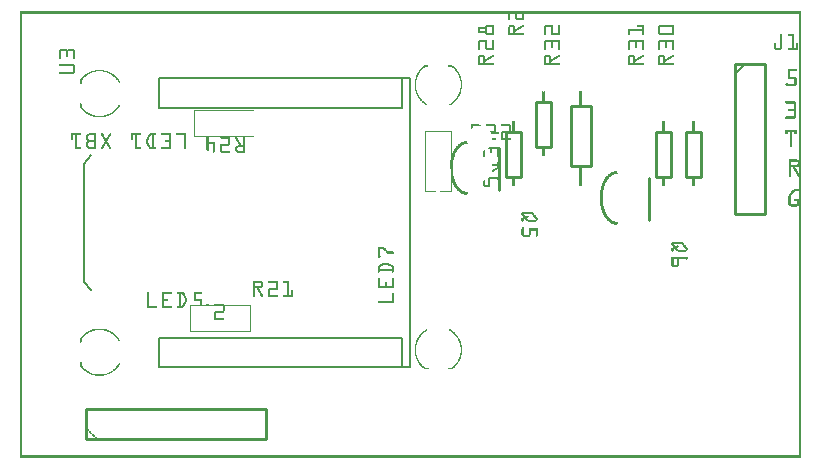
<source format=gto>
G04 MADE WITH FRITZING*
G04 WWW.FRITZING.ORG*
G04 DOUBLE SIDED*
G04 HOLES PLATED*
G04 CONTOUR ON CENTER OF CONTOUR VECTOR*
%ASAXBY*%
%FSLAX23Y23*%
%MOIN*%
%OFA0B0*%
%SFA1.0B1.0*%
%ADD10C,0.010000*%
%ADD11C,0.005000*%
%ADD12C,0.008000*%
%ADD13R,0.001000X0.001000*%
%LNSILK1*%
G90*
G70*
G54D10*
X2384Y1315D02*
X2384Y815D01*
D02*
X2384Y815D02*
X2484Y815D01*
D02*
X2484Y815D02*
X2484Y1315D01*
D02*
X2484Y1315D02*
X2384Y1315D01*
G54D11*
D02*
X2384Y1280D02*
X2419Y1315D01*
G54D10*
D02*
X2098Y935D02*
X2098Y795D01*
D02*
X1598Y1035D02*
X1598Y895D01*
D02*
X1722Y1039D02*
X1722Y1189D01*
D02*
X1722Y1189D02*
X1772Y1189D01*
D02*
X1772Y1189D02*
X1772Y1039D01*
D02*
X1772Y1039D02*
X1722Y1039D01*
D02*
X1622Y939D02*
X1622Y1089D01*
D02*
X1622Y1089D02*
X1672Y1089D01*
D02*
X1672Y1089D02*
X1672Y939D01*
D02*
X1672Y939D02*
X1622Y939D01*
D02*
X2222Y939D02*
X2222Y1089D01*
D02*
X2222Y1089D02*
X2272Y1089D01*
D02*
X2272Y1089D02*
X2272Y939D01*
D02*
X2272Y939D02*
X2222Y939D01*
D02*
X2122Y939D02*
X2122Y1089D01*
D02*
X2122Y1089D02*
X2172Y1089D01*
D02*
X2172Y1089D02*
X2172Y939D01*
D02*
X2172Y939D02*
X2122Y939D01*
D02*
X1838Y974D02*
X1838Y1174D01*
D02*
X1838Y1174D02*
X1904Y1174D01*
D02*
X1904Y1174D02*
X1904Y974D01*
D02*
X1904Y974D02*
X1838Y974D01*
D02*
X221Y65D02*
X821Y65D01*
D02*
X821Y65D02*
X821Y165D01*
D02*
X821Y165D02*
X221Y165D01*
D02*
X221Y165D02*
X221Y65D01*
G54D12*
D02*
X466Y1169D02*
X466Y1268D01*
D02*
X466Y1268D02*
X1273Y1268D01*
D02*
X1273Y1268D02*
X1273Y1169D01*
D02*
X466Y1169D02*
X1273Y1169D01*
D02*
X466Y401D02*
X466Y303D01*
D02*
X466Y303D02*
X1273Y303D01*
D02*
X1273Y303D02*
X1273Y401D01*
D02*
X466Y401D02*
X1273Y401D01*
D02*
X1273Y303D02*
X1302Y303D01*
D02*
X1273Y1268D02*
X1302Y1268D01*
D02*
X1302Y303D02*
X1302Y1268D01*
D02*
X216Y588D02*
X239Y561D01*
D02*
X216Y588D02*
X216Y982D01*
D02*
X216Y982D02*
X239Y1010D01*
G54D13*
X0Y1489D02*
X2604Y1489D01*
X0Y1488D02*
X2604Y1488D01*
X0Y1487D02*
X2604Y1487D01*
X0Y1486D02*
X2604Y1486D01*
X0Y1485D02*
X2604Y1485D01*
X0Y1484D02*
X2604Y1484D01*
X0Y1483D02*
X2604Y1483D01*
X0Y1482D02*
X2604Y1482D01*
X0Y1481D02*
X7Y1481D01*
X1629Y1481D02*
X1635Y1481D01*
X1652Y1481D02*
X1658Y1481D01*
X1676Y1481D02*
X1682Y1481D01*
X2597Y1481D02*
X2604Y1481D01*
X0Y1480D02*
X7Y1480D01*
X1629Y1480D02*
X1635Y1480D01*
X1652Y1480D02*
X1658Y1480D01*
X1676Y1480D02*
X1682Y1480D01*
X2597Y1480D02*
X2604Y1480D01*
X0Y1479D02*
X7Y1479D01*
X1629Y1479D02*
X1635Y1479D01*
X1652Y1479D02*
X1658Y1479D01*
X1676Y1479D02*
X1682Y1479D01*
X2597Y1479D02*
X2604Y1479D01*
X0Y1478D02*
X7Y1478D01*
X1629Y1478D02*
X1635Y1478D01*
X1652Y1478D02*
X1658Y1478D01*
X1676Y1478D02*
X1682Y1478D01*
X2597Y1478D02*
X2604Y1478D01*
X0Y1477D02*
X7Y1477D01*
X1629Y1477D02*
X1635Y1477D01*
X1652Y1477D02*
X1658Y1477D01*
X1676Y1477D02*
X1682Y1477D01*
X2597Y1477D02*
X2604Y1477D01*
X0Y1476D02*
X7Y1476D01*
X1629Y1476D02*
X1635Y1476D01*
X1652Y1476D02*
X1658Y1476D01*
X1676Y1476D02*
X1682Y1476D01*
X2597Y1476D02*
X2604Y1476D01*
X0Y1475D02*
X7Y1475D01*
X1629Y1475D02*
X1635Y1475D01*
X1652Y1475D02*
X1658Y1475D01*
X1676Y1475D02*
X1682Y1475D01*
X2597Y1475D02*
X2604Y1475D01*
X0Y1474D02*
X7Y1474D01*
X1629Y1474D02*
X1635Y1474D01*
X1652Y1474D02*
X1658Y1474D01*
X1676Y1474D02*
X1682Y1474D01*
X2597Y1474D02*
X2604Y1474D01*
X0Y1473D02*
X7Y1473D01*
X1629Y1473D02*
X1635Y1473D01*
X1652Y1473D02*
X1658Y1473D01*
X1676Y1473D02*
X1682Y1473D01*
X2597Y1473D02*
X2604Y1473D01*
X0Y1472D02*
X7Y1472D01*
X1629Y1472D02*
X1635Y1472D01*
X1652Y1472D02*
X1658Y1472D01*
X1676Y1472D02*
X1682Y1472D01*
X2597Y1472D02*
X2604Y1472D01*
X0Y1471D02*
X7Y1471D01*
X1629Y1471D02*
X1635Y1471D01*
X1652Y1471D02*
X1658Y1471D01*
X1676Y1471D02*
X1682Y1471D01*
X2597Y1471D02*
X2604Y1471D01*
X0Y1470D02*
X7Y1470D01*
X1629Y1470D02*
X1635Y1470D01*
X1652Y1470D02*
X1658Y1470D01*
X1676Y1470D02*
X1682Y1470D01*
X2597Y1470D02*
X2604Y1470D01*
X0Y1469D02*
X7Y1469D01*
X1629Y1469D02*
X1635Y1469D01*
X1652Y1469D02*
X1658Y1469D01*
X1676Y1469D02*
X1682Y1469D01*
X2597Y1469D02*
X2604Y1469D01*
X0Y1468D02*
X7Y1468D01*
X1629Y1468D02*
X1635Y1468D01*
X1652Y1468D02*
X1658Y1468D01*
X1676Y1468D02*
X1682Y1468D01*
X2597Y1468D02*
X2604Y1468D01*
X0Y1467D02*
X7Y1467D01*
X1629Y1467D02*
X1635Y1467D01*
X1652Y1467D02*
X1682Y1467D01*
X2597Y1467D02*
X2604Y1467D01*
X0Y1466D02*
X7Y1466D01*
X1629Y1466D02*
X1635Y1466D01*
X1652Y1466D02*
X1682Y1466D01*
X2597Y1466D02*
X2604Y1466D01*
X0Y1465D02*
X7Y1465D01*
X1629Y1465D02*
X1635Y1465D01*
X1653Y1465D02*
X1682Y1465D01*
X2597Y1465D02*
X2604Y1465D01*
X0Y1464D02*
X7Y1464D01*
X1629Y1464D02*
X1635Y1464D01*
X1653Y1464D02*
X1682Y1464D01*
X2597Y1464D02*
X2604Y1464D01*
X0Y1463D02*
X7Y1463D01*
X1629Y1463D02*
X1634Y1463D01*
X1654Y1463D02*
X1682Y1463D01*
X2597Y1463D02*
X2604Y1463D01*
X0Y1462D02*
X7Y1462D01*
X1629Y1462D02*
X1634Y1462D01*
X1655Y1462D02*
X1682Y1462D01*
X2597Y1462D02*
X2604Y1462D01*
X0Y1461D02*
X7Y1461D01*
X1631Y1461D02*
X1632Y1461D01*
X1657Y1461D02*
X1682Y1461D01*
X2597Y1461D02*
X2604Y1461D01*
X0Y1460D02*
X7Y1460D01*
X2597Y1460D02*
X2604Y1460D01*
X0Y1459D02*
X7Y1459D01*
X2597Y1459D02*
X2604Y1459D01*
X0Y1458D02*
X7Y1458D01*
X2597Y1458D02*
X2604Y1458D01*
X0Y1457D02*
X7Y1457D01*
X2597Y1457D02*
X2604Y1457D01*
X0Y1456D02*
X7Y1456D01*
X2597Y1456D02*
X2604Y1456D01*
X0Y1455D02*
X7Y1455D01*
X2597Y1455D02*
X2604Y1455D01*
X0Y1454D02*
X7Y1454D01*
X2597Y1454D02*
X2604Y1454D01*
X0Y1453D02*
X7Y1453D01*
X2597Y1453D02*
X2604Y1453D01*
X0Y1452D02*
X7Y1452D01*
X2597Y1452D02*
X2604Y1452D01*
X0Y1451D02*
X7Y1451D01*
X2597Y1451D02*
X2604Y1451D01*
X0Y1450D02*
X7Y1450D01*
X2597Y1450D02*
X2604Y1450D01*
X0Y1449D02*
X7Y1449D01*
X2597Y1449D02*
X2604Y1449D01*
X0Y1448D02*
X7Y1448D01*
X2597Y1448D02*
X2604Y1448D01*
X0Y1447D02*
X7Y1447D01*
X2597Y1447D02*
X2604Y1447D01*
X0Y1446D02*
X7Y1446D01*
X2597Y1446D02*
X2604Y1446D01*
X0Y1445D02*
X7Y1445D01*
X1557Y1445D02*
X1576Y1445D01*
X1637Y1445D02*
X1644Y1445D01*
X1678Y1445D02*
X1679Y1445D01*
X1753Y1445D02*
X1772Y1445D01*
X1798Y1445D02*
X1799Y1445D01*
X2060Y1445D02*
X2079Y1445D01*
X2134Y1445D02*
X2176Y1445D01*
X2597Y1445D02*
X2604Y1445D01*
X0Y1444D02*
X7Y1444D01*
X1555Y1444D02*
X1579Y1444D01*
X1634Y1444D02*
X1647Y1444D01*
X1676Y1444D02*
X1681Y1444D01*
X1751Y1444D02*
X1774Y1444D01*
X1796Y1444D02*
X1800Y1444D01*
X2059Y1444D02*
X2081Y1444D01*
X2132Y1444D02*
X2178Y1444D01*
X2597Y1444D02*
X2604Y1444D01*
X0Y1443D02*
X7Y1443D01*
X1554Y1443D02*
X1580Y1443D01*
X1633Y1443D02*
X1648Y1443D01*
X1674Y1443D02*
X1681Y1443D01*
X1750Y1443D02*
X1776Y1443D01*
X1795Y1443D02*
X1801Y1443D01*
X2058Y1443D02*
X2081Y1443D01*
X2130Y1443D02*
X2180Y1443D01*
X2597Y1443D02*
X2604Y1443D01*
X0Y1442D02*
X7Y1442D01*
X1553Y1442D02*
X1581Y1442D01*
X1632Y1442D02*
X1649Y1442D01*
X1673Y1442D02*
X1682Y1442D01*
X1749Y1442D02*
X1776Y1442D01*
X1795Y1442D02*
X1801Y1442D01*
X2058Y1442D02*
X2082Y1442D01*
X2130Y1442D02*
X2180Y1442D01*
X2597Y1442D02*
X2604Y1442D01*
X0Y1441D02*
X7Y1441D01*
X1553Y1441D02*
X1581Y1441D01*
X1631Y1441D02*
X1650Y1441D01*
X1671Y1441D02*
X1682Y1441D01*
X1749Y1441D02*
X1777Y1441D01*
X1795Y1441D02*
X1801Y1441D01*
X2058Y1441D02*
X2082Y1441D01*
X2129Y1441D02*
X2181Y1441D01*
X2597Y1441D02*
X2604Y1441D01*
X0Y1440D02*
X7Y1440D01*
X1552Y1440D02*
X1581Y1440D01*
X1630Y1440D02*
X1651Y1440D01*
X1669Y1440D02*
X1681Y1440D01*
X1748Y1440D02*
X1777Y1440D01*
X1795Y1440D02*
X1801Y1440D01*
X2058Y1440D02*
X2082Y1440D01*
X2129Y1440D02*
X2181Y1440D01*
X2597Y1440D02*
X2604Y1440D01*
X0Y1439D02*
X7Y1439D01*
X1552Y1439D02*
X1582Y1439D01*
X1630Y1439D02*
X1651Y1439D01*
X1668Y1439D02*
X1680Y1439D01*
X1748Y1439D02*
X1778Y1439D01*
X1795Y1439D02*
X1801Y1439D01*
X2059Y1439D02*
X2082Y1439D01*
X2129Y1439D02*
X2182Y1439D01*
X2597Y1439D02*
X2604Y1439D01*
X0Y1438D02*
X7Y1438D01*
X1531Y1438D02*
X1558Y1438D01*
X1576Y1438D02*
X1582Y1438D01*
X1629Y1438D02*
X1637Y1438D01*
X1644Y1438D02*
X1652Y1438D01*
X1666Y1438D02*
X1679Y1438D01*
X1748Y1438D02*
X1754Y1438D01*
X1771Y1438D02*
X1778Y1438D01*
X1795Y1438D02*
X1801Y1438D01*
X2075Y1438D02*
X2082Y1438D01*
X2128Y1438D02*
X2135Y1438D01*
X2175Y1438D02*
X2182Y1438D01*
X2597Y1438D02*
X2604Y1438D01*
X0Y1437D02*
X7Y1437D01*
X1529Y1437D02*
X1558Y1437D01*
X1576Y1437D02*
X1582Y1437D01*
X1629Y1437D02*
X1636Y1437D01*
X1645Y1437D02*
X1652Y1437D01*
X1664Y1437D02*
X1677Y1437D01*
X1748Y1437D02*
X1754Y1437D01*
X1772Y1437D02*
X1778Y1437D01*
X1795Y1437D02*
X1801Y1437D01*
X2076Y1437D02*
X2082Y1437D01*
X2128Y1437D02*
X2134Y1437D01*
X2176Y1437D02*
X2182Y1437D01*
X2597Y1437D02*
X2604Y1437D01*
X0Y1436D02*
X7Y1436D01*
X1529Y1436D02*
X1558Y1436D01*
X1576Y1436D02*
X1582Y1436D01*
X1629Y1436D02*
X1635Y1436D01*
X1646Y1436D02*
X1652Y1436D01*
X1662Y1436D02*
X1675Y1436D01*
X1748Y1436D02*
X1754Y1436D01*
X1772Y1436D02*
X1778Y1436D01*
X1795Y1436D02*
X1801Y1436D01*
X2076Y1436D02*
X2082Y1436D01*
X2128Y1436D02*
X2134Y1436D01*
X2176Y1436D02*
X2182Y1436D01*
X2597Y1436D02*
X2604Y1436D01*
X0Y1435D02*
X7Y1435D01*
X1529Y1435D02*
X1558Y1435D01*
X1576Y1435D02*
X1582Y1435D01*
X1629Y1435D02*
X1635Y1435D01*
X1646Y1435D02*
X1652Y1435D01*
X1661Y1435D02*
X1674Y1435D01*
X1748Y1435D02*
X1754Y1435D01*
X1772Y1435D02*
X1778Y1435D01*
X1795Y1435D02*
X1801Y1435D01*
X2076Y1435D02*
X2082Y1435D01*
X2128Y1435D02*
X2134Y1435D01*
X2176Y1435D02*
X2182Y1435D01*
X2597Y1435D02*
X2604Y1435D01*
X0Y1434D02*
X7Y1434D01*
X1529Y1434D02*
X1558Y1434D01*
X1576Y1434D02*
X1582Y1434D01*
X1629Y1434D02*
X1635Y1434D01*
X1646Y1434D02*
X1652Y1434D01*
X1659Y1434D02*
X1672Y1434D01*
X1748Y1434D02*
X1754Y1434D01*
X1772Y1434D02*
X1778Y1434D01*
X1795Y1434D02*
X1801Y1434D01*
X2076Y1434D02*
X2082Y1434D01*
X2128Y1434D02*
X2134Y1434D01*
X2176Y1434D02*
X2182Y1434D01*
X2597Y1434D02*
X2604Y1434D01*
X0Y1433D02*
X7Y1433D01*
X1529Y1433D02*
X1558Y1433D01*
X1576Y1433D02*
X1582Y1433D01*
X1629Y1433D02*
X1635Y1433D01*
X1646Y1433D02*
X1652Y1433D01*
X1657Y1433D02*
X1670Y1433D01*
X1748Y1433D02*
X1754Y1433D01*
X1772Y1433D02*
X1778Y1433D01*
X1795Y1433D02*
X1801Y1433D01*
X2076Y1433D02*
X2082Y1433D01*
X2128Y1433D02*
X2134Y1433D01*
X2176Y1433D02*
X2182Y1433D01*
X2597Y1433D02*
X2604Y1433D01*
X0Y1432D02*
X7Y1432D01*
X1529Y1432D02*
X1558Y1432D01*
X1576Y1432D02*
X1582Y1432D01*
X1629Y1432D02*
X1635Y1432D01*
X1646Y1432D02*
X1652Y1432D01*
X1656Y1432D02*
X1669Y1432D01*
X1748Y1432D02*
X1754Y1432D01*
X1772Y1432D02*
X1778Y1432D01*
X1795Y1432D02*
X1801Y1432D01*
X2076Y1432D02*
X2082Y1432D01*
X2128Y1432D02*
X2134Y1432D01*
X2176Y1432D02*
X2182Y1432D01*
X2597Y1432D02*
X2604Y1432D01*
X0Y1431D02*
X7Y1431D01*
X1529Y1431D02*
X1535Y1431D01*
X1552Y1431D02*
X1558Y1431D01*
X1576Y1431D02*
X1582Y1431D01*
X1629Y1431D02*
X1635Y1431D01*
X1646Y1431D02*
X1667Y1431D01*
X1748Y1431D02*
X1754Y1431D01*
X1772Y1431D02*
X1778Y1431D01*
X1795Y1431D02*
X1801Y1431D01*
X2028Y1431D02*
X2082Y1431D01*
X2128Y1431D02*
X2134Y1431D01*
X2176Y1431D02*
X2182Y1431D01*
X2597Y1431D02*
X2604Y1431D01*
X0Y1430D02*
X7Y1430D01*
X1529Y1430D02*
X1535Y1430D01*
X1552Y1430D02*
X1558Y1430D01*
X1576Y1430D02*
X1582Y1430D01*
X1629Y1430D02*
X1635Y1430D01*
X1646Y1430D02*
X1665Y1430D01*
X1748Y1430D02*
X1754Y1430D01*
X1772Y1430D02*
X1778Y1430D01*
X1795Y1430D02*
X1801Y1430D01*
X2028Y1430D02*
X2082Y1430D01*
X2128Y1430D02*
X2134Y1430D01*
X2176Y1430D02*
X2182Y1430D01*
X2597Y1430D02*
X2604Y1430D01*
X0Y1429D02*
X7Y1429D01*
X1529Y1429D02*
X1535Y1429D01*
X1552Y1429D02*
X1558Y1429D01*
X1576Y1429D02*
X1582Y1429D01*
X1629Y1429D02*
X1635Y1429D01*
X1646Y1429D02*
X1663Y1429D01*
X1748Y1429D02*
X1754Y1429D01*
X1772Y1429D02*
X1778Y1429D01*
X1795Y1429D02*
X1801Y1429D01*
X2028Y1429D02*
X2082Y1429D01*
X2128Y1429D02*
X2134Y1429D01*
X2176Y1429D02*
X2182Y1429D01*
X2597Y1429D02*
X2604Y1429D01*
X0Y1428D02*
X7Y1428D01*
X1529Y1428D02*
X1535Y1428D01*
X1552Y1428D02*
X1558Y1428D01*
X1576Y1428D02*
X1582Y1428D01*
X1629Y1428D02*
X1635Y1428D01*
X1646Y1428D02*
X1662Y1428D01*
X1748Y1428D02*
X1754Y1428D01*
X1772Y1428D02*
X1778Y1428D01*
X1795Y1428D02*
X1801Y1428D01*
X2028Y1428D02*
X2082Y1428D01*
X2128Y1428D02*
X2134Y1428D01*
X2176Y1428D02*
X2182Y1428D01*
X2597Y1428D02*
X2604Y1428D01*
X0Y1427D02*
X7Y1427D01*
X1529Y1427D02*
X1535Y1427D01*
X1552Y1427D02*
X1558Y1427D01*
X1576Y1427D02*
X1582Y1427D01*
X1629Y1427D02*
X1635Y1427D01*
X1646Y1427D02*
X1660Y1427D01*
X1748Y1427D02*
X1754Y1427D01*
X1772Y1427D02*
X1778Y1427D01*
X1795Y1427D02*
X1801Y1427D01*
X2028Y1427D02*
X2082Y1427D01*
X2128Y1427D02*
X2134Y1427D01*
X2176Y1427D02*
X2182Y1427D01*
X2597Y1427D02*
X2604Y1427D01*
X0Y1426D02*
X7Y1426D01*
X1529Y1426D02*
X1535Y1426D01*
X1552Y1426D02*
X1558Y1426D01*
X1576Y1426D02*
X1582Y1426D01*
X1629Y1426D02*
X1635Y1426D01*
X1646Y1426D02*
X1658Y1426D01*
X1748Y1426D02*
X1754Y1426D01*
X1772Y1426D02*
X1778Y1426D01*
X1795Y1426D02*
X1801Y1426D01*
X2028Y1426D02*
X2082Y1426D01*
X2128Y1426D02*
X2134Y1426D01*
X2176Y1426D02*
X2182Y1426D01*
X2597Y1426D02*
X2604Y1426D01*
X0Y1425D02*
X7Y1425D01*
X1529Y1425D02*
X1535Y1425D01*
X1552Y1425D02*
X1558Y1425D01*
X1576Y1425D02*
X1582Y1425D01*
X1629Y1425D02*
X1635Y1425D01*
X1646Y1425D02*
X1657Y1425D01*
X1748Y1425D02*
X1754Y1425D01*
X1772Y1425D02*
X1778Y1425D01*
X1795Y1425D02*
X1801Y1425D01*
X2028Y1425D02*
X2082Y1425D01*
X2128Y1425D02*
X2134Y1425D01*
X2176Y1425D02*
X2182Y1425D01*
X2597Y1425D02*
X2604Y1425D01*
X0Y1424D02*
X7Y1424D01*
X1529Y1424D02*
X1558Y1424D01*
X1576Y1424D02*
X1582Y1424D01*
X1629Y1424D02*
X1635Y1424D01*
X1646Y1424D02*
X1655Y1424D01*
X1748Y1424D02*
X1754Y1424D01*
X1772Y1424D02*
X1778Y1424D01*
X1795Y1424D02*
X1801Y1424D01*
X2028Y1424D02*
X2035Y1424D01*
X2076Y1424D02*
X2082Y1424D01*
X2128Y1424D02*
X2134Y1424D01*
X2176Y1424D02*
X2182Y1424D01*
X2597Y1424D02*
X2604Y1424D01*
X0Y1423D02*
X7Y1423D01*
X1529Y1423D02*
X1558Y1423D01*
X1576Y1423D02*
X1582Y1423D01*
X1629Y1423D02*
X1635Y1423D01*
X1646Y1423D02*
X1653Y1423D01*
X1748Y1423D02*
X1754Y1423D01*
X1772Y1423D02*
X1778Y1423D01*
X1795Y1423D02*
X1801Y1423D01*
X2028Y1423D02*
X2034Y1423D01*
X2076Y1423D02*
X2082Y1423D01*
X2128Y1423D02*
X2134Y1423D01*
X2176Y1423D02*
X2182Y1423D01*
X2597Y1423D02*
X2604Y1423D01*
X0Y1422D02*
X7Y1422D01*
X1529Y1422D02*
X1558Y1422D01*
X1576Y1422D02*
X1582Y1422D01*
X1629Y1422D02*
X1635Y1422D01*
X1646Y1422D02*
X1652Y1422D01*
X1748Y1422D02*
X1754Y1422D01*
X1772Y1422D02*
X1778Y1422D01*
X1795Y1422D02*
X1801Y1422D01*
X2028Y1422D02*
X2034Y1422D01*
X2076Y1422D02*
X2082Y1422D01*
X2128Y1422D02*
X2134Y1422D01*
X2176Y1422D02*
X2182Y1422D01*
X2597Y1422D02*
X2604Y1422D01*
X0Y1421D02*
X7Y1421D01*
X1529Y1421D02*
X1558Y1421D01*
X1576Y1421D02*
X1582Y1421D01*
X1629Y1421D02*
X1635Y1421D01*
X1646Y1421D02*
X1652Y1421D01*
X1748Y1421D02*
X1754Y1421D01*
X1772Y1421D02*
X1778Y1421D01*
X1795Y1421D02*
X1801Y1421D01*
X2028Y1421D02*
X2034Y1421D01*
X2076Y1421D02*
X2082Y1421D01*
X2128Y1421D02*
X2134Y1421D01*
X2176Y1421D02*
X2182Y1421D01*
X2597Y1421D02*
X2604Y1421D01*
X0Y1420D02*
X7Y1420D01*
X1529Y1420D02*
X1558Y1420D01*
X1576Y1420D02*
X1582Y1420D01*
X1629Y1420D02*
X1635Y1420D01*
X1646Y1420D02*
X1652Y1420D01*
X1748Y1420D02*
X1754Y1420D01*
X1772Y1420D02*
X1778Y1420D01*
X1795Y1420D02*
X1801Y1420D01*
X2028Y1420D02*
X2034Y1420D01*
X2076Y1420D02*
X2082Y1420D01*
X2128Y1420D02*
X2134Y1420D01*
X2176Y1420D02*
X2182Y1420D01*
X2597Y1420D02*
X2604Y1420D01*
X0Y1419D02*
X7Y1419D01*
X1529Y1419D02*
X1558Y1419D01*
X1576Y1419D02*
X1582Y1419D01*
X1629Y1419D02*
X1635Y1419D01*
X1646Y1419D02*
X1652Y1419D01*
X1748Y1419D02*
X1754Y1419D01*
X1772Y1419D02*
X1778Y1419D01*
X1795Y1419D02*
X1801Y1419D01*
X2028Y1419D02*
X2034Y1419D01*
X2076Y1419D02*
X2082Y1419D01*
X2128Y1419D02*
X2134Y1419D01*
X2176Y1419D02*
X2182Y1419D01*
X2597Y1419D02*
X2604Y1419D01*
X0Y1418D02*
X7Y1418D01*
X1531Y1418D02*
X1558Y1418D01*
X1576Y1418D02*
X1582Y1418D01*
X1629Y1418D02*
X1635Y1418D01*
X1646Y1418D02*
X1652Y1418D01*
X1748Y1418D02*
X1754Y1418D01*
X1772Y1418D02*
X1778Y1418D01*
X1795Y1418D02*
X1801Y1418D01*
X2028Y1418D02*
X2034Y1418D01*
X2076Y1418D02*
X2082Y1418D01*
X2128Y1418D02*
X2135Y1418D01*
X2175Y1418D02*
X2182Y1418D01*
X2597Y1418D02*
X2604Y1418D01*
X0Y1417D02*
X7Y1417D01*
X1552Y1417D02*
X1582Y1417D01*
X1629Y1417D02*
X1680Y1417D01*
X1748Y1417D02*
X1754Y1417D01*
X1772Y1417D02*
X1801Y1417D01*
X2028Y1417D02*
X2034Y1417D01*
X2076Y1417D02*
X2082Y1417D01*
X2129Y1417D02*
X2182Y1417D01*
X2597Y1417D02*
X2604Y1417D01*
X0Y1416D02*
X7Y1416D01*
X1552Y1416D02*
X1582Y1416D01*
X1629Y1416D02*
X1681Y1416D01*
X1748Y1416D02*
X1754Y1416D01*
X1772Y1416D02*
X1801Y1416D01*
X2028Y1416D02*
X2034Y1416D01*
X2076Y1416D02*
X2082Y1416D01*
X2129Y1416D02*
X2181Y1416D01*
X2597Y1416D02*
X2604Y1416D01*
X0Y1415D02*
X7Y1415D01*
X1553Y1415D02*
X1581Y1415D01*
X1629Y1415D02*
X1682Y1415D01*
X1748Y1415D02*
X1754Y1415D01*
X1772Y1415D02*
X1801Y1415D01*
X2028Y1415D02*
X2034Y1415D01*
X2076Y1415D02*
X2082Y1415D01*
X2129Y1415D02*
X2181Y1415D01*
X2538Y1415D02*
X2539Y1415D01*
X2564Y1415D02*
X2581Y1415D01*
X2597Y1415D02*
X2604Y1415D01*
X0Y1414D02*
X7Y1414D01*
X1553Y1414D02*
X1581Y1414D01*
X1629Y1414D02*
X1682Y1414D01*
X1748Y1414D02*
X1754Y1414D01*
X1773Y1414D02*
X1801Y1414D01*
X2029Y1414D02*
X2034Y1414D01*
X2076Y1414D02*
X2082Y1414D01*
X2130Y1414D02*
X2181Y1414D01*
X2536Y1414D02*
X2540Y1414D01*
X2562Y1414D02*
X2581Y1414D01*
X2597Y1414D02*
X2604Y1414D01*
X0Y1413D02*
X7Y1413D01*
X1554Y1413D02*
X1580Y1413D01*
X1629Y1413D02*
X1681Y1413D01*
X1748Y1413D02*
X1754Y1413D01*
X1773Y1413D02*
X1801Y1413D01*
X2029Y1413D02*
X2034Y1413D01*
X2076Y1413D02*
X2081Y1413D01*
X2130Y1413D02*
X2180Y1413D01*
X2535Y1413D02*
X2541Y1413D01*
X2561Y1413D02*
X2581Y1413D01*
X2597Y1413D02*
X2604Y1413D01*
X0Y1412D02*
X7Y1412D01*
X1555Y1412D02*
X1579Y1412D01*
X1629Y1412D02*
X1681Y1412D01*
X1749Y1412D02*
X1753Y1412D01*
X1775Y1412D02*
X1801Y1412D01*
X2029Y1412D02*
X2034Y1412D01*
X2076Y1412D02*
X2081Y1412D01*
X2131Y1412D02*
X2179Y1412D01*
X2535Y1412D02*
X2541Y1412D01*
X2561Y1412D02*
X2581Y1412D01*
X2597Y1412D02*
X2604Y1412D01*
X0Y1411D02*
X7Y1411D01*
X1557Y1411D02*
X1577Y1411D01*
X1629Y1411D02*
X1680Y1411D01*
X1750Y1411D02*
X1752Y1411D01*
X1777Y1411D02*
X1801Y1411D01*
X2031Y1411D02*
X2032Y1411D01*
X2078Y1411D02*
X2079Y1411D01*
X2133Y1411D02*
X2177Y1411D01*
X2535Y1411D02*
X2541Y1411D01*
X2561Y1411D02*
X2581Y1411D01*
X2597Y1411D02*
X2604Y1411D01*
X0Y1410D02*
X7Y1410D01*
X2535Y1410D02*
X2541Y1410D01*
X2562Y1410D02*
X2581Y1410D01*
X2597Y1410D02*
X2604Y1410D01*
X0Y1409D02*
X7Y1409D01*
X2535Y1409D02*
X2541Y1409D01*
X2562Y1409D02*
X2581Y1409D01*
X2597Y1409D02*
X2604Y1409D01*
X0Y1408D02*
X7Y1408D01*
X2535Y1408D02*
X2541Y1408D01*
X2575Y1408D02*
X2581Y1408D01*
X2597Y1408D02*
X2604Y1408D01*
X0Y1407D02*
X7Y1407D01*
X2535Y1407D02*
X2541Y1407D01*
X2575Y1407D02*
X2581Y1407D01*
X2597Y1407D02*
X2604Y1407D01*
X0Y1406D02*
X7Y1406D01*
X2535Y1406D02*
X2541Y1406D01*
X2575Y1406D02*
X2581Y1406D01*
X2597Y1406D02*
X2604Y1406D01*
X0Y1405D02*
X7Y1405D01*
X2535Y1405D02*
X2541Y1405D01*
X2575Y1405D02*
X2581Y1405D01*
X2597Y1405D02*
X2604Y1405D01*
X0Y1404D02*
X7Y1404D01*
X2535Y1404D02*
X2541Y1404D01*
X2575Y1404D02*
X2581Y1404D01*
X2597Y1404D02*
X2604Y1404D01*
X0Y1403D02*
X7Y1403D01*
X2535Y1403D02*
X2541Y1403D01*
X2575Y1403D02*
X2581Y1403D01*
X2597Y1403D02*
X2604Y1403D01*
X0Y1402D02*
X7Y1402D01*
X2535Y1402D02*
X2541Y1402D01*
X2575Y1402D02*
X2581Y1402D01*
X2597Y1402D02*
X2604Y1402D01*
X0Y1401D02*
X7Y1401D01*
X2535Y1401D02*
X2541Y1401D01*
X2575Y1401D02*
X2581Y1401D01*
X2597Y1401D02*
X2604Y1401D01*
X0Y1400D02*
X7Y1400D01*
X2535Y1400D02*
X2541Y1400D01*
X2575Y1400D02*
X2581Y1400D01*
X2597Y1400D02*
X2604Y1400D01*
X0Y1399D02*
X7Y1399D01*
X2535Y1399D02*
X2541Y1399D01*
X2575Y1399D02*
X2581Y1399D01*
X2597Y1399D02*
X2604Y1399D01*
X0Y1398D02*
X7Y1398D01*
X2535Y1398D02*
X2541Y1398D01*
X2575Y1398D02*
X2581Y1398D01*
X2597Y1398D02*
X2604Y1398D01*
X0Y1397D02*
X7Y1397D01*
X2535Y1397D02*
X2541Y1397D01*
X2575Y1397D02*
X2581Y1397D01*
X2597Y1397D02*
X2604Y1397D01*
X0Y1396D02*
X7Y1396D01*
X2535Y1396D02*
X2541Y1396D01*
X2575Y1396D02*
X2581Y1396D01*
X2597Y1396D02*
X2604Y1396D01*
X0Y1395D02*
X7Y1395D01*
X1534Y1395D02*
X1553Y1395D01*
X1578Y1395D02*
X1579Y1395D01*
X1753Y1395D02*
X1769Y1395D01*
X1780Y1395D02*
X1796Y1395D01*
X2034Y1395D02*
X2050Y1395D01*
X2060Y1395D02*
X2076Y1395D01*
X2134Y1395D02*
X2150Y1395D01*
X2160Y1395D02*
X2176Y1395D01*
X2535Y1395D02*
X2541Y1395D01*
X2575Y1395D02*
X2581Y1395D01*
X2597Y1395D02*
X2604Y1395D01*
X0Y1394D02*
X7Y1394D01*
X1532Y1394D02*
X1555Y1394D01*
X1577Y1394D02*
X1581Y1394D01*
X1751Y1394D02*
X1772Y1394D01*
X1777Y1394D02*
X1798Y1394D01*
X2032Y1394D02*
X2052Y1394D01*
X2058Y1394D02*
X2079Y1394D01*
X2132Y1394D02*
X2152Y1394D01*
X2158Y1394D02*
X2179Y1394D01*
X2535Y1394D02*
X2541Y1394D01*
X2575Y1394D02*
X2581Y1394D01*
X2597Y1394D02*
X2604Y1394D01*
X0Y1393D02*
X7Y1393D01*
X1531Y1393D02*
X1556Y1393D01*
X1576Y1393D02*
X1581Y1393D01*
X1750Y1393D02*
X1773Y1393D01*
X1776Y1393D02*
X1799Y1393D01*
X2030Y1393D02*
X2054Y1393D01*
X2056Y1393D02*
X2080Y1393D01*
X2130Y1393D02*
X2154Y1393D01*
X2156Y1393D02*
X2180Y1393D01*
X2535Y1393D02*
X2541Y1393D01*
X2575Y1393D02*
X2581Y1393D01*
X2597Y1393D02*
X2604Y1393D01*
X0Y1392D02*
X7Y1392D01*
X1530Y1392D02*
X1557Y1392D01*
X1576Y1392D02*
X1582Y1392D01*
X1749Y1392D02*
X1800Y1392D01*
X2030Y1392D02*
X2080Y1392D01*
X2130Y1392D02*
X2180Y1392D01*
X2535Y1392D02*
X2541Y1392D01*
X2575Y1392D02*
X2581Y1392D01*
X2597Y1392D02*
X2604Y1392D01*
X0Y1391D02*
X7Y1391D01*
X1529Y1391D02*
X1558Y1391D01*
X1576Y1391D02*
X1582Y1391D01*
X1749Y1391D02*
X1801Y1391D01*
X2029Y1391D02*
X2081Y1391D01*
X2129Y1391D02*
X2181Y1391D01*
X2535Y1391D02*
X2541Y1391D01*
X2575Y1391D02*
X2581Y1391D01*
X2597Y1391D02*
X2604Y1391D01*
X0Y1390D02*
X7Y1390D01*
X1529Y1390D02*
X1558Y1390D01*
X1576Y1390D02*
X1582Y1390D01*
X1748Y1390D02*
X1801Y1390D01*
X2029Y1390D02*
X2081Y1390D01*
X2129Y1390D02*
X2181Y1390D01*
X2535Y1390D02*
X2541Y1390D01*
X2575Y1390D02*
X2581Y1390D01*
X2597Y1390D02*
X2604Y1390D01*
X0Y1389D02*
X7Y1389D01*
X1529Y1389D02*
X1558Y1389D01*
X1576Y1389D02*
X1582Y1389D01*
X1748Y1389D02*
X1801Y1389D01*
X2029Y1389D02*
X2082Y1389D01*
X2129Y1389D02*
X2182Y1389D01*
X2535Y1389D02*
X2541Y1389D01*
X2575Y1389D02*
X2581Y1389D01*
X2597Y1389D02*
X2604Y1389D01*
X0Y1388D02*
X7Y1388D01*
X1529Y1388D02*
X1535Y1388D01*
X1552Y1388D02*
X1558Y1388D01*
X1576Y1388D02*
X1582Y1388D01*
X1748Y1388D02*
X1754Y1388D01*
X1769Y1388D02*
X1780Y1388D01*
X1795Y1388D02*
X1801Y1388D01*
X2028Y1388D02*
X2035Y1388D01*
X2050Y1388D02*
X2060Y1388D01*
X2075Y1388D02*
X2082Y1388D01*
X2128Y1388D02*
X2135Y1388D01*
X2150Y1388D02*
X2160Y1388D01*
X2175Y1388D02*
X2182Y1388D01*
X2535Y1388D02*
X2541Y1388D01*
X2575Y1388D02*
X2581Y1388D01*
X2597Y1388D02*
X2604Y1388D01*
X0Y1387D02*
X7Y1387D01*
X1529Y1387D02*
X1535Y1387D01*
X1552Y1387D02*
X1558Y1387D01*
X1576Y1387D02*
X1582Y1387D01*
X1748Y1387D02*
X1754Y1387D01*
X1771Y1387D02*
X1779Y1387D01*
X1795Y1387D02*
X1801Y1387D01*
X2028Y1387D02*
X2034Y1387D01*
X2051Y1387D02*
X2059Y1387D01*
X2076Y1387D02*
X2082Y1387D01*
X2128Y1387D02*
X2134Y1387D01*
X2151Y1387D02*
X2159Y1387D01*
X2176Y1387D02*
X2182Y1387D01*
X2535Y1387D02*
X2541Y1387D01*
X2575Y1387D02*
X2581Y1387D01*
X2597Y1387D02*
X2604Y1387D01*
X0Y1386D02*
X7Y1386D01*
X1529Y1386D02*
X1535Y1386D01*
X1552Y1386D02*
X1558Y1386D01*
X1576Y1386D02*
X1582Y1386D01*
X1748Y1386D02*
X1754Y1386D01*
X1771Y1386D02*
X1778Y1386D01*
X1795Y1386D02*
X1801Y1386D01*
X2028Y1386D02*
X2034Y1386D01*
X2052Y1386D02*
X2058Y1386D01*
X2076Y1386D02*
X2082Y1386D01*
X2128Y1386D02*
X2134Y1386D01*
X2152Y1386D02*
X2158Y1386D01*
X2176Y1386D02*
X2182Y1386D01*
X2535Y1386D02*
X2541Y1386D01*
X2575Y1386D02*
X2581Y1386D01*
X2597Y1386D02*
X2604Y1386D01*
X0Y1385D02*
X7Y1385D01*
X1529Y1385D02*
X1535Y1385D01*
X1552Y1385D02*
X1558Y1385D01*
X1576Y1385D02*
X1582Y1385D01*
X1748Y1385D02*
X1754Y1385D01*
X1772Y1385D02*
X1778Y1385D01*
X1795Y1385D02*
X1801Y1385D01*
X2028Y1385D02*
X2034Y1385D01*
X2052Y1385D02*
X2058Y1385D01*
X2076Y1385D02*
X2082Y1385D01*
X2128Y1385D02*
X2134Y1385D01*
X2152Y1385D02*
X2158Y1385D01*
X2176Y1385D02*
X2182Y1385D01*
X2516Y1385D02*
X2519Y1385D01*
X2535Y1385D02*
X2541Y1385D01*
X2575Y1385D02*
X2581Y1385D01*
X2590Y1385D02*
X2593Y1385D01*
X2597Y1385D02*
X2604Y1385D01*
X0Y1384D02*
X7Y1384D01*
X1529Y1384D02*
X1535Y1384D01*
X1552Y1384D02*
X1558Y1384D01*
X1576Y1384D02*
X1582Y1384D01*
X1748Y1384D02*
X1754Y1384D01*
X1772Y1384D02*
X1778Y1384D01*
X1795Y1384D02*
X1801Y1384D01*
X2028Y1384D02*
X2034Y1384D01*
X2052Y1384D02*
X2058Y1384D01*
X2076Y1384D02*
X2082Y1384D01*
X2128Y1384D02*
X2134Y1384D01*
X2152Y1384D02*
X2158Y1384D01*
X2176Y1384D02*
X2182Y1384D01*
X2515Y1384D02*
X2520Y1384D01*
X2535Y1384D02*
X2541Y1384D01*
X2575Y1384D02*
X2581Y1384D01*
X2589Y1384D02*
X2594Y1384D01*
X2597Y1384D02*
X2604Y1384D01*
X0Y1383D02*
X7Y1383D01*
X1529Y1383D02*
X1535Y1383D01*
X1552Y1383D02*
X1558Y1383D01*
X1576Y1383D02*
X1582Y1383D01*
X1748Y1383D02*
X1754Y1383D01*
X1772Y1383D02*
X1778Y1383D01*
X1795Y1383D02*
X1801Y1383D01*
X2028Y1383D02*
X2034Y1383D01*
X2052Y1383D02*
X2058Y1383D01*
X2076Y1383D02*
X2082Y1383D01*
X2128Y1383D02*
X2134Y1383D01*
X2152Y1383D02*
X2158Y1383D01*
X2176Y1383D02*
X2182Y1383D01*
X2515Y1383D02*
X2520Y1383D01*
X2535Y1383D02*
X2541Y1383D01*
X2575Y1383D02*
X2581Y1383D01*
X2589Y1383D02*
X2594Y1383D01*
X2597Y1383D02*
X2604Y1383D01*
X0Y1382D02*
X7Y1382D01*
X1529Y1382D02*
X1535Y1382D01*
X1552Y1382D02*
X1558Y1382D01*
X1576Y1382D02*
X1582Y1382D01*
X1748Y1382D02*
X1754Y1382D01*
X1772Y1382D02*
X1778Y1382D01*
X1795Y1382D02*
X1801Y1382D01*
X2028Y1382D02*
X2034Y1382D01*
X2052Y1382D02*
X2058Y1382D01*
X2076Y1382D02*
X2082Y1382D01*
X2128Y1382D02*
X2134Y1382D01*
X2152Y1382D02*
X2158Y1382D01*
X2176Y1382D02*
X2182Y1382D01*
X2514Y1382D02*
X2520Y1382D01*
X2535Y1382D02*
X2541Y1382D01*
X2575Y1382D02*
X2581Y1382D01*
X2589Y1382D02*
X2595Y1382D01*
X2597Y1382D02*
X2604Y1382D01*
X0Y1381D02*
X7Y1381D01*
X1529Y1381D02*
X1535Y1381D01*
X1552Y1381D02*
X1558Y1381D01*
X1576Y1381D02*
X1582Y1381D01*
X1748Y1381D02*
X1754Y1381D01*
X1772Y1381D02*
X1778Y1381D01*
X1795Y1381D02*
X1801Y1381D01*
X2028Y1381D02*
X2034Y1381D01*
X2052Y1381D02*
X2058Y1381D01*
X2076Y1381D02*
X2082Y1381D01*
X2128Y1381D02*
X2134Y1381D01*
X2152Y1381D02*
X2158Y1381D01*
X2176Y1381D02*
X2182Y1381D01*
X2514Y1381D02*
X2520Y1381D01*
X2535Y1381D02*
X2541Y1381D01*
X2575Y1381D02*
X2581Y1381D01*
X2589Y1381D02*
X2595Y1381D01*
X2597Y1381D02*
X2604Y1381D01*
X0Y1380D02*
X7Y1380D01*
X1529Y1380D02*
X1535Y1380D01*
X1552Y1380D02*
X1558Y1380D01*
X1576Y1380D02*
X1582Y1380D01*
X1748Y1380D02*
X1754Y1380D01*
X1772Y1380D02*
X1778Y1380D01*
X1795Y1380D02*
X1801Y1380D01*
X2028Y1380D02*
X2034Y1380D01*
X2052Y1380D02*
X2058Y1380D01*
X2076Y1380D02*
X2082Y1380D01*
X2128Y1380D02*
X2134Y1380D01*
X2152Y1380D02*
X2158Y1380D01*
X2176Y1380D02*
X2182Y1380D01*
X2514Y1380D02*
X2520Y1380D01*
X2535Y1380D02*
X2541Y1380D01*
X2575Y1380D02*
X2581Y1380D01*
X2589Y1380D02*
X2595Y1380D01*
X2597Y1380D02*
X2604Y1380D01*
X0Y1379D02*
X7Y1379D01*
X1529Y1379D02*
X1535Y1379D01*
X1552Y1379D02*
X1558Y1379D01*
X1576Y1379D02*
X1582Y1379D01*
X1748Y1379D02*
X1754Y1379D01*
X1772Y1379D02*
X1778Y1379D01*
X1795Y1379D02*
X1801Y1379D01*
X2028Y1379D02*
X2034Y1379D01*
X2052Y1379D02*
X2058Y1379D01*
X2076Y1379D02*
X2082Y1379D01*
X2128Y1379D02*
X2134Y1379D01*
X2152Y1379D02*
X2158Y1379D01*
X2176Y1379D02*
X2182Y1379D01*
X2514Y1379D02*
X2520Y1379D01*
X2535Y1379D02*
X2541Y1379D01*
X2575Y1379D02*
X2581Y1379D01*
X2589Y1379D02*
X2595Y1379D01*
X2597Y1379D02*
X2604Y1379D01*
X0Y1378D02*
X7Y1378D01*
X1529Y1378D02*
X1535Y1378D01*
X1552Y1378D02*
X1558Y1378D01*
X1576Y1378D02*
X1582Y1378D01*
X1748Y1378D02*
X1754Y1378D01*
X1772Y1378D02*
X1778Y1378D01*
X1795Y1378D02*
X1801Y1378D01*
X2028Y1378D02*
X2034Y1378D01*
X2052Y1378D02*
X2058Y1378D01*
X2076Y1378D02*
X2082Y1378D01*
X2128Y1378D02*
X2134Y1378D01*
X2152Y1378D02*
X2158Y1378D01*
X2176Y1378D02*
X2182Y1378D01*
X2514Y1378D02*
X2520Y1378D01*
X2535Y1378D02*
X2541Y1378D01*
X2575Y1378D02*
X2581Y1378D01*
X2589Y1378D02*
X2595Y1378D01*
X2597Y1378D02*
X2604Y1378D01*
X0Y1377D02*
X7Y1377D01*
X1529Y1377D02*
X1535Y1377D01*
X1552Y1377D02*
X1558Y1377D01*
X1576Y1377D02*
X1582Y1377D01*
X1748Y1377D02*
X1754Y1377D01*
X1772Y1377D02*
X1778Y1377D01*
X1795Y1377D02*
X1801Y1377D01*
X2028Y1377D02*
X2034Y1377D01*
X2052Y1377D02*
X2058Y1377D01*
X2076Y1377D02*
X2082Y1377D01*
X2128Y1377D02*
X2134Y1377D01*
X2152Y1377D02*
X2158Y1377D01*
X2176Y1377D02*
X2182Y1377D01*
X2514Y1377D02*
X2520Y1377D01*
X2535Y1377D02*
X2541Y1377D01*
X2575Y1377D02*
X2581Y1377D01*
X2589Y1377D02*
X2595Y1377D01*
X2597Y1377D02*
X2604Y1377D01*
X0Y1376D02*
X7Y1376D01*
X1529Y1376D02*
X1535Y1376D01*
X1552Y1376D02*
X1558Y1376D01*
X1576Y1376D02*
X1582Y1376D01*
X1748Y1376D02*
X1754Y1376D01*
X1772Y1376D02*
X1778Y1376D01*
X1795Y1376D02*
X1801Y1376D01*
X2028Y1376D02*
X2034Y1376D01*
X2052Y1376D02*
X2058Y1376D01*
X2076Y1376D02*
X2082Y1376D01*
X2128Y1376D02*
X2134Y1376D01*
X2152Y1376D02*
X2158Y1376D01*
X2176Y1376D02*
X2182Y1376D01*
X2514Y1376D02*
X2520Y1376D01*
X2535Y1376D02*
X2541Y1376D01*
X2575Y1376D02*
X2581Y1376D01*
X2589Y1376D02*
X2595Y1376D01*
X2597Y1376D02*
X2604Y1376D01*
X0Y1375D02*
X7Y1375D01*
X1529Y1375D02*
X1535Y1375D01*
X1552Y1375D02*
X1558Y1375D01*
X1576Y1375D02*
X1582Y1375D01*
X1748Y1375D02*
X1754Y1375D01*
X1772Y1375D02*
X1778Y1375D01*
X1795Y1375D02*
X1801Y1375D01*
X2028Y1375D02*
X2034Y1375D01*
X2052Y1375D02*
X2058Y1375D01*
X2076Y1375D02*
X2082Y1375D01*
X2128Y1375D02*
X2134Y1375D01*
X2152Y1375D02*
X2158Y1375D01*
X2176Y1375D02*
X2182Y1375D01*
X2514Y1375D02*
X2520Y1375D01*
X2535Y1375D02*
X2541Y1375D01*
X2575Y1375D02*
X2581Y1375D01*
X2589Y1375D02*
X2595Y1375D01*
X2597Y1375D02*
X2604Y1375D01*
X0Y1374D02*
X7Y1374D01*
X1529Y1374D02*
X1535Y1374D01*
X1552Y1374D02*
X1558Y1374D01*
X1576Y1374D02*
X1582Y1374D01*
X1748Y1374D02*
X1754Y1374D01*
X1772Y1374D02*
X1778Y1374D01*
X1795Y1374D02*
X1801Y1374D01*
X2028Y1374D02*
X2034Y1374D01*
X2052Y1374D02*
X2058Y1374D01*
X2076Y1374D02*
X2082Y1374D01*
X2128Y1374D02*
X2134Y1374D01*
X2152Y1374D02*
X2158Y1374D01*
X2176Y1374D02*
X2182Y1374D01*
X2514Y1374D02*
X2520Y1374D01*
X2535Y1374D02*
X2541Y1374D01*
X2575Y1374D02*
X2581Y1374D01*
X2589Y1374D02*
X2595Y1374D01*
X2597Y1374D02*
X2604Y1374D01*
X0Y1373D02*
X7Y1373D01*
X1529Y1373D02*
X1535Y1373D01*
X1552Y1373D02*
X1558Y1373D01*
X1576Y1373D02*
X1582Y1373D01*
X1748Y1373D02*
X1754Y1373D01*
X1772Y1373D02*
X1778Y1373D01*
X1795Y1373D02*
X1801Y1373D01*
X2028Y1373D02*
X2034Y1373D01*
X2052Y1373D02*
X2058Y1373D01*
X2076Y1373D02*
X2082Y1373D01*
X2128Y1373D02*
X2134Y1373D01*
X2152Y1373D02*
X2158Y1373D01*
X2176Y1373D02*
X2182Y1373D01*
X2514Y1373D02*
X2520Y1373D01*
X2535Y1373D02*
X2541Y1373D01*
X2575Y1373D02*
X2581Y1373D01*
X2589Y1373D02*
X2595Y1373D01*
X2597Y1373D02*
X2604Y1373D01*
X0Y1372D02*
X7Y1372D01*
X1529Y1372D02*
X1535Y1372D01*
X1552Y1372D02*
X1558Y1372D01*
X1576Y1372D02*
X1582Y1372D01*
X1748Y1372D02*
X1754Y1372D01*
X1772Y1372D02*
X1778Y1372D01*
X1795Y1372D02*
X1801Y1372D01*
X2028Y1372D02*
X2034Y1372D01*
X2052Y1372D02*
X2058Y1372D01*
X2076Y1372D02*
X2082Y1372D01*
X2128Y1372D02*
X2134Y1372D01*
X2152Y1372D02*
X2158Y1372D01*
X2176Y1372D02*
X2182Y1372D01*
X2514Y1372D02*
X2520Y1372D01*
X2535Y1372D02*
X2541Y1372D01*
X2575Y1372D02*
X2581Y1372D01*
X2589Y1372D02*
X2595Y1372D01*
X2597Y1372D02*
X2604Y1372D01*
X0Y1371D02*
X7Y1371D01*
X1529Y1371D02*
X1535Y1371D01*
X1552Y1371D02*
X1558Y1371D01*
X1576Y1371D02*
X1582Y1371D01*
X1748Y1371D02*
X1754Y1371D01*
X1772Y1371D02*
X1778Y1371D01*
X1795Y1371D02*
X1801Y1371D01*
X2028Y1371D02*
X2034Y1371D01*
X2052Y1371D02*
X2058Y1371D01*
X2076Y1371D02*
X2082Y1371D01*
X2128Y1371D02*
X2134Y1371D01*
X2152Y1371D02*
X2158Y1371D01*
X2176Y1371D02*
X2182Y1371D01*
X2515Y1371D02*
X2521Y1371D01*
X2535Y1371D02*
X2541Y1371D01*
X2575Y1371D02*
X2581Y1371D01*
X2589Y1371D02*
X2595Y1371D01*
X2597Y1371D02*
X2604Y1371D01*
X0Y1370D02*
X7Y1370D01*
X1529Y1370D02*
X1535Y1370D01*
X1552Y1370D02*
X1558Y1370D01*
X1576Y1370D02*
X1582Y1370D01*
X1748Y1370D02*
X1754Y1370D01*
X1772Y1370D02*
X1777Y1370D01*
X1795Y1370D02*
X1801Y1370D01*
X2028Y1370D02*
X2034Y1370D01*
X2052Y1370D02*
X2058Y1370D01*
X2076Y1370D02*
X2082Y1370D01*
X2128Y1370D02*
X2134Y1370D01*
X2152Y1370D02*
X2158Y1370D01*
X2176Y1370D02*
X2182Y1370D01*
X2515Y1370D02*
X2521Y1370D01*
X2535Y1370D02*
X2541Y1370D01*
X2575Y1370D02*
X2581Y1370D01*
X2589Y1370D02*
X2595Y1370D01*
X2597Y1370D02*
X2604Y1370D01*
X0Y1369D02*
X7Y1369D01*
X1529Y1369D02*
X1535Y1369D01*
X1552Y1369D02*
X1558Y1369D01*
X1576Y1369D02*
X1582Y1369D01*
X1748Y1369D02*
X1754Y1369D01*
X1772Y1369D02*
X1777Y1369D01*
X1795Y1369D02*
X1801Y1369D01*
X2028Y1369D02*
X2034Y1369D01*
X2053Y1369D02*
X2057Y1369D01*
X2076Y1369D02*
X2082Y1369D01*
X2128Y1369D02*
X2134Y1369D01*
X2153Y1369D02*
X2157Y1369D01*
X2176Y1369D02*
X2182Y1369D01*
X2515Y1369D02*
X2522Y1369D01*
X2534Y1369D02*
X2541Y1369D01*
X2575Y1369D02*
X2581Y1369D01*
X2589Y1369D02*
X2595Y1369D01*
X2597Y1369D02*
X2604Y1369D01*
X0Y1368D02*
X7Y1368D01*
X1529Y1368D02*
X1535Y1368D01*
X1552Y1368D02*
X1558Y1368D01*
X1576Y1368D02*
X1582Y1368D01*
X1748Y1368D02*
X1754Y1368D01*
X1774Y1368D02*
X1776Y1368D01*
X1795Y1368D02*
X1801Y1368D01*
X2028Y1368D02*
X2034Y1368D01*
X2054Y1368D02*
X2056Y1368D01*
X2076Y1368D02*
X2082Y1368D01*
X2128Y1368D02*
X2134Y1368D01*
X2154Y1368D02*
X2156Y1368D01*
X2176Y1368D02*
X2182Y1368D01*
X2515Y1368D02*
X2541Y1368D01*
X2564Y1368D02*
X2595Y1368D01*
X2597Y1368D02*
X2604Y1368D01*
X0Y1367D02*
X7Y1367D01*
X1529Y1367D02*
X1535Y1367D01*
X1552Y1367D02*
X1582Y1367D01*
X1748Y1367D02*
X1754Y1367D01*
X1795Y1367D02*
X1801Y1367D01*
X2028Y1367D02*
X2034Y1367D01*
X2076Y1367D02*
X2082Y1367D01*
X2128Y1367D02*
X2134Y1367D01*
X2176Y1367D02*
X2182Y1367D01*
X2516Y1367D02*
X2540Y1367D01*
X2562Y1367D02*
X2595Y1367D01*
X2597Y1367D02*
X2604Y1367D01*
X0Y1366D02*
X7Y1366D01*
X1529Y1366D02*
X1535Y1366D01*
X1552Y1366D02*
X1582Y1366D01*
X1748Y1366D02*
X1754Y1366D01*
X1795Y1366D02*
X1801Y1366D01*
X2028Y1366D02*
X2034Y1366D01*
X2076Y1366D02*
X2082Y1366D01*
X2128Y1366D02*
X2134Y1366D01*
X2176Y1366D02*
X2182Y1366D01*
X2516Y1366D02*
X2540Y1366D01*
X2561Y1366D02*
X2595Y1366D01*
X2597Y1366D02*
X2604Y1366D01*
X0Y1365D02*
X7Y1365D01*
X1529Y1365D02*
X1535Y1365D01*
X1553Y1365D02*
X1582Y1365D01*
X1748Y1365D02*
X1754Y1365D01*
X1795Y1365D02*
X1801Y1365D01*
X2028Y1365D02*
X2034Y1365D01*
X2076Y1365D02*
X2082Y1365D01*
X2128Y1365D02*
X2134Y1365D01*
X2176Y1365D02*
X2182Y1365D01*
X2517Y1365D02*
X2539Y1365D01*
X2561Y1365D02*
X2595Y1365D01*
X2597Y1365D02*
X2604Y1365D01*
X0Y1364D02*
X7Y1364D01*
X136Y1364D02*
X155Y1364D01*
X162Y1364D02*
X181Y1364D01*
X1529Y1364D02*
X1535Y1364D01*
X1553Y1364D02*
X1582Y1364D01*
X1748Y1364D02*
X1754Y1364D01*
X1795Y1364D02*
X1801Y1364D01*
X2029Y1364D02*
X2034Y1364D01*
X2076Y1364D02*
X2082Y1364D01*
X2128Y1364D02*
X2134Y1364D01*
X2176Y1364D02*
X2182Y1364D01*
X2518Y1364D02*
X2538Y1364D01*
X2561Y1364D02*
X2595Y1364D01*
X2597Y1364D02*
X2604Y1364D01*
X0Y1363D02*
X7Y1363D01*
X135Y1363D02*
X157Y1363D01*
X161Y1363D02*
X182Y1363D01*
X1529Y1363D02*
X1534Y1363D01*
X1554Y1363D02*
X1582Y1363D01*
X1748Y1363D02*
X1754Y1363D01*
X1795Y1363D02*
X1801Y1363D01*
X2029Y1363D02*
X2034Y1363D01*
X2076Y1363D02*
X2081Y1363D01*
X2129Y1363D02*
X2134Y1363D01*
X2176Y1363D02*
X2181Y1363D01*
X2519Y1363D02*
X2537Y1363D01*
X2561Y1363D02*
X2594Y1363D01*
X2597Y1363D02*
X2604Y1363D01*
X0Y1362D02*
X7Y1362D01*
X134Y1362D02*
X183Y1362D01*
X1529Y1362D02*
X1534Y1362D01*
X1555Y1362D02*
X1582Y1362D01*
X1749Y1362D02*
X1753Y1362D01*
X1796Y1362D02*
X1800Y1362D01*
X2029Y1362D02*
X2034Y1362D01*
X2076Y1362D02*
X2081Y1362D01*
X2129Y1362D02*
X2134Y1362D01*
X2176Y1362D02*
X2181Y1362D01*
X2521Y1362D02*
X2535Y1362D01*
X2562Y1362D02*
X2593Y1362D01*
X2597Y1362D02*
X2604Y1362D01*
X0Y1361D02*
X7Y1361D01*
X133Y1361D02*
X184Y1361D01*
X1531Y1361D02*
X1532Y1361D01*
X1557Y1361D02*
X1582Y1361D01*
X1750Y1361D02*
X1752Y1361D01*
X1797Y1361D02*
X1799Y1361D01*
X2031Y1361D02*
X2032Y1361D01*
X2078Y1361D02*
X2079Y1361D01*
X2131Y1361D02*
X2132Y1361D01*
X2178Y1361D02*
X2179Y1361D01*
X2597Y1361D02*
X2604Y1361D01*
X0Y1360D02*
X7Y1360D01*
X132Y1360D02*
X185Y1360D01*
X2597Y1360D02*
X2604Y1360D01*
X0Y1359D02*
X7Y1359D01*
X132Y1359D02*
X185Y1359D01*
X2597Y1359D02*
X2604Y1359D01*
X0Y1358D02*
X7Y1358D01*
X132Y1358D02*
X185Y1358D01*
X2597Y1358D02*
X2604Y1358D01*
X0Y1357D02*
X7Y1357D01*
X132Y1357D02*
X138Y1357D01*
X154Y1357D02*
X163Y1357D01*
X179Y1357D02*
X185Y1357D01*
X2597Y1357D02*
X2604Y1357D01*
X0Y1356D02*
X7Y1356D01*
X132Y1356D02*
X138Y1356D01*
X155Y1356D02*
X162Y1356D01*
X179Y1356D02*
X185Y1356D01*
X2597Y1356D02*
X2604Y1356D01*
X0Y1355D02*
X7Y1355D01*
X132Y1355D02*
X138Y1355D01*
X155Y1355D02*
X162Y1355D01*
X179Y1355D02*
X185Y1355D01*
X2597Y1355D02*
X2604Y1355D01*
X0Y1354D02*
X7Y1354D01*
X132Y1354D02*
X138Y1354D01*
X155Y1354D02*
X162Y1354D01*
X179Y1354D02*
X185Y1354D01*
X2597Y1354D02*
X2604Y1354D01*
X0Y1353D02*
X7Y1353D01*
X132Y1353D02*
X138Y1353D01*
X155Y1353D02*
X162Y1353D01*
X179Y1353D02*
X185Y1353D01*
X2597Y1353D02*
X2604Y1353D01*
X0Y1352D02*
X7Y1352D01*
X132Y1352D02*
X138Y1352D01*
X155Y1352D02*
X162Y1352D01*
X179Y1352D02*
X185Y1352D01*
X2597Y1352D02*
X2604Y1352D01*
X0Y1351D02*
X7Y1351D01*
X132Y1351D02*
X138Y1351D01*
X155Y1351D02*
X162Y1351D01*
X179Y1351D02*
X185Y1351D01*
X2597Y1351D02*
X2604Y1351D01*
X0Y1350D02*
X7Y1350D01*
X132Y1350D02*
X138Y1350D01*
X155Y1350D02*
X162Y1350D01*
X179Y1350D02*
X185Y1350D01*
X2597Y1350D02*
X2604Y1350D01*
X0Y1349D02*
X7Y1349D01*
X132Y1349D02*
X138Y1349D01*
X155Y1349D02*
X162Y1349D01*
X179Y1349D02*
X185Y1349D01*
X2597Y1349D02*
X2604Y1349D01*
X0Y1348D02*
X7Y1348D01*
X132Y1348D02*
X138Y1348D01*
X155Y1348D02*
X162Y1348D01*
X179Y1348D02*
X185Y1348D01*
X2597Y1348D02*
X2604Y1348D01*
X0Y1347D02*
X7Y1347D01*
X132Y1347D02*
X138Y1347D01*
X155Y1347D02*
X162Y1347D01*
X179Y1347D02*
X185Y1347D01*
X2597Y1347D02*
X2604Y1347D01*
X0Y1346D02*
X7Y1346D01*
X132Y1346D02*
X138Y1346D01*
X155Y1346D02*
X162Y1346D01*
X179Y1346D02*
X185Y1346D01*
X2597Y1346D02*
X2604Y1346D01*
X0Y1345D02*
X7Y1345D01*
X132Y1345D02*
X138Y1345D01*
X155Y1345D02*
X162Y1345D01*
X179Y1345D02*
X185Y1345D01*
X1537Y1345D02*
X1544Y1345D01*
X1578Y1345D02*
X1580Y1345D01*
X1756Y1345D02*
X1764Y1345D01*
X1798Y1345D02*
X1799Y1345D01*
X2037Y1345D02*
X2044Y1345D01*
X2078Y1345D02*
X2079Y1345D01*
X2137Y1345D02*
X2144Y1345D01*
X2178Y1345D02*
X2179Y1345D01*
X2597Y1345D02*
X2604Y1345D01*
X0Y1344D02*
X7Y1344D01*
X132Y1344D02*
X138Y1344D01*
X155Y1344D02*
X162Y1344D01*
X179Y1344D02*
X185Y1344D01*
X1534Y1344D02*
X1547Y1344D01*
X1576Y1344D02*
X1581Y1344D01*
X1754Y1344D02*
X1766Y1344D01*
X1796Y1344D02*
X1800Y1344D01*
X2034Y1344D02*
X2047Y1344D01*
X2076Y1344D02*
X2081Y1344D01*
X2134Y1344D02*
X2147Y1344D01*
X2176Y1344D02*
X2181Y1344D01*
X2597Y1344D02*
X2604Y1344D01*
X0Y1343D02*
X7Y1343D01*
X132Y1343D02*
X138Y1343D01*
X155Y1343D02*
X162Y1343D01*
X179Y1343D02*
X185Y1343D01*
X1533Y1343D02*
X1548Y1343D01*
X1574Y1343D02*
X1581Y1343D01*
X1752Y1343D02*
X1768Y1343D01*
X1794Y1343D02*
X1801Y1343D01*
X2033Y1343D02*
X2048Y1343D01*
X2074Y1343D02*
X2081Y1343D01*
X2133Y1343D02*
X2148Y1343D01*
X2174Y1343D02*
X2181Y1343D01*
X2597Y1343D02*
X2604Y1343D01*
X0Y1342D02*
X7Y1342D01*
X132Y1342D02*
X138Y1342D01*
X155Y1342D02*
X162Y1342D01*
X179Y1342D02*
X185Y1342D01*
X1532Y1342D02*
X1549Y1342D01*
X1573Y1342D02*
X1582Y1342D01*
X1751Y1342D02*
X1769Y1342D01*
X1792Y1342D02*
X1801Y1342D01*
X2031Y1342D02*
X2049Y1342D01*
X2073Y1342D02*
X2082Y1342D01*
X2131Y1342D02*
X2149Y1342D01*
X2172Y1342D02*
X2182Y1342D01*
X2597Y1342D02*
X2604Y1342D01*
X0Y1341D02*
X7Y1341D01*
X132Y1341D02*
X138Y1341D01*
X155Y1341D02*
X162Y1341D01*
X179Y1341D02*
X185Y1341D01*
X1531Y1341D02*
X1550Y1341D01*
X1571Y1341D02*
X1582Y1341D01*
X1750Y1341D02*
X1770Y1341D01*
X1790Y1341D02*
X1801Y1341D01*
X2031Y1341D02*
X2050Y1341D01*
X2071Y1341D02*
X2082Y1341D01*
X2131Y1341D02*
X2150Y1341D01*
X2171Y1341D02*
X2182Y1341D01*
X2597Y1341D02*
X2604Y1341D01*
X0Y1340D02*
X7Y1340D01*
X132Y1340D02*
X138Y1340D01*
X156Y1340D02*
X161Y1340D01*
X179Y1340D02*
X185Y1340D01*
X1530Y1340D02*
X1551Y1340D01*
X1569Y1340D02*
X1581Y1340D01*
X1749Y1340D02*
X1770Y1340D01*
X1789Y1340D02*
X1801Y1340D01*
X2030Y1340D02*
X2051Y1340D01*
X2069Y1340D02*
X2081Y1340D01*
X2130Y1340D02*
X2151Y1340D01*
X2169Y1340D02*
X2181Y1340D01*
X2597Y1340D02*
X2604Y1340D01*
X0Y1339D02*
X7Y1339D01*
X132Y1339D02*
X138Y1339D01*
X156Y1339D02*
X161Y1339D01*
X179Y1339D02*
X185Y1339D01*
X1529Y1339D02*
X1551Y1339D01*
X1567Y1339D02*
X1580Y1339D01*
X1749Y1339D02*
X1771Y1339D01*
X1787Y1339D02*
X1800Y1339D01*
X2029Y1339D02*
X2051Y1339D01*
X2067Y1339D02*
X2080Y1339D01*
X2129Y1339D02*
X2151Y1339D01*
X2167Y1339D02*
X2180Y1339D01*
X2597Y1339D02*
X2604Y1339D01*
X0Y1338D02*
X7Y1338D01*
X132Y1338D02*
X138Y1338D01*
X157Y1338D02*
X160Y1338D01*
X179Y1338D02*
X185Y1338D01*
X1529Y1338D02*
X1537Y1338D01*
X1544Y1338D02*
X1552Y1338D01*
X1566Y1338D02*
X1579Y1338D01*
X1749Y1338D02*
X1756Y1338D01*
X1763Y1338D02*
X1771Y1338D01*
X1785Y1338D02*
X1798Y1338D01*
X2029Y1338D02*
X2037Y1338D01*
X2044Y1338D02*
X2052Y1338D01*
X2066Y1338D02*
X2079Y1338D01*
X2129Y1338D02*
X2137Y1338D01*
X2144Y1338D02*
X2152Y1338D01*
X2166Y1338D02*
X2179Y1338D01*
X2597Y1338D02*
X2604Y1338D01*
X0Y1337D02*
X7Y1337D01*
X132Y1337D02*
X138Y1337D01*
X179Y1337D02*
X185Y1337D01*
X1529Y1337D02*
X1536Y1337D01*
X1545Y1337D02*
X1552Y1337D01*
X1564Y1337D02*
X1577Y1337D01*
X1748Y1337D02*
X1755Y1337D01*
X1765Y1337D02*
X1771Y1337D01*
X1783Y1337D02*
X1797Y1337D01*
X2029Y1337D02*
X2035Y1337D01*
X2045Y1337D02*
X2052Y1337D01*
X2064Y1337D02*
X2077Y1337D01*
X2129Y1337D02*
X2135Y1337D01*
X2145Y1337D02*
X2152Y1337D01*
X2164Y1337D02*
X2177Y1337D01*
X2597Y1337D02*
X2604Y1337D01*
X0Y1336D02*
X7Y1336D01*
X132Y1336D02*
X138Y1336D01*
X179Y1336D02*
X185Y1336D01*
X1529Y1336D02*
X1535Y1336D01*
X1546Y1336D02*
X1552Y1336D01*
X1562Y1336D02*
X1575Y1336D01*
X1748Y1336D02*
X1754Y1336D01*
X1765Y1336D02*
X1772Y1336D01*
X1782Y1336D02*
X1795Y1336D01*
X2029Y1336D02*
X2035Y1336D01*
X2046Y1336D02*
X2052Y1336D01*
X2062Y1336D02*
X2075Y1336D01*
X2129Y1336D02*
X2135Y1336D01*
X2146Y1336D02*
X2152Y1336D01*
X2162Y1336D02*
X2175Y1336D01*
X2597Y1336D02*
X2604Y1336D01*
X0Y1335D02*
X7Y1335D01*
X132Y1335D02*
X138Y1335D01*
X179Y1335D02*
X185Y1335D01*
X1529Y1335D02*
X1535Y1335D01*
X1546Y1335D02*
X1552Y1335D01*
X1561Y1335D02*
X1574Y1335D01*
X1748Y1335D02*
X1754Y1335D01*
X1766Y1335D02*
X1772Y1335D01*
X1780Y1335D02*
X1793Y1335D01*
X2028Y1335D02*
X2035Y1335D01*
X2046Y1335D02*
X2052Y1335D01*
X2060Y1335D02*
X2074Y1335D01*
X2128Y1335D02*
X2135Y1335D01*
X2146Y1335D02*
X2152Y1335D01*
X2160Y1335D02*
X2174Y1335D01*
X2597Y1335D02*
X2604Y1335D01*
X0Y1334D02*
X7Y1334D01*
X132Y1334D02*
X138Y1334D01*
X179Y1334D02*
X185Y1334D01*
X1529Y1334D02*
X1535Y1334D01*
X1546Y1334D02*
X1552Y1334D01*
X1559Y1334D02*
X1572Y1334D01*
X1748Y1334D02*
X1754Y1334D01*
X1766Y1334D02*
X1772Y1334D01*
X1778Y1334D02*
X1791Y1334D01*
X2028Y1334D02*
X2034Y1334D01*
X2046Y1334D02*
X2052Y1334D01*
X2059Y1334D02*
X2072Y1334D01*
X2128Y1334D02*
X2134Y1334D01*
X2146Y1334D02*
X2152Y1334D01*
X2159Y1334D02*
X2172Y1334D01*
X2597Y1334D02*
X2604Y1334D01*
X0Y1333D02*
X7Y1333D01*
X132Y1333D02*
X138Y1333D01*
X179Y1333D02*
X185Y1333D01*
X1529Y1333D02*
X1535Y1333D01*
X1546Y1333D02*
X1552Y1333D01*
X1557Y1333D02*
X1570Y1333D01*
X1748Y1333D02*
X1754Y1333D01*
X1766Y1333D02*
X1772Y1333D01*
X1777Y1333D02*
X1790Y1333D01*
X2028Y1333D02*
X2034Y1333D01*
X2046Y1333D02*
X2052Y1333D01*
X2057Y1333D02*
X2070Y1333D01*
X2128Y1333D02*
X2134Y1333D01*
X2146Y1333D02*
X2152Y1333D01*
X2157Y1333D02*
X2170Y1333D01*
X2597Y1333D02*
X2604Y1333D01*
X0Y1332D02*
X7Y1332D01*
X132Y1332D02*
X138Y1332D01*
X180Y1332D02*
X185Y1332D01*
X1529Y1332D02*
X1535Y1332D01*
X1546Y1332D02*
X1552Y1332D01*
X1555Y1332D02*
X1569Y1332D01*
X1748Y1332D02*
X1754Y1332D01*
X1766Y1332D02*
X1772Y1332D01*
X1775Y1332D02*
X1788Y1332D01*
X2028Y1332D02*
X2034Y1332D01*
X2046Y1332D02*
X2052Y1332D01*
X2055Y1332D02*
X2068Y1332D01*
X2128Y1332D02*
X2134Y1332D01*
X2146Y1332D02*
X2152Y1332D01*
X2155Y1332D02*
X2168Y1332D01*
X2597Y1332D02*
X2604Y1332D01*
X0Y1331D02*
X7Y1331D01*
X133Y1331D02*
X137Y1331D01*
X180Y1331D02*
X184Y1331D01*
X1529Y1331D02*
X1535Y1331D01*
X1546Y1331D02*
X1567Y1331D01*
X1748Y1331D02*
X1754Y1331D01*
X1766Y1331D02*
X1786Y1331D01*
X2028Y1331D02*
X2034Y1331D01*
X2046Y1331D02*
X2067Y1331D01*
X2128Y1331D02*
X2134Y1331D01*
X2146Y1331D02*
X2167Y1331D01*
X2597Y1331D02*
X2604Y1331D01*
X0Y1330D02*
X7Y1330D01*
X1529Y1330D02*
X1535Y1330D01*
X1546Y1330D02*
X1565Y1330D01*
X1748Y1330D02*
X1754Y1330D01*
X1766Y1330D02*
X1785Y1330D01*
X2028Y1330D02*
X2034Y1330D01*
X2046Y1330D02*
X2065Y1330D01*
X2128Y1330D02*
X2134Y1330D01*
X2146Y1330D02*
X2165Y1330D01*
X2597Y1330D02*
X2604Y1330D01*
X0Y1329D02*
X7Y1329D01*
X1529Y1329D02*
X1535Y1329D01*
X1546Y1329D02*
X1563Y1329D01*
X1748Y1329D02*
X1754Y1329D01*
X1766Y1329D02*
X1783Y1329D01*
X2028Y1329D02*
X2034Y1329D01*
X2046Y1329D02*
X2063Y1329D01*
X2128Y1329D02*
X2134Y1329D01*
X2146Y1329D02*
X2163Y1329D01*
X2597Y1329D02*
X2604Y1329D01*
X0Y1328D02*
X7Y1328D01*
X1529Y1328D02*
X1535Y1328D01*
X1546Y1328D02*
X1562Y1328D01*
X1748Y1328D02*
X1754Y1328D01*
X1766Y1328D02*
X1781Y1328D01*
X2028Y1328D02*
X2034Y1328D01*
X2046Y1328D02*
X2062Y1328D01*
X2128Y1328D02*
X2134Y1328D01*
X2146Y1328D02*
X2162Y1328D01*
X2597Y1328D02*
X2604Y1328D01*
X0Y1327D02*
X7Y1327D01*
X1529Y1327D02*
X1535Y1327D01*
X1546Y1327D02*
X1560Y1327D01*
X1748Y1327D02*
X1754Y1327D01*
X1766Y1327D02*
X1779Y1327D01*
X2028Y1327D02*
X2034Y1327D01*
X2046Y1327D02*
X2060Y1327D01*
X2128Y1327D02*
X2134Y1327D01*
X2146Y1327D02*
X2160Y1327D01*
X2597Y1327D02*
X2604Y1327D01*
X0Y1326D02*
X7Y1326D01*
X1529Y1326D02*
X1535Y1326D01*
X1546Y1326D02*
X1558Y1326D01*
X1748Y1326D02*
X1754Y1326D01*
X1766Y1326D02*
X1778Y1326D01*
X2028Y1326D02*
X2034Y1326D01*
X2046Y1326D02*
X2058Y1326D01*
X2128Y1326D02*
X2134Y1326D01*
X2146Y1326D02*
X2158Y1326D01*
X2597Y1326D02*
X2604Y1326D01*
X0Y1325D02*
X7Y1325D01*
X1529Y1325D02*
X1535Y1325D01*
X1546Y1325D02*
X1557Y1325D01*
X1748Y1325D02*
X1754Y1325D01*
X1766Y1325D02*
X1776Y1325D01*
X2028Y1325D02*
X2034Y1325D01*
X2046Y1325D02*
X2056Y1325D01*
X2128Y1325D02*
X2134Y1325D01*
X2146Y1325D02*
X2156Y1325D01*
X2597Y1325D02*
X2604Y1325D01*
X0Y1324D02*
X7Y1324D01*
X1529Y1324D02*
X1535Y1324D01*
X1546Y1324D02*
X1555Y1324D01*
X1748Y1324D02*
X1754Y1324D01*
X1766Y1324D02*
X1774Y1324D01*
X2028Y1324D02*
X2034Y1324D01*
X2046Y1324D02*
X2055Y1324D01*
X2128Y1324D02*
X2134Y1324D01*
X2146Y1324D02*
X2155Y1324D01*
X2597Y1324D02*
X2604Y1324D01*
X0Y1323D02*
X7Y1323D01*
X1529Y1323D02*
X1535Y1323D01*
X1546Y1323D02*
X1553Y1323D01*
X1748Y1323D02*
X1754Y1323D01*
X1766Y1323D02*
X1773Y1323D01*
X2028Y1323D02*
X2034Y1323D01*
X2046Y1323D02*
X2053Y1323D01*
X2128Y1323D02*
X2134Y1323D01*
X2146Y1323D02*
X2153Y1323D01*
X2597Y1323D02*
X2604Y1323D01*
X0Y1322D02*
X7Y1322D01*
X1529Y1322D02*
X1535Y1322D01*
X1546Y1322D02*
X1552Y1322D01*
X1748Y1322D02*
X1754Y1322D01*
X1766Y1322D02*
X1772Y1322D01*
X2028Y1322D02*
X2034Y1322D01*
X2046Y1322D02*
X2052Y1322D01*
X2128Y1322D02*
X2134Y1322D01*
X2146Y1322D02*
X2152Y1322D01*
X2597Y1322D02*
X2604Y1322D01*
X0Y1321D02*
X7Y1321D01*
X1529Y1321D02*
X1535Y1321D01*
X1546Y1321D02*
X1552Y1321D01*
X1748Y1321D02*
X1754Y1321D01*
X1766Y1321D02*
X1772Y1321D01*
X2028Y1321D02*
X2034Y1321D01*
X2046Y1321D02*
X2052Y1321D01*
X2128Y1321D02*
X2134Y1321D01*
X2146Y1321D02*
X2152Y1321D01*
X2597Y1321D02*
X2604Y1321D01*
X0Y1320D02*
X7Y1320D01*
X1529Y1320D02*
X1535Y1320D01*
X1546Y1320D02*
X1552Y1320D01*
X1748Y1320D02*
X1754Y1320D01*
X1766Y1320D02*
X1772Y1320D01*
X2028Y1320D02*
X2034Y1320D01*
X2046Y1320D02*
X2052Y1320D01*
X2128Y1320D02*
X2134Y1320D01*
X2146Y1320D02*
X2152Y1320D01*
X2597Y1320D02*
X2604Y1320D01*
X0Y1319D02*
X7Y1319D01*
X1529Y1319D02*
X1535Y1319D01*
X1546Y1319D02*
X1552Y1319D01*
X1748Y1319D02*
X1754Y1319D01*
X1766Y1319D02*
X1772Y1319D01*
X2028Y1319D02*
X2034Y1319D01*
X2046Y1319D02*
X2052Y1319D01*
X2128Y1319D02*
X2134Y1319D01*
X2146Y1319D02*
X2152Y1319D01*
X2597Y1319D02*
X2604Y1319D01*
X0Y1318D02*
X7Y1318D01*
X1529Y1318D02*
X1535Y1318D01*
X1546Y1318D02*
X1552Y1318D01*
X1748Y1318D02*
X1754Y1318D01*
X1766Y1318D02*
X1772Y1318D01*
X2028Y1318D02*
X2035Y1318D01*
X2046Y1318D02*
X2052Y1318D01*
X2128Y1318D02*
X2135Y1318D01*
X2146Y1318D02*
X2152Y1318D01*
X2597Y1318D02*
X2604Y1318D01*
X0Y1317D02*
X7Y1317D01*
X1529Y1317D02*
X1580Y1317D01*
X1748Y1317D02*
X1800Y1317D01*
X2028Y1317D02*
X2080Y1317D01*
X2128Y1317D02*
X2180Y1317D01*
X2597Y1317D02*
X2604Y1317D01*
X0Y1316D02*
X7Y1316D01*
X1529Y1316D02*
X1581Y1316D01*
X1748Y1316D02*
X1801Y1316D01*
X2028Y1316D02*
X2081Y1316D01*
X2128Y1316D02*
X2181Y1316D01*
X2597Y1316D02*
X2604Y1316D01*
X0Y1315D02*
X7Y1315D01*
X1529Y1315D02*
X1582Y1315D01*
X1748Y1315D02*
X1801Y1315D01*
X2028Y1315D02*
X2081Y1315D01*
X2128Y1315D02*
X2181Y1315D01*
X2597Y1315D02*
X2604Y1315D01*
X0Y1314D02*
X7Y1314D01*
X134Y1314D02*
X178Y1314D01*
X1529Y1314D02*
X1582Y1314D01*
X1748Y1314D02*
X1801Y1314D01*
X2028Y1314D02*
X2082Y1314D01*
X2128Y1314D02*
X2182Y1314D01*
X2597Y1314D02*
X2604Y1314D01*
X0Y1313D02*
X7Y1313D01*
X133Y1313D02*
X180Y1313D01*
X1529Y1313D02*
X1581Y1313D01*
X1748Y1313D02*
X1801Y1313D01*
X2028Y1313D02*
X2081Y1313D01*
X2128Y1313D02*
X2181Y1313D01*
X2597Y1313D02*
X2604Y1313D01*
X0Y1312D02*
X7Y1312D01*
X132Y1312D02*
X181Y1312D01*
X1529Y1312D02*
X1581Y1312D01*
X1748Y1312D02*
X1800Y1312D01*
X2028Y1312D02*
X2081Y1312D01*
X2128Y1312D02*
X2181Y1312D01*
X2597Y1312D02*
X2604Y1312D01*
X0Y1311D02*
X7Y1311D01*
X132Y1311D02*
X182Y1311D01*
X1529Y1311D02*
X1579Y1311D01*
X1748Y1311D02*
X1799Y1311D01*
X2029Y1311D02*
X2079Y1311D01*
X2129Y1311D02*
X2179Y1311D01*
X2597Y1311D02*
X2604Y1311D01*
X0Y1310D02*
X7Y1310D01*
X132Y1310D02*
X183Y1310D01*
X2597Y1310D02*
X2604Y1310D01*
X0Y1309D02*
X7Y1309D01*
X133Y1309D02*
X184Y1309D01*
X1349Y1309D02*
X1362Y1309D01*
X1429Y1309D02*
X1441Y1309D01*
X2597Y1309D02*
X2604Y1309D01*
X0Y1308D02*
X7Y1308D01*
X134Y1308D02*
X184Y1308D01*
X1348Y1308D02*
X1363Y1308D01*
X1428Y1308D02*
X1443Y1308D01*
X2597Y1308D02*
X2604Y1308D01*
X0Y1307D02*
X7Y1307D01*
X177Y1307D02*
X185Y1307D01*
X1346Y1307D02*
X1363Y1307D01*
X1428Y1307D02*
X1444Y1307D01*
X2597Y1307D02*
X2604Y1307D01*
X0Y1306D02*
X7Y1306D01*
X178Y1306D02*
X185Y1306D01*
X1345Y1306D02*
X1362Y1306D01*
X1429Y1306D02*
X1446Y1306D01*
X2597Y1306D02*
X2604Y1306D01*
X0Y1305D02*
X7Y1305D01*
X179Y1305D02*
X185Y1305D01*
X1344Y1305D02*
X1362Y1305D01*
X1429Y1305D02*
X1447Y1305D01*
X2597Y1305D02*
X2604Y1305D01*
X0Y1304D02*
X7Y1304D01*
X179Y1304D02*
X185Y1304D01*
X1343Y1304D02*
X1361Y1304D01*
X1430Y1304D02*
X1448Y1304D01*
X2597Y1304D02*
X2604Y1304D01*
X0Y1303D02*
X7Y1303D01*
X179Y1303D02*
X185Y1303D01*
X1342Y1303D02*
X1349Y1303D01*
X1442Y1303D02*
X1449Y1303D01*
X2597Y1303D02*
X2604Y1303D01*
X0Y1302D02*
X7Y1302D01*
X179Y1302D02*
X185Y1302D01*
X1341Y1302D02*
X1347Y1302D01*
X1443Y1302D02*
X1450Y1302D01*
X2597Y1302D02*
X2604Y1302D01*
X0Y1301D02*
X7Y1301D01*
X179Y1301D02*
X185Y1301D01*
X1340Y1301D02*
X1346Y1301D01*
X1445Y1301D02*
X1451Y1301D01*
X2597Y1301D02*
X2604Y1301D01*
X0Y1300D02*
X7Y1300D01*
X179Y1300D02*
X185Y1300D01*
X1339Y1300D02*
X1345Y1300D01*
X1446Y1300D02*
X1452Y1300D01*
X2597Y1300D02*
X2604Y1300D01*
X0Y1299D02*
X7Y1299D01*
X179Y1299D02*
X185Y1299D01*
X1338Y1299D02*
X1344Y1299D01*
X1447Y1299D02*
X1453Y1299D01*
X2597Y1299D02*
X2604Y1299D01*
X0Y1298D02*
X7Y1298D01*
X179Y1298D02*
X185Y1298D01*
X1337Y1298D02*
X1343Y1298D01*
X1448Y1298D02*
X1454Y1298D01*
X2561Y1298D02*
X2587Y1298D01*
X2597Y1298D02*
X2604Y1298D01*
X0Y1297D02*
X7Y1297D01*
X179Y1297D02*
X185Y1297D01*
X1336Y1297D02*
X1342Y1297D01*
X1449Y1297D02*
X1455Y1297D01*
X2561Y1297D02*
X2588Y1297D01*
X2597Y1297D02*
X2604Y1297D01*
X0Y1296D02*
X7Y1296D01*
X179Y1296D02*
X185Y1296D01*
X1335Y1296D02*
X1341Y1296D01*
X1450Y1296D02*
X1456Y1296D01*
X2561Y1296D02*
X2589Y1296D01*
X2597Y1296D02*
X2604Y1296D01*
X0Y1295D02*
X7Y1295D01*
X179Y1295D02*
X185Y1295D01*
X1334Y1295D02*
X1340Y1295D01*
X1451Y1295D02*
X1456Y1295D01*
X2561Y1295D02*
X2589Y1295D01*
X2597Y1295D02*
X2604Y1295D01*
X0Y1294D02*
X7Y1294D01*
X179Y1294D02*
X185Y1294D01*
X258Y1294D02*
X275Y1294D01*
X1334Y1294D02*
X1339Y1294D01*
X1452Y1294D02*
X1457Y1294D01*
X2561Y1294D02*
X2589Y1294D01*
X2597Y1294D02*
X2604Y1294D01*
X0Y1293D02*
X7Y1293D01*
X179Y1293D02*
X185Y1293D01*
X251Y1293D02*
X281Y1293D01*
X1333Y1293D02*
X1338Y1293D01*
X1453Y1293D02*
X1458Y1293D01*
X2561Y1293D02*
X2589Y1293D01*
X2597Y1293D02*
X2604Y1293D01*
X0Y1292D02*
X7Y1292D01*
X179Y1292D02*
X185Y1292D01*
X247Y1292D02*
X286Y1292D01*
X1332Y1292D02*
X1338Y1292D01*
X1453Y1292D02*
X1459Y1292D01*
X2561Y1292D02*
X2588Y1292D01*
X2597Y1292D02*
X2604Y1292D01*
X0Y1291D02*
X7Y1291D01*
X179Y1291D02*
X185Y1291D01*
X243Y1291D02*
X289Y1291D01*
X1331Y1291D02*
X1337Y1291D01*
X1454Y1291D02*
X1460Y1291D01*
X2561Y1291D02*
X2587Y1291D01*
X2597Y1291D02*
X2604Y1291D01*
X0Y1290D02*
X7Y1290D01*
X179Y1290D02*
X185Y1290D01*
X240Y1290D02*
X292Y1290D01*
X1331Y1290D02*
X1336Y1290D01*
X1455Y1290D02*
X1460Y1290D01*
X2561Y1290D02*
X2567Y1290D01*
X2597Y1290D02*
X2604Y1290D01*
X0Y1289D02*
X7Y1289D01*
X179Y1289D02*
X185Y1289D01*
X238Y1289D02*
X255Y1289D01*
X277Y1289D02*
X295Y1289D01*
X1330Y1289D02*
X1335Y1289D01*
X1456Y1289D02*
X1461Y1289D01*
X2561Y1289D02*
X2567Y1289D01*
X2597Y1289D02*
X2604Y1289D01*
X0Y1288D02*
X7Y1288D01*
X178Y1288D02*
X185Y1288D01*
X235Y1288D02*
X249Y1288D01*
X282Y1288D02*
X297Y1288D01*
X1329Y1288D02*
X1335Y1288D01*
X1457Y1288D02*
X1461Y1288D01*
X2561Y1288D02*
X2567Y1288D01*
X2597Y1288D02*
X2604Y1288D01*
X0Y1287D02*
X7Y1287D01*
X135Y1287D02*
X184Y1287D01*
X233Y1287D02*
X246Y1287D01*
X286Y1287D02*
X300Y1287D01*
X1329Y1287D02*
X1334Y1287D01*
X1457Y1287D02*
X1462Y1287D01*
X2561Y1287D02*
X2567Y1287D01*
X2597Y1287D02*
X2604Y1287D01*
X0Y1286D02*
X7Y1286D01*
X133Y1286D02*
X184Y1286D01*
X231Y1286D02*
X242Y1286D01*
X290Y1286D02*
X302Y1286D01*
X1328Y1286D02*
X1333Y1286D01*
X1458Y1286D02*
X1463Y1286D01*
X2561Y1286D02*
X2567Y1286D01*
X2597Y1286D02*
X2604Y1286D01*
X0Y1285D02*
X7Y1285D01*
X132Y1285D02*
X183Y1285D01*
X229Y1285D02*
X239Y1285D01*
X293Y1285D02*
X303Y1285D01*
X1327Y1285D02*
X1332Y1285D01*
X1459Y1285D02*
X1463Y1285D01*
X2561Y1285D02*
X2567Y1285D01*
X2597Y1285D02*
X2604Y1285D01*
X0Y1284D02*
X7Y1284D01*
X132Y1284D02*
X183Y1284D01*
X227Y1284D02*
X237Y1284D01*
X295Y1284D02*
X305Y1284D01*
X1327Y1284D02*
X1332Y1284D01*
X1459Y1284D02*
X1464Y1284D01*
X2561Y1284D02*
X2567Y1284D01*
X2597Y1284D02*
X2604Y1284D01*
X0Y1283D02*
X7Y1283D01*
X132Y1283D02*
X182Y1283D01*
X225Y1283D02*
X235Y1283D01*
X297Y1283D02*
X307Y1283D01*
X1326Y1283D02*
X1331Y1283D01*
X1460Y1283D02*
X1464Y1283D01*
X2561Y1283D02*
X2567Y1283D01*
X2597Y1283D02*
X2604Y1283D01*
X0Y1282D02*
X7Y1282D01*
X132Y1282D02*
X181Y1282D01*
X224Y1282D02*
X233Y1282D01*
X299Y1282D02*
X309Y1282D01*
X1326Y1282D02*
X1331Y1282D01*
X1460Y1282D02*
X1465Y1282D01*
X2561Y1282D02*
X2567Y1282D01*
X2597Y1282D02*
X2604Y1282D01*
X0Y1281D02*
X7Y1281D01*
X133Y1281D02*
X179Y1281D01*
X222Y1281D02*
X231Y1281D01*
X301Y1281D02*
X310Y1281D01*
X1325Y1281D02*
X1330Y1281D01*
X1461Y1281D02*
X1465Y1281D01*
X2561Y1281D02*
X2567Y1281D01*
X2597Y1281D02*
X2604Y1281D01*
X0Y1280D02*
X7Y1280D01*
X221Y1280D02*
X229Y1280D01*
X303Y1280D02*
X312Y1280D01*
X1325Y1280D02*
X1330Y1280D01*
X1462Y1280D02*
X1466Y1280D01*
X2561Y1280D02*
X2567Y1280D01*
X2597Y1280D02*
X2604Y1280D01*
X0Y1279D02*
X7Y1279D01*
X219Y1279D02*
X227Y1279D01*
X305Y1279D02*
X313Y1279D01*
X1324Y1279D02*
X1329Y1279D01*
X1462Y1279D02*
X1467Y1279D01*
X2561Y1279D02*
X2567Y1279D01*
X2597Y1279D02*
X2604Y1279D01*
X0Y1278D02*
X7Y1278D01*
X218Y1278D02*
X226Y1278D01*
X306Y1278D02*
X314Y1278D01*
X1324Y1278D02*
X1328Y1278D01*
X1463Y1278D02*
X1467Y1278D01*
X2561Y1278D02*
X2567Y1278D01*
X2597Y1278D02*
X2604Y1278D01*
X0Y1277D02*
X7Y1277D01*
X217Y1277D02*
X224Y1277D01*
X308Y1277D02*
X315Y1277D01*
X1323Y1277D02*
X1328Y1277D01*
X1463Y1277D02*
X1467Y1277D01*
X2561Y1277D02*
X2567Y1277D01*
X2597Y1277D02*
X2604Y1277D01*
X0Y1276D02*
X7Y1276D01*
X215Y1276D02*
X223Y1276D01*
X309Y1276D02*
X317Y1276D01*
X1323Y1276D02*
X1327Y1276D01*
X1464Y1276D02*
X1468Y1276D01*
X2561Y1276D02*
X2567Y1276D01*
X2597Y1276D02*
X2604Y1276D01*
X0Y1275D02*
X7Y1275D01*
X214Y1275D02*
X221Y1275D01*
X311Y1275D02*
X318Y1275D01*
X1323Y1275D02*
X1327Y1275D01*
X1464Y1275D02*
X1468Y1275D01*
X2561Y1275D02*
X2567Y1275D01*
X2597Y1275D02*
X2604Y1275D01*
X0Y1274D02*
X7Y1274D01*
X213Y1274D02*
X220Y1274D01*
X312Y1274D02*
X319Y1274D01*
X1322Y1274D02*
X1327Y1274D01*
X1464Y1274D02*
X1469Y1274D01*
X2561Y1274D02*
X2567Y1274D01*
X2597Y1274D02*
X2604Y1274D01*
X0Y1273D02*
X7Y1273D01*
X212Y1273D02*
X219Y1273D01*
X313Y1273D02*
X320Y1273D01*
X1322Y1273D02*
X1326Y1273D01*
X1465Y1273D02*
X1469Y1273D01*
X2561Y1273D02*
X2568Y1273D01*
X2597Y1273D02*
X2604Y1273D01*
X0Y1272D02*
X7Y1272D01*
X211Y1272D02*
X217Y1272D01*
X314Y1272D02*
X321Y1272D01*
X1321Y1272D02*
X1326Y1272D01*
X1465Y1272D02*
X1469Y1272D01*
X2561Y1272D02*
X2585Y1272D01*
X2597Y1272D02*
X2604Y1272D01*
X0Y1271D02*
X7Y1271D01*
X210Y1271D02*
X216Y1271D01*
X316Y1271D02*
X322Y1271D01*
X1321Y1271D02*
X1325Y1271D01*
X1466Y1271D02*
X1470Y1271D01*
X2561Y1271D02*
X2587Y1271D01*
X2597Y1271D02*
X2604Y1271D01*
X0Y1270D02*
X7Y1270D01*
X209Y1270D02*
X215Y1270D01*
X317Y1270D02*
X323Y1270D01*
X1321Y1270D02*
X1325Y1270D01*
X1466Y1270D02*
X1470Y1270D01*
X2561Y1270D02*
X2588Y1270D01*
X2597Y1270D02*
X2604Y1270D01*
X0Y1269D02*
X7Y1269D01*
X208Y1269D02*
X214Y1269D01*
X318Y1269D02*
X324Y1269D01*
X1320Y1269D02*
X1325Y1269D01*
X1466Y1269D02*
X1470Y1269D01*
X2561Y1269D02*
X2588Y1269D01*
X2597Y1269D02*
X2604Y1269D01*
X0Y1268D02*
X7Y1268D01*
X207Y1268D02*
X213Y1268D01*
X319Y1268D02*
X325Y1268D01*
X1320Y1268D02*
X1324Y1268D01*
X1467Y1268D02*
X1471Y1268D01*
X2561Y1268D02*
X2589Y1268D01*
X2597Y1268D02*
X2604Y1268D01*
X0Y1267D02*
X7Y1267D01*
X206Y1267D02*
X212Y1267D01*
X320Y1267D02*
X326Y1267D01*
X1320Y1267D02*
X1324Y1267D01*
X1467Y1267D02*
X1471Y1267D01*
X2561Y1267D02*
X2589Y1267D01*
X2597Y1267D02*
X2604Y1267D01*
X0Y1266D02*
X7Y1266D01*
X206Y1266D02*
X211Y1266D01*
X321Y1266D02*
X327Y1266D01*
X1320Y1266D02*
X1324Y1266D01*
X1467Y1266D02*
X1471Y1266D01*
X2561Y1266D02*
X2589Y1266D01*
X2597Y1266D02*
X2604Y1266D01*
X0Y1265D02*
X7Y1265D01*
X205Y1265D02*
X210Y1265D01*
X322Y1265D02*
X327Y1265D01*
X1319Y1265D02*
X1323Y1265D01*
X1468Y1265D02*
X1472Y1265D01*
X2583Y1265D02*
X2589Y1265D01*
X2597Y1265D02*
X2604Y1265D01*
X0Y1264D02*
X7Y1264D01*
X204Y1264D02*
X210Y1264D01*
X323Y1264D02*
X328Y1264D01*
X1319Y1264D02*
X1323Y1264D01*
X1468Y1264D02*
X1472Y1264D01*
X2583Y1264D02*
X2589Y1264D01*
X2597Y1264D02*
X2604Y1264D01*
X0Y1263D02*
X7Y1263D01*
X203Y1263D02*
X209Y1263D01*
X323Y1263D02*
X329Y1263D01*
X1319Y1263D02*
X1323Y1263D01*
X1468Y1263D02*
X1472Y1263D01*
X2583Y1263D02*
X2589Y1263D01*
X2597Y1263D02*
X2604Y1263D01*
X0Y1262D02*
X7Y1262D01*
X203Y1262D02*
X208Y1262D01*
X324Y1262D02*
X330Y1262D01*
X1319Y1262D02*
X1323Y1262D01*
X1468Y1262D02*
X1472Y1262D01*
X2583Y1262D02*
X2589Y1262D01*
X2597Y1262D02*
X2604Y1262D01*
X0Y1261D02*
X7Y1261D01*
X203Y1261D02*
X207Y1261D01*
X325Y1261D02*
X330Y1261D01*
X1318Y1261D02*
X1322Y1261D01*
X1469Y1261D02*
X1472Y1261D01*
X2583Y1261D02*
X2589Y1261D01*
X2597Y1261D02*
X2604Y1261D01*
X0Y1260D02*
X7Y1260D01*
X203Y1260D02*
X207Y1260D01*
X326Y1260D02*
X331Y1260D01*
X1318Y1260D02*
X1322Y1260D01*
X1469Y1260D02*
X1473Y1260D01*
X2583Y1260D02*
X2589Y1260D01*
X2597Y1260D02*
X2604Y1260D01*
X0Y1259D02*
X7Y1259D01*
X203Y1259D02*
X207Y1259D01*
X327Y1259D02*
X332Y1259D01*
X1318Y1259D02*
X1322Y1259D01*
X1469Y1259D02*
X1473Y1259D01*
X2583Y1259D02*
X2589Y1259D01*
X2597Y1259D02*
X2604Y1259D01*
X0Y1258D02*
X7Y1258D01*
X203Y1258D02*
X207Y1258D01*
X327Y1258D02*
X332Y1258D01*
X1318Y1258D02*
X1322Y1258D01*
X1469Y1258D02*
X1473Y1258D01*
X2583Y1258D02*
X2589Y1258D01*
X2597Y1258D02*
X2604Y1258D01*
X0Y1257D02*
X7Y1257D01*
X203Y1257D02*
X207Y1257D01*
X328Y1257D02*
X333Y1257D01*
X1318Y1257D02*
X1322Y1257D01*
X1469Y1257D02*
X1473Y1257D01*
X2583Y1257D02*
X2589Y1257D01*
X2597Y1257D02*
X2604Y1257D01*
X0Y1256D02*
X7Y1256D01*
X203Y1256D02*
X207Y1256D01*
X329Y1256D02*
X334Y1256D01*
X1318Y1256D02*
X1321Y1256D01*
X1470Y1256D02*
X1473Y1256D01*
X2583Y1256D02*
X2589Y1256D01*
X2597Y1256D02*
X2604Y1256D01*
X0Y1255D02*
X7Y1255D01*
X203Y1255D02*
X207Y1255D01*
X329Y1255D02*
X334Y1255D01*
X1317Y1255D02*
X1321Y1255D01*
X1470Y1255D02*
X1473Y1255D01*
X2583Y1255D02*
X2589Y1255D01*
X2597Y1255D02*
X2604Y1255D01*
X0Y1254D02*
X7Y1254D01*
X203Y1254D02*
X207Y1254D01*
X330Y1254D02*
X334Y1254D01*
X1317Y1254D02*
X1321Y1254D01*
X1470Y1254D02*
X1474Y1254D01*
X2583Y1254D02*
X2589Y1254D01*
X2597Y1254D02*
X2604Y1254D01*
X0Y1253D02*
X7Y1253D01*
X203Y1253D02*
X207Y1253D01*
X331Y1253D02*
X333Y1253D01*
X1317Y1253D02*
X1321Y1253D01*
X1470Y1253D02*
X1474Y1253D01*
X2583Y1253D02*
X2589Y1253D01*
X2597Y1253D02*
X2604Y1253D01*
X0Y1252D02*
X7Y1252D01*
X203Y1252D02*
X207Y1252D01*
X1317Y1252D02*
X1321Y1252D01*
X1470Y1252D02*
X1474Y1252D01*
X2583Y1252D02*
X2589Y1252D01*
X2597Y1252D02*
X2604Y1252D01*
X0Y1251D02*
X7Y1251D01*
X203Y1251D02*
X207Y1251D01*
X1317Y1251D02*
X1321Y1251D01*
X1470Y1251D02*
X1474Y1251D01*
X2583Y1251D02*
X2589Y1251D01*
X2597Y1251D02*
X2604Y1251D01*
X0Y1250D02*
X7Y1250D01*
X203Y1250D02*
X207Y1250D01*
X1317Y1250D02*
X1321Y1250D01*
X1470Y1250D02*
X1474Y1250D01*
X2555Y1250D02*
X2558Y1250D01*
X2583Y1250D02*
X2589Y1250D01*
X2597Y1250D02*
X2604Y1250D01*
X0Y1249D02*
X7Y1249D01*
X203Y1249D02*
X207Y1249D01*
X1317Y1249D02*
X1321Y1249D01*
X1470Y1249D02*
X1474Y1249D01*
X2554Y1249D02*
X2561Y1249D01*
X2583Y1249D02*
X2589Y1249D01*
X2597Y1249D02*
X2604Y1249D01*
X0Y1248D02*
X7Y1248D01*
X203Y1248D02*
X204Y1248D01*
X1317Y1248D02*
X1321Y1248D01*
X1470Y1248D02*
X1474Y1248D01*
X2553Y1248D02*
X2563Y1248D01*
X2583Y1248D02*
X2589Y1248D01*
X2597Y1248D02*
X2604Y1248D01*
X0Y1247D02*
X7Y1247D01*
X1317Y1247D02*
X1321Y1247D01*
X1470Y1247D02*
X1474Y1247D01*
X2553Y1247D02*
X2589Y1247D01*
X2597Y1247D02*
X2604Y1247D01*
X0Y1246D02*
X7Y1246D01*
X1317Y1246D02*
X1321Y1246D01*
X1470Y1246D02*
X1474Y1246D01*
X2553Y1246D02*
X2589Y1246D01*
X2597Y1246D02*
X2604Y1246D01*
X0Y1245D02*
X7Y1245D01*
X1317Y1245D02*
X1321Y1245D01*
X1470Y1245D02*
X1474Y1245D01*
X2554Y1245D02*
X2589Y1245D01*
X2597Y1245D02*
X2604Y1245D01*
X0Y1244D02*
X7Y1244D01*
X1317Y1244D02*
X1321Y1244D01*
X1470Y1244D02*
X1474Y1244D01*
X2554Y1244D02*
X2588Y1244D01*
X2597Y1244D02*
X2604Y1244D01*
X0Y1243D02*
X7Y1243D01*
X1317Y1243D02*
X1321Y1243D01*
X1470Y1243D02*
X1474Y1243D01*
X2556Y1243D02*
X2588Y1243D01*
X2597Y1243D02*
X2604Y1243D01*
X0Y1242D02*
X7Y1242D01*
X1317Y1242D02*
X1321Y1242D01*
X1470Y1242D02*
X1474Y1242D01*
X2558Y1242D02*
X2587Y1242D01*
X2597Y1242D02*
X2604Y1242D01*
X0Y1241D02*
X7Y1241D01*
X1317Y1241D02*
X1321Y1241D01*
X1470Y1241D02*
X1474Y1241D01*
X2561Y1241D02*
X2585Y1241D01*
X2597Y1241D02*
X2604Y1241D01*
X0Y1240D02*
X7Y1240D01*
X1317Y1240D02*
X1321Y1240D01*
X1470Y1240D02*
X1474Y1240D01*
X2566Y1240D02*
X2582Y1240D01*
X2597Y1240D02*
X2604Y1240D01*
X0Y1239D02*
X7Y1239D01*
X1317Y1239D02*
X1321Y1239D01*
X1470Y1239D02*
X1474Y1239D01*
X2597Y1239D02*
X2604Y1239D01*
X0Y1238D02*
X7Y1238D01*
X1317Y1238D02*
X1321Y1238D01*
X1470Y1238D02*
X1474Y1238D01*
X2597Y1238D02*
X2604Y1238D01*
X0Y1237D02*
X7Y1237D01*
X1317Y1237D02*
X1321Y1237D01*
X1470Y1237D02*
X1474Y1237D01*
X2597Y1237D02*
X2604Y1237D01*
X0Y1236D02*
X7Y1236D01*
X1317Y1236D02*
X1321Y1236D01*
X1470Y1236D02*
X1474Y1236D01*
X2597Y1236D02*
X2604Y1236D01*
X0Y1235D02*
X7Y1235D01*
X1317Y1235D02*
X1321Y1235D01*
X1470Y1235D02*
X1473Y1235D01*
X2597Y1235D02*
X2604Y1235D01*
X0Y1234D02*
X7Y1234D01*
X1318Y1234D02*
X1321Y1234D01*
X1469Y1234D02*
X1473Y1234D01*
X2597Y1234D02*
X2604Y1234D01*
X0Y1233D02*
X7Y1233D01*
X1318Y1233D02*
X1322Y1233D01*
X1469Y1233D02*
X1473Y1233D01*
X2597Y1233D02*
X2604Y1233D01*
X0Y1232D02*
X7Y1232D01*
X1318Y1232D02*
X1322Y1232D01*
X1469Y1232D02*
X1473Y1232D01*
X2597Y1232D02*
X2604Y1232D01*
X0Y1231D02*
X7Y1231D01*
X1318Y1231D02*
X1322Y1231D01*
X1469Y1231D02*
X1473Y1231D01*
X2597Y1231D02*
X2604Y1231D01*
X0Y1230D02*
X7Y1230D01*
X1318Y1230D02*
X1322Y1230D01*
X1469Y1230D02*
X1473Y1230D01*
X2597Y1230D02*
X2604Y1230D01*
X0Y1229D02*
X7Y1229D01*
X1319Y1229D02*
X1322Y1229D01*
X1468Y1229D02*
X1472Y1229D01*
X2597Y1229D02*
X2604Y1229D01*
X0Y1228D02*
X7Y1228D01*
X1319Y1228D02*
X1323Y1228D01*
X1468Y1228D02*
X1472Y1228D01*
X2597Y1228D02*
X2604Y1228D01*
X0Y1227D02*
X7Y1227D01*
X1319Y1227D02*
X1323Y1227D01*
X1468Y1227D02*
X1472Y1227D01*
X2597Y1227D02*
X2604Y1227D01*
X0Y1226D02*
X7Y1226D01*
X1319Y1226D02*
X1323Y1226D01*
X1468Y1226D02*
X1472Y1226D01*
X2597Y1226D02*
X2604Y1226D01*
X0Y1225D02*
X7Y1225D01*
X1319Y1225D02*
X1323Y1225D01*
X1467Y1225D02*
X1472Y1225D01*
X2597Y1225D02*
X2604Y1225D01*
X0Y1224D02*
X7Y1224D01*
X1320Y1224D02*
X1324Y1224D01*
X1467Y1224D02*
X1471Y1224D01*
X2597Y1224D02*
X2604Y1224D01*
X0Y1223D02*
X7Y1223D01*
X1320Y1223D02*
X1324Y1223D01*
X1467Y1223D02*
X1471Y1223D01*
X1741Y1223D02*
X1744Y1223D01*
X1747Y1223D02*
X1750Y1223D01*
X1866Y1223D02*
X1869Y1223D01*
X1872Y1223D02*
X1875Y1223D01*
X2597Y1223D02*
X2604Y1223D01*
X0Y1222D02*
X7Y1222D01*
X1320Y1222D02*
X1324Y1222D01*
X1467Y1222D02*
X1471Y1222D01*
X1741Y1222D02*
X1750Y1222D01*
X1866Y1222D02*
X1875Y1222D01*
X2597Y1222D02*
X2604Y1222D01*
X0Y1221D02*
X7Y1221D01*
X1321Y1221D02*
X1325Y1221D01*
X1466Y1221D02*
X1470Y1221D01*
X1741Y1221D02*
X1750Y1221D01*
X1866Y1221D02*
X1875Y1221D01*
X2597Y1221D02*
X2604Y1221D01*
X0Y1220D02*
X7Y1220D01*
X1321Y1220D02*
X1325Y1220D01*
X1466Y1220D02*
X1470Y1220D01*
X1741Y1220D02*
X1750Y1220D01*
X1866Y1220D02*
X1875Y1220D01*
X2597Y1220D02*
X2604Y1220D01*
X0Y1219D02*
X7Y1219D01*
X1321Y1219D02*
X1325Y1219D01*
X1465Y1219D02*
X1470Y1219D01*
X1741Y1219D02*
X1750Y1219D01*
X1866Y1219D02*
X1875Y1219D01*
X2597Y1219D02*
X2604Y1219D01*
X0Y1218D02*
X7Y1218D01*
X1322Y1218D02*
X1326Y1218D01*
X1465Y1218D02*
X1469Y1218D01*
X1741Y1218D02*
X1750Y1218D01*
X1866Y1218D02*
X1875Y1218D01*
X2597Y1218D02*
X2604Y1218D01*
X0Y1217D02*
X7Y1217D01*
X1322Y1217D02*
X1326Y1217D01*
X1465Y1217D02*
X1469Y1217D01*
X1741Y1217D02*
X1750Y1217D01*
X1866Y1217D02*
X1875Y1217D01*
X2597Y1217D02*
X2604Y1217D01*
X0Y1216D02*
X7Y1216D01*
X1322Y1216D02*
X1327Y1216D01*
X1464Y1216D02*
X1469Y1216D01*
X1741Y1216D02*
X1750Y1216D01*
X1866Y1216D02*
X1875Y1216D01*
X2597Y1216D02*
X2604Y1216D01*
X0Y1215D02*
X7Y1215D01*
X1323Y1215D02*
X1327Y1215D01*
X1464Y1215D02*
X1468Y1215D01*
X1741Y1215D02*
X1750Y1215D01*
X1866Y1215D02*
X1875Y1215D01*
X2597Y1215D02*
X2604Y1215D01*
X0Y1214D02*
X7Y1214D01*
X1323Y1214D02*
X1327Y1214D01*
X1463Y1214D02*
X1468Y1214D01*
X1741Y1214D02*
X1750Y1214D01*
X1866Y1214D02*
X1875Y1214D01*
X2597Y1214D02*
X2604Y1214D01*
X0Y1213D02*
X7Y1213D01*
X1324Y1213D02*
X1328Y1213D01*
X1463Y1213D02*
X1467Y1213D01*
X1741Y1213D02*
X1750Y1213D01*
X1866Y1213D02*
X1875Y1213D01*
X2597Y1213D02*
X2604Y1213D01*
X0Y1212D02*
X7Y1212D01*
X1324Y1212D02*
X1328Y1212D01*
X1462Y1212D02*
X1467Y1212D01*
X1741Y1212D02*
X1750Y1212D01*
X1866Y1212D02*
X1875Y1212D01*
X2597Y1212D02*
X2604Y1212D01*
X0Y1211D02*
X7Y1211D01*
X1324Y1211D02*
X1329Y1211D01*
X1462Y1211D02*
X1467Y1211D01*
X1741Y1211D02*
X1750Y1211D01*
X1866Y1211D02*
X1875Y1211D01*
X2597Y1211D02*
X2604Y1211D01*
X0Y1210D02*
X7Y1210D01*
X1325Y1210D02*
X1329Y1210D01*
X1461Y1210D02*
X1466Y1210D01*
X1741Y1210D02*
X1750Y1210D01*
X1866Y1210D02*
X1875Y1210D01*
X2597Y1210D02*
X2604Y1210D01*
X0Y1209D02*
X7Y1209D01*
X1326Y1209D02*
X1330Y1209D01*
X1461Y1209D02*
X1466Y1209D01*
X1741Y1209D02*
X1750Y1209D01*
X1866Y1209D02*
X1875Y1209D01*
X2597Y1209D02*
X2604Y1209D01*
X0Y1208D02*
X7Y1208D01*
X1326Y1208D02*
X1331Y1208D01*
X1460Y1208D02*
X1465Y1208D01*
X1741Y1208D02*
X1750Y1208D01*
X1866Y1208D02*
X1875Y1208D01*
X2597Y1208D02*
X2604Y1208D01*
X0Y1207D02*
X7Y1207D01*
X1327Y1207D02*
X1331Y1207D01*
X1460Y1207D02*
X1464Y1207D01*
X1741Y1207D02*
X1750Y1207D01*
X1866Y1207D02*
X1875Y1207D01*
X2597Y1207D02*
X2604Y1207D01*
X0Y1206D02*
X7Y1206D01*
X1327Y1206D02*
X1332Y1206D01*
X1459Y1206D02*
X1464Y1206D01*
X1741Y1206D02*
X1750Y1206D01*
X1866Y1206D02*
X1875Y1206D01*
X2597Y1206D02*
X2604Y1206D01*
X0Y1205D02*
X7Y1205D01*
X1328Y1205D02*
X1332Y1205D01*
X1458Y1205D02*
X1463Y1205D01*
X1741Y1205D02*
X1750Y1205D01*
X1866Y1205D02*
X1875Y1205D01*
X2597Y1205D02*
X2604Y1205D01*
X0Y1204D02*
X7Y1204D01*
X1328Y1204D02*
X1333Y1204D01*
X1458Y1204D02*
X1463Y1204D01*
X1741Y1204D02*
X1750Y1204D01*
X1866Y1204D02*
X1875Y1204D01*
X2597Y1204D02*
X2604Y1204D01*
X0Y1203D02*
X7Y1203D01*
X1329Y1203D02*
X1334Y1203D01*
X1457Y1203D02*
X1462Y1203D01*
X1741Y1203D02*
X1750Y1203D01*
X1866Y1203D02*
X1875Y1203D01*
X2597Y1203D02*
X2604Y1203D01*
X0Y1202D02*
X7Y1202D01*
X1330Y1202D02*
X1334Y1202D01*
X1456Y1202D02*
X1461Y1202D01*
X1741Y1202D02*
X1750Y1202D01*
X1866Y1202D02*
X1875Y1202D01*
X2597Y1202D02*
X2604Y1202D01*
X0Y1201D02*
X7Y1201D01*
X1330Y1201D02*
X1335Y1201D01*
X1456Y1201D02*
X1461Y1201D01*
X1741Y1201D02*
X1750Y1201D01*
X1866Y1201D02*
X1875Y1201D01*
X2597Y1201D02*
X2604Y1201D01*
X0Y1200D02*
X7Y1200D01*
X1331Y1200D02*
X1336Y1200D01*
X1455Y1200D02*
X1460Y1200D01*
X1741Y1200D02*
X1750Y1200D01*
X1866Y1200D02*
X1875Y1200D01*
X2597Y1200D02*
X2604Y1200D01*
X0Y1199D02*
X7Y1199D01*
X1331Y1199D02*
X1337Y1199D01*
X1454Y1199D02*
X1459Y1199D01*
X1741Y1199D02*
X1750Y1199D01*
X1866Y1199D02*
X1875Y1199D01*
X2597Y1199D02*
X2604Y1199D01*
X0Y1198D02*
X7Y1198D01*
X1332Y1198D02*
X1338Y1198D01*
X1453Y1198D02*
X1459Y1198D01*
X1741Y1198D02*
X1750Y1198D01*
X1866Y1198D02*
X1875Y1198D01*
X2597Y1198D02*
X2604Y1198D01*
X0Y1197D02*
X7Y1197D01*
X1333Y1197D02*
X1338Y1197D01*
X1452Y1197D02*
X1458Y1197D01*
X1741Y1197D02*
X1750Y1197D01*
X1866Y1197D02*
X1875Y1197D01*
X2597Y1197D02*
X2604Y1197D01*
X0Y1196D02*
X7Y1196D01*
X1334Y1196D02*
X1339Y1196D01*
X1452Y1196D02*
X1457Y1196D01*
X1741Y1196D02*
X1750Y1196D01*
X1866Y1196D02*
X1875Y1196D01*
X2597Y1196D02*
X2604Y1196D01*
X0Y1195D02*
X7Y1195D01*
X1335Y1195D02*
X1340Y1195D01*
X1451Y1195D02*
X1456Y1195D01*
X1741Y1195D02*
X1750Y1195D01*
X1866Y1195D02*
X1875Y1195D01*
X2597Y1195D02*
X2604Y1195D01*
X0Y1194D02*
X7Y1194D01*
X1335Y1194D02*
X1341Y1194D01*
X1450Y1194D02*
X1456Y1194D01*
X1741Y1194D02*
X1750Y1194D01*
X1866Y1194D02*
X1875Y1194D01*
X2597Y1194D02*
X2604Y1194D01*
X0Y1193D02*
X7Y1193D01*
X1336Y1193D02*
X1342Y1193D01*
X1449Y1193D02*
X1455Y1193D01*
X1741Y1193D02*
X1750Y1193D01*
X1866Y1193D02*
X1875Y1193D01*
X2597Y1193D02*
X2604Y1193D01*
X0Y1192D02*
X7Y1192D01*
X1337Y1192D02*
X1343Y1192D01*
X1448Y1192D02*
X1454Y1192D01*
X1741Y1192D02*
X1750Y1192D01*
X1866Y1192D02*
X1875Y1192D01*
X2597Y1192D02*
X2604Y1192D01*
X0Y1191D02*
X7Y1191D01*
X1338Y1191D02*
X1344Y1191D01*
X1447Y1191D02*
X1453Y1191D01*
X1741Y1191D02*
X1750Y1191D01*
X1866Y1191D02*
X1875Y1191D01*
X2597Y1191D02*
X2604Y1191D01*
X0Y1190D02*
X7Y1190D01*
X1339Y1190D02*
X1345Y1190D01*
X1446Y1190D02*
X1452Y1190D01*
X1742Y1190D02*
X1750Y1190D01*
X1866Y1190D02*
X1875Y1190D01*
X2597Y1190D02*
X2604Y1190D01*
X0Y1189D02*
X7Y1189D01*
X1340Y1189D02*
X1346Y1189D01*
X1445Y1189D02*
X1451Y1189D01*
X1866Y1189D02*
X1875Y1189D01*
X2553Y1189D02*
X2584Y1189D01*
X2597Y1189D02*
X2604Y1189D01*
X0Y1188D02*
X7Y1188D01*
X1341Y1188D02*
X1348Y1188D01*
X1443Y1188D02*
X1450Y1188D01*
X1866Y1188D02*
X1875Y1188D01*
X2552Y1188D02*
X2585Y1188D01*
X2597Y1188D02*
X2604Y1188D01*
X0Y1187D02*
X7Y1187D01*
X1342Y1187D02*
X1349Y1187D01*
X1442Y1187D02*
X1449Y1187D01*
X1866Y1187D02*
X1875Y1187D01*
X2552Y1187D02*
X2586Y1187D01*
X2597Y1187D02*
X2604Y1187D01*
X0Y1186D02*
X7Y1186D01*
X1343Y1186D02*
X1350Y1186D01*
X1441Y1186D02*
X1448Y1186D01*
X1866Y1186D02*
X1875Y1186D01*
X2552Y1186D02*
X2587Y1186D01*
X2597Y1186D02*
X2604Y1186D01*
X0Y1185D02*
X7Y1185D01*
X1344Y1185D02*
X1351Y1185D01*
X1440Y1185D02*
X1447Y1185D01*
X1866Y1185D02*
X1875Y1185D01*
X2552Y1185D02*
X2588Y1185D01*
X2597Y1185D02*
X2604Y1185D01*
X0Y1184D02*
X7Y1184D01*
X1345Y1184D02*
X1353Y1184D01*
X1438Y1184D02*
X1445Y1184D01*
X1866Y1184D02*
X1875Y1184D01*
X2553Y1184D02*
X2588Y1184D01*
X2597Y1184D02*
X2604Y1184D01*
X0Y1183D02*
X7Y1183D01*
X203Y1183D02*
X204Y1183D01*
X1347Y1183D02*
X1354Y1183D01*
X1437Y1183D02*
X1444Y1183D01*
X1866Y1183D02*
X1875Y1183D01*
X2554Y1183D02*
X2588Y1183D01*
X2597Y1183D02*
X2604Y1183D01*
X0Y1182D02*
X7Y1182D01*
X203Y1182D02*
X206Y1182D01*
X1348Y1182D02*
X1356Y1182D01*
X1435Y1182D02*
X1443Y1182D01*
X1866Y1182D02*
X1875Y1182D01*
X2581Y1182D02*
X2588Y1182D01*
X2597Y1182D02*
X2604Y1182D01*
X0Y1181D02*
X7Y1181D01*
X203Y1181D02*
X207Y1181D01*
X1349Y1181D02*
X1358Y1181D01*
X1434Y1181D02*
X1442Y1181D01*
X1866Y1181D02*
X1875Y1181D01*
X2581Y1181D02*
X2588Y1181D01*
X2597Y1181D02*
X2604Y1181D01*
X0Y1180D02*
X7Y1180D01*
X203Y1180D02*
X207Y1180D01*
X1351Y1180D02*
X1358Y1180D01*
X1433Y1180D02*
X1440Y1180D01*
X1866Y1180D02*
X1875Y1180D01*
X2581Y1180D02*
X2588Y1180D01*
X2597Y1180D02*
X2604Y1180D01*
X0Y1179D02*
X7Y1179D01*
X203Y1179D02*
X207Y1179D01*
X1352Y1179D02*
X1358Y1179D01*
X1433Y1179D02*
X1439Y1179D01*
X1866Y1179D02*
X1875Y1179D01*
X2581Y1179D02*
X2588Y1179D01*
X2597Y1179D02*
X2604Y1179D01*
X0Y1178D02*
X7Y1178D01*
X203Y1178D02*
X207Y1178D01*
X331Y1178D02*
X334Y1178D01*
X1354Y1178D02*
X1358Y1178D01*
X1433Y1178D02*
X1437Y1178D01*
X1866Y1178D02*
X1875Y1178D01*
X2581Y1178D02*
X2588Y1178D01*
X2597Y1178D02*
X2604Y1178D01*
X0Y1177D02*
X7Y1177D01*
X203Y1177D02*
X207Y1177D01*
X330Y1177D02*
X335Y1177D01*
X1355Y1177D02*
X1358Y1177D01*
X1434Y1177D02*
X1436Y1177D01*
X1866Y1177D02*
X1875Y1177D01*
X2581Y1177D02*
X2588Y1177D01*
X2597Y1177D02*
X2604Y1177D01*
X0Y1176D02*
X7Y1176D01*
X203Y1176D02*
X207Y1176D01*
X329Y1176D02*
X334Y1176D01*
X1866Y1176D02*
X1875Y1176D01*
X2581Y1176D02*
X2588Y1176D01*
X2597Y1176D02*
X2604Y1176D01*
X0Y1175D02*
X7Y1175D01*
X203Y1175D02*
X207Y1175D01*
X329Y1175D02*
X334Y1175D01*
X1866Y1175D02*
X1874Y1175D01*
X2581Y1175D02*
X2588Y1175D01*
X2597Y1175D02*
X2604Y1175D01*
X0Y1174D02*
X7Y1174D01*
X203Y1174D02*
X207Y1174D01*
X328Y1174D02*
X333Y1174D01*
X2581Y1174D02*
X2588Y1174D01*
X2597Y1174D02*
X2604Y1174D01*
X0Y1173D02*
X7Y1173D01*
X203Y1173D02*
X207Y1173D01*
X327Y1173D02*
X333Y1173D01*
X2581Y1173D02*
X2588Y1173D01*
X2597Y1173D02*
X2604Y1173D01*
X0Y1172D02*
X7Y1172D01*
X203Y1172D02*
X207Y1172D01*
X327Y1172D02*
X332Y1172D01*
X2581Y1172D02*
X2588Y1172D01*
X2597Y1172D02*
X2604Y1172D01*
X0Y1171D02*
X7Y1171D01*
X203Y1171D02*
X207Y1171D01*
X326Y1171D02*
X331Y1171D01*
X2581Y1171D02*
X2588Y1171D01*
X2597Y1171D02*
X2604Y1171D01*
X0Y1170D02*
X7Y1170D01*
X203Y1170D02*
X207Y1170D01*
X325Y1170D02*
X331Y1170D01*
X2581Y1170D02*
X2588Y1170D01*
X2597Y1170D02*
X2604Y1170D01*
X0Y1169D02*
X7Y1169D01*
X203Y1169D02*
X208Y1169D01*
X324Y1169D02*
X330Y1169D01*
X2581Y1169D02*
X2588Y1169D01*
X2597Y1169D02*
X2604Y1169D01*
X0Y1168D02*
X7Y1168D01*
X203Y1168D02*
X209Y1168D01*
X324Y1168D02*
X329Y1168D01*
X2581Y1168D02*
X2588Y1168D01*
X2597Y1168D02*
X2604Y1168D01*
X0Y1167D02*
X7Y1167D01*
X204Y1167D02*
X209Y1167D01*
X323Y1167D02*
X328Y1167D01*
X2581Y1167D02*
X2588Y1167D01*
X2597Y1167D02*
X2604Y1167D01*
X0Y1166D02*
X7Y1166D01*
X205Y1166D02*
X210Y1166D01*
X322Y1166D02*
X328Y1166D01*
X2581Y1166D02*
X2588Y1166D01*
X2597Y1166D02*
X2604Y1166D01*
X0Y1165D02*
X7Y1165D01*
X205Y1165D02*
X211Y1165D01*
X321Y1165D02*
X327Y1165D01*
X2579Y1165D02*
X2587Y1165D01*
X2597Y1165D02*
X2604Y1165D01*
X0Y1164D02*
X7Y1164D01*
X206Y1164D02*
X212Y1164D01*
X320Y1164D02*
X326Y1164D01*
X2561Y1164D02*
X2587Y1164D01*
X2597Y1164D02*
X2604Y1164D01*
X0Y1163D02*
X7Y1163D01*
X207Y1163D02*
X213Y1163D01*
X319Y1163D02*
X325Y1163D01*
X2560Y1163D02*
X2587Y1163D01*
X2597Y1163D02*
X2604Y1163D01*
X0Y1162D02*
X7Y1162D01*
X208Y1162D02*
X214Y1162D01*
X318Y1162D02*
X324Y1162D01*
X2559Y1162D02*
X2586Y1162D01*
X2597Y1162D02*
X2604Y1162D01*
X0Y1161D02*
X7Y1161D01*
X209Y1161D02*
X215Y1161D01*
X317Y1161D02*
X323Y1161D01*
X2559Y1161D02*
X2585Y1161D01*
X2597Y1161D02*
X2604Y1161D01*
X0Y1160D02*
X7Y1160D01*
X210Y1160D02*
X216Y1160D01*
X316Y1160D02*
X322Y1160D01*
X582Y1160D02*
X782Y1160D01*
X2559Y1160D02*
X2586Y1160D01*
X2597Y1160D02*
X2604Y1160D01*
X0Y1159D02*
X7Y1159D01*
X211Y1159D02*
X217Y1159D01*
X315Y1159D02*
X321Y1159D01*
X582Y1159D02*
X782Y1159D01*
X2560Y1159D02*
X2586Y1159D01*
X2597Y1159D02*
X2604Y1159D01*
X0Y1158D02*
X7Y1158D01*
X212Y1158D02*
X219Y1158D01*
X313Y1158D02*
X320Y1158D01*
X582Y1158D02*
X782Y1158D01*
X2561Y1158D02*
X2587Y1158D01*
X2597Y1158D02*
X2604Y1158D01*
X0Y1157D02*
X7Y1157D01*
X213Y1157D02*
X220Y1157D01*
X312Y1157D02*
X319Y1157D01*
X582Y1157D02*
X584Y1157D01*
X658Y1157D02*
X706Y1157D01*
X780Y1157D02*
X782Y1157D01*
X2578Y1157D02*
X2587Y1157D01*
X2597Y1157D02*
X2604Y1157D01*
X0Y1156D02*
X7Y1156D01*
X214Y1156D02*
X221Y1156D01*
X311Y1156D02*
X318Y1156D01*
X582Y1156D02*
X584Y1156D01*
X780Y1156D02*
X782Y1156D01*
X2580Y1156D02*
X2588Y1156D01*
X2597Y1156D02*
X2604Y1156D01*
X0Y1155D02*
X7Y1155D01*
X215Y1155D02*
X223Y1155D01*
X310Y1155D02*
X317Y1155D01*
X582Y1155D02*
X584Y1155D01*
X780Y1155D02*
X782Y1155D01*
X2581Y1155D02*
X2588Y1155D01*
X2597Y1155D02*
X2604Y1155D01*
X0Y1154D02*
X7Y1154D01*
X216Y1154D02*
X224Y1154D01*
X308Y1154D02*
X316Y1154D01*
X582Y1154D02*
X584Y1154D01*
X780Y1154D02*
X782Y1154D01*
X2581Y1154D02*
X2588Y1154D01*
X2597Y1154D02*
X2604Y1154D01*
X0Y1153D02*
X7Y1153D01*
X218Y1153D02*
X226Y1153D01*
X307Y1153D02*
X314Y1153D01*
X582Y1153D02*
X584Y1153D01*
X780Y1153D02*
X782Y1153D01*
X2581Y1153D02*
X2588Y1153D01*
X2597Y1153D02*
X2604Y1153D01*
X0Y1152D02*
X7Y1152D01*
X219Y1152D02*
X227Y1152D01*
X305Y1152D02*
X313Y1152D01*
X582Y1152D02*
X584Y1152D01*
X780Y1152D02*
X782Y1152D01*
X2581Y1152D02*
X2588Y1152D01*
X2597Y1152D02*
X2604Y1152D01*
X0Y1151D02*
X7Y1151D01*
X220Y1151D02*
X229Y1151D01*
X304Y1151D02*
X312Y1151D01*
X582Y1151D02*
X584Y1151D01*
X780Y1151D02*
X782Y1151D01*
X2581Y1151D02*
X2588Y1151D01*
X2597Y1151D02*
X2604Y1151D01*
X0Y1150D02*
X7Y1150D01*
X222Y1150D02*
X231Y1150D01*
X302Y1150D02*
X310Y1150D01*
X582Y1150D02*
X584Y1150D01*
X780Y1150D02*
X782Y1150D01*
X2581Y1150D02*
X2588Y1150D01*
X2597Y1150D02*
X2604Y1150D01*
X0Y1149D02*
X7Y1149D01*
X223Y1149D02*
X233Y1149D01*
X300Y1149D02*
X309Y1149D01*
X582Y1149D02*
X584Y1149D01*
X780Y1149D02*
X782Y1149D01*
X2581Y1149D02*
X2588Y1149D01*
X2597Y1149D02*
X2604Y1149D01*
X0Y1148D02*
X7Y1148D01*
X225Y1148D02*
X235Y1148D01*
X298Y1148D02*
X307Y1148D01*
X582Y1148D02*
X584Y1148D01*
X780Y1148D02*
X782Y1148D01*
X2581Y1148D02*
X2588Y1148D01*
X2597Y1148D02*
X2604Y1148D01*
X0Y1147D02*
X7Y1147D01*
X227Y1147D02*
X237Y1147D01*
X295Y1147D02*
X305Y1147D01*
X582Y1147D02*
X584Y1147D01*
X780Y1147D02*
X782Y1147D01*
X2581Y1147D02*
X2588Y1147D01*
X2597Y1147D02*
X2604Y1147D01*
X0Y1146D02*
X7Y1146D01*
X228Y1146D02*
X239Y1146D01*
X293Y1146D02*
X304Y1146D01*
X582Y1146D02*
X584Y1146D01*
X780Y1146D02*
X782Y1146D01*
X2581Y1146D02*
X2588Y1146D01*
X2597Y1146D02*
X2604Y1146D01*
X0Y1145D02*
X7Y1145D01*
X230Y1145D02*
X242Y1145D01*
X290Y1145D02*
X302Y1145D01*
X582Y1145D02*
X584Y1145D01*
X780Y1145D02*
X782Y1145D01*
X2581Y1145D02*
X2588Y1145D01*
X2597Y1145D02*
X2604Y1145D01*
X0Y1144D02*
X7Y1144D01*
X232Y1144D02*
X245Y1144D01*
X287Y1144D02*
X300Y1144D01*
X582Y1144D02*
X584Y1144D01*
X780Y1144D02*
X782Y1144D01*
X2581Y1144D02*
X2588Y1144D01*
X2597Y1144D02*
X2604Y1144D01*
X0Y1143D02*
X7Y1143D01*
X235Y1143D02*
X249Y1143D01*
X283Y1143D02*
X297Y1143D01*
X582Y1143D02*
X584Y1143D01*
X780Y1143D02*
X782Y1143D01*
X2581Y1143D02*
X2588Y1143D01*
X2597Y1143D02*
X2604Y1143D01*
X0Y1142D02*
X7Y1142D01*
X237Y1142D02*
X254Y1142D01*
X278Y1142D02*
X295Y1142D01*
X582Y1142D02*
X584Y1142D01*
X780Y1142D02*
X782Y1142D01*
X2581Y1142D02*
X2588Y1142D01*
X2597Y1142D02*
X2604Y1142D01*
X0Y1141D02*
X7Y1141D01*
X239Y1141D02*
X292Y1141D01*
X582Y1141D02*
X584Y1141D01*
X780Y1141D02*
X782Y1141D01*
X2581Y1141D02*
X2588Y1141D01*
X2597Y1141D02*
X2604Y1141D01*
X0Y1140D02*
X7Y1140D01*
X243Y1140D02*
X289Y1140D01*
X582Y1140D02*
X584Y1140D01*
X780Y1140D02*
X782Y1140D01*
X2581Y1140D02*
X2588Y1140D01*
X2597Y1140D02*
X2604Y1140D01*
X0Y1139D02*
X7Y1139D01*
X246Y1139D02*
X286Y1139D01*
X582Y1139D02*
X584Y1139D01*
X780Y1139D02*
X782Y1139D01*
X2554Y1139D02*
X2588Y1139D01*
X2597Y1139D02*
X2604Y1139D01*
X0Y1138D02*
X7Y1138D01*
X250Y1138D02*
X281Y1138D01*
X582Y1138D02*
X584Y1138D01*
X780Y1138D02*
X782Y1138D01*
X2553Y1138D02*
X2588Y1138D01*
X2597Y1138D02*
X2604Y1138D01*
X0Y1137D02*
X7Y1137D01*
X256Y1137D02*
X276Y1137D01*
X582Y1137D02*
X584Y1137D01*
X780Y1137D02*
X782Y1137D01*
X2552Y1137D02*
X2588Y1137D01*
X2597Y1137D02*
X2604Y1137D01*
X0Y1136D02*
X7Y1136D01*
X582Y1136D02*
X584Y1136D01*
X780Y1136D02*
X782Y1136D01*
X2552Y1136D02*
X2587Y1136D01*
X2597Y1136D02*
X2604Y1136D01*
X0Y1135D02*
X7Y1135D01*
X582Y1135D02*
X584Y1135D01*
X780Y1135D02*
X782Y1135D01*
X2552Y1135D02*
X2587Y1135D01*
X2597Y1135D02*
X2604Y1135D01*
X0Y1134D02*
X7Y1134D01*
X582Y1134D02*
X584Y1134D01*
X780Y1134D02*
X782Y1134D01*
X2552Y1134D02*
X2586Y1134D01*
X2597Y1134D02*
X2604Y1134D01*
X0Y1133D02*
X7Y1133D01*
X582Y1133D02*
X584Y1133D01*
X780Y1133D02*
X782Y1133D01*
X2553Y1133D02*
X2585Y1133D01*
X2597Y1133D02*
X2604Y1133D01*
X0Y1132D02*
X7Y1132D01*
X582Y1132D02*
X584Y1132D01*
X780Y1132D02*
X782Y1132D01*
X2554Y1132D02*
X2583Y1132D01*
X2597Y1132D02*
X2604Y1132D01*
X0Y1131D02*
X7Y1131D01*
X582Y1131D02*
X584Y1131D01*
X780Y1131D02*
X782Y1131D01*
X2597Y1131D02*
X2604Y1131D01*
X0Y1130D02*
X7Y1130D01*
X582Y1130D02*
X584Y1130D01*
X780Y1130D02*
X782Y1130D01*
X2597Y1130D02*
X2604Y1130D01*
X0Y1129D02*
X7Y1129D01*
X582Y1129D02*
X584Y1129D01*
X780Y1129D02*
X782Y1129D01*
X2597Y1129D02*
X2604Y1129D01*
X0Y1128D02*
X7Y1128D01*
X582Y1128D02*
X584Y1128D01*
X780Y1128D02*
X782Y1128D01*
X2597Y1128D02*
X2604Y1128D01*
X0Y1127D02*
X7Y1127D01*
X582Y1127D02*
X584Y1127D01*
X780Y1127D02*
X782Y1127D01*
X2597Y1127D02*
X2604Y1127D01*
X0Y1126D02*
X7Y1126D01*
X582Y1126D02*
X584Y1126D01*
X780Y1126D02*
X782Y1126D01*
X2597Y1126D02*
X2604Y1126D01*
X0Y1125D02*
X7Y1125D01*
X582Y1125D02*
X584Y1125D01*
X780Y1125D02*
X782Y1125D01*
X2597Y1125D02*
X2604Y1125D01*
X0Y1124D02*
X7Y1124D01*
X582Y1124D02*
X584Y1124D01*
X780Y1124D02*
X782Y1124D01*
X2597Y1124D02*
X2604Y1124D01*
X0Y1123D02*
X7Y1123D01*
X582Y1123D02*
X584Y1123D01*
X780Y1123D02*
X782Y1123D01*
X1641Y1123D02*
X1650Y1123D01*
X2141Y1123D02*
X2150Y1123D01*
X2241Y1123D02*
X2250Y1123D01*
X2597Y1123D02*
X2604Y1123D01*
X0Y1122D02*
X7Y1122D01*
X582Y1122D02*
X584Y1122D01*
X780Y1122D02*
X782Y1122D01*
X1641Y1122D02*
X1650Y1122D01*
X2141Y1122D02*
X2150Y1122D01*
X2241Y1122D02*
X2250Y1122D01*
X2597Y1122D02*
X2604Y1122D01*
X0Y1121D02*
X7Y1121D01*
X582Y1121D02*
X584Y1121D01*
X780Y1121D02*
X782Y1121D01*
X1641Y1121D02*
X1650Y1121D01*
X2141Y1121D02*
X2150Y1121D01*
X2241Y1121D02*
X2250Y1121D01*
X2597Y1121D02*
X2604Y1121D01*
X0Y1120D02*
X7Y1120D01*
X582Y1120D02*
X584Y1120D01*
X780Y1120D02*
X782Y1120D01*
X1641Y1120D02*
X1650Y1120D01*
X2141Y1120D02*
X2150Y1120D01*
X2241Y1120D02*
X2250Y1120D01*
X2597Y1120D02*
X2604Y1120D01*
X0Y1119D02*
X7Y1119D01*
X582Y1119D02*
X584Y1119D01*
X780Y1119D02*
X782Y1119D01*
X1641Y1119D02*
X1650Y1119D01*
X2141Y1119D02*
X2150Y1119D01*
X2241Y1119D02*
X2250Y1119D01*
X2597Y1119D02*
X2604Y1119D01*
X0Y1118D02*
X7Y1118D01*
X582Y1118D02*
X584Y1118D01*
X780Y1118D02*
X782Y1118D01*
X1641Y1118D02*
X1650Y1118D01*
X2141Y1118D02*
X2150Y1118D01*
X2241Y1118D02*
X2250Y1118D01*
X2597Y1118D02*
X2604Y1118D01*
X0Y1117D02*
X7Y1117D01*
X582Y1117D02*
X584Y1117D01*
X780Y1117D02*
X782Y1117D01*
X1641Y1117D02*
X1650Y1117D01*
X2141Y1117D02*
X2150Y1117D01*
X2241Y1117D02*
X2250Y1117D01*
X2597Y1117D02*
X2604Y1117D01*
X0Y1116D02*
X7Y1116D01*
X582Y1116D02*
X584Y1116D01*
X780Y1116D02*
X782Y1116D01*
X1641Y1116D02*
X1650Y1116D01*
X2141Y1116D02*
X2150Y1116D01*
X2241Y1116D02*
X2250Y1116D01*
X2597Y1116D02*
X2604Y1116D01*
X0Y1115D02*
X7Y1115D01*
X582Y1115D02*
X584Y1115D01*
X780Y1115D02*
X782Y1115D01*
X1641Y1115D02*
X1650Y1115D01*
X2141Y1115D02*
X2150Y1115D01*
X2241Y1115D02*
X2250Y1115D01*
X2597Y1115D02*
X2604Y1115D01*
X0Y1114D02*
X7Y1114D01*
X582Y1114D02*
X584Y1114D01*
X780Y1114D02*
X782Y1114D01*
X1504Y1114D02*
X1529Y1114D01*
X1557Y1114D02*
X1582Y1114D01*
X1607Y1114D02*
X1632Y1114D01*
X1641Y1114D02*
X1650Y1114D01*
X2141Y1114D02*
X2150Y1114D01*
X2241Y1114D02*
X2250Y1114D01*
X2597Y1114D02*
X2604Y1114D01*
X0Y1113D02*
X7Y1113D01*
X582Y1113D02*
X584Y1113D01*
X780Y1113D02*
X782Y1113D01*
X1504Y1113D02*
X1532Y1113D01*
X1555Y1113D02*
X1584Y1113D01*
X1605Y1113D02*
X1634Y1113D01*
X1641Y1113D02*
X1650Y1113D01*
X2141Y1113D02*
X2150Y1113D01*
X2241Y1113D02*
X2250Y1113D01*
X2597Y1113D02*
X2604Y1113D01*
X0Y1112D02*
X7Y1112D01*
X582Y1112D02*
X584Y1112D01*
X780Y1112D02*
X782Y1112D01*
X1504Y1112D02*
X1533Y1112D01*
X1554Y1112D02*
X1586Y1112D01*
X1604Y1112D02*
X1636Y1112D01*
X1641Y1112D02*
X1650Y1112D01*
X2141Y1112D02*
X2150Y1112D01*
X2241Y1112D02*
X2250Y1112D01*
X2597Y1112D02*
X2604Y1112D01*
X0Y1111D02*
X7Y1111D01*
X582Y1111D02*
X584Y1111D01*
X780Y1111D02*
X782Y1111D01*
X1504Y1111D02*
X1535Y1111D01*
X1554Y1111D02*
X1587Y1111D01*
X1604Y1111D02*
X1637Y1111D01*
X1641Y1111D02*
X1650Y1111D01*
X2141Y1111D02*
X2150Y1111D01*
X2241Y1111D02*
X2250Y1111D01*
X2597Y1111D02*
X2604Y1111D01*
X0Y1110D02*
X7Y1110D01*
X582Y1110D02*
X584Y1110D01*
X780Y1110D02*
X782Y1110D01*
X1504Y1110D02*
X1536Y1110D01*
X1554Y1110D02*
X1587Y1110D01*
X1604Y1110D02*
X1637Y1110D01*
X1641Y1110D02*
X1650Y1110D01*
X2141Y1110D02*
X2150Y1110D01*
X2241Y1110D02*
X2250Y1110D01*
X2597Y1110D02*
X2604Y1110D01*
X0Y1109D02*
X7Y1109D01*
X582Y1109D02*
X584Y1109D01*
X780Y1109D02*
X782Y1109D01*
X1504Y1109D02*
X1536Y1109D01*
X1555Y1109D02*
X1587Y1109D01*
X1605Y1109D02*
X1637Y1109D01*
X1641Y1109D02*
X1650Y1109D01*
X2141Y1109D02*
X2150Y1109D01*
X2241Y1109D02*
X2250Y1109D01*
X2597Y1109D02*
X2604Y1109D01*
X0Y1108D02*
X7Y1108D01*
X582Y1108D02*
X584Y1108D01*
X780Y1108D02*
X782Y1108D01*
X1504Y1108D02*
X1532Y1108D01*
X1534Y1108D02*
X1537Y1108D01*
X1555Y1108D02*
X1588Y1108D01*
X1605Y1108D02*
X1638Y1108D01*
X1641Y1108D02*
X1650Y1108D01*
X2141Y1108D02*
X2150Y1108D01*
X2241Y1108D02*
X2250Y1108D01*
X2597Y1108D02*
X2604Y1108D01*
X0Y1107D02*
X7Y1107D01*
X582Y1107D02*
X584Y1107D01*
X780Y1107D02*
X782Y1107D01*
X1504Y1107D02*
X1510Y1107D01*
X1581Y1107D02*
X1588Y1107D01*
X1631Y1107D02*
X1638Y1107D01*
X1641Y1107D02*
X1650Y1107D01*
X2141Y1107D02*
X2150Y1107D01*
X2241Y1107D02*
X2250Y1107D01*
X2597Y1107D02*
X2604Y1107D01*
X0Y1106D02*
X7Y1106D01*
X582Y1106D02*
X584Y1106D01*
X780Y1106D02*
X782Y1106D01*
X1504Y1106D02*
X1510Y1106D01*
X1582Y1106D02*
X1588Y1106D01*
X1632Y1106D02*
X1638Y1106D01*
X1641Y1106D02*
X1650Y1106D01*
X2141Y1106D02*
X2150Y1106D01*
X2241Y1106D02*
X2250Y1106D01*
X2597Y1106D02*
X2604Y1106D01*
X0Y1105D02*
X7Y1105D01*
X582Y1105D02*
X584Y1105D01*
X780Y1105D02*
X782Y1105D01*
X1504Y1105D02*
X1510Y1105D01*
X1582Y1105D02*
X1588Y1105D01*
X1632Y1105D02*
X1638Y1105D01*
X1641Y1105D02*
X1650Y1105D01*
X2141Y1105D02*
X2150Y1105D01*
X2241Y1105D02*
X2250Y1105D01*
X2597Y1105D02*
X2604Y1105D01*
X0Y1104D02*
X7Y1104D01*
X582Y1104D02*
X584Y1104D01*
X780Y1104D02*
X782Y1104D01*
X1504Y1104D02*
X1510Y1104D01*
X1582Y1104D02*
X1588Y1104D01*
X1632Y1104D02*
X1638Y1104D01*
X1641Y1104D02*
X1650Y1104D01*
X2141Y1104D02*
X2150Y1104D01*
X2241Y1104D02*
X2250Y1104D01*
X2597Y1104D02*
X2604Y1104D01*
X0Y1103D02*
X7Y1103D01*
X582Y1103D02*
X584Y1103D01*
X780Y1103D02*
X782Y1103D01*
X1504Y1103D02*
X1510Y1103D01*
X1582Y1103D02*
X1588Y1103D01*
X1632Y1103D02*
X1638Y1103D01*
X1641Y1103D02*
X1650Y1103D01*
X2141Y1103D02*
X2150Y1103D01*
X2241Y1103D02*
X2250Y1103D01*
X2597Y1103D02*
X2604Y1103D01*
X0Y1102D02*
X7Y1102D01*
X582Y1102D02*
X584Y1102D01*
X780Y1102D02*
X782Y1102D01*
X1504Y1102D02*
X1510Y1102D01*
X1582Y1102D02*
X1588Y1102D01*
X1632Y1102D02*
X1638Y1102D01*
X1641Y1102D02*
X1650Y1102D01*
X2141Y1102D02*
X2150Y1102D01*
X2241Y1102D02*
X2250Y1102D01*
X2597Y1102D02*
X2604Y1102D01*
X0Y1101D02*
X7Y1101D01*
X582Y1101D02*
X584Y1101D01*
X780Y1101D02*
X782Y1101D01*
X1504Y1101D02*
X1509Y1101D01*
X1582Y1101D02*
X1588Y1101D01*
X1632Y1101D02*
X1638Y1101D01*
X1641Y1101D02*
X1650Y1101D01*
X2141Y1101D02*
X2150Y1101D01*
X2241Y1101D02*
X2250Y1101D01*
X2597Y1101D02*
X2604Y1101D01*
X0Y1100D02*
X7Y1100D01*
X582Y1100D02*
X584Y1100D01*
X780Y1100D02*
X782Y1100D01*
X1504Y1100D02*
X1508Y1100D01*
X1582Y1100D02*
X1588Y1100D01*
X1632Y1100D02*
X1638Y1100D01*
X1641Y1100D02*
X1650Y1100D01*
X2141Y1100D02*
X2150Y1100D01*
X2241Y1100D02*
X2250Y1100D01*
X2597Y1100D02*
X2604Y1100D01*
X0Y1099D02*
X7Y1099D01*
X582Y1099D02*
X584Y1099D01*
X780Y1099D02*
X782Y1099D01*
X1504Y1099D02*
X1506Y1099D01*
X1582Y1099D02*
X1588Y1099D01*
X1632Y1099D02*
X1638Y1099D01*
X1641Y1099D02*
X1650Y1099D01*
X2141Y1099D02*
X2150Y1099D01*
X2241Y1099D02*
X2250Y1099D01*
X2597Y1099D02*
X2604Y1099D01*
X0Y1098D02*
X7Y1098D01*
X582Y1098D02*
X584Y1098D01*
X780Y1098D02*
X782Y1098D01*
X1504Y1098D02*
X1505Y1098D01*
X1582Y1098D02*
X1588Y1098D01*
X1632Y1098D02*
X1638Y1098D01*
X1641Y1098D02*
X1650Y1098D01*
X2141Y1098D02*
X2150Y1098D01*
X2241Y1098D02*
X2250Y1098D01*
X2597Y1098D02*
X2604Y1098D01*
X0Y1097D02*
X7Y1097D01*
X582Y1097D02*
X584Y1097D01*
X780Y1097D02*
X782Y1097D01*
X1504Y1097D02*
X1504Y1097D01*
X1582Y1097D02*
X1588Y1097D01*
X1632Y1097D02*
X1638Y1097D01*
X1641Y1097D02*
X1650Y1097D01*
X2141Y1097D02*
X2150Y1097D01*
X2241Y1097D02*
X2250Y1097D01*
X2597Y1097D02*
X2604Y1097D01*
X0Y1096D02*
X7Y1096D01*
X582Y1096D02*
X584Y1096D01*
X780Y1096D02*
X782Y1096D01*
X1582Y1096D02*
X1588Y1096D01*
X1632Y1096D02*
X1638Y1096D01*
X1641Y1096D02*
X1650Y1096D01*
X2141Y1096D02*
X2150Y1096D01*
X2241Y1096D02*
X2250Y1096D01*
X2597Y1096D02*
X2604Y1096D01*
X0Y1095D02*
X7Y1095D01*
X582Y1095D02*
X584Y1095D01*
X780Y1095D02*
X782Y1095D01*
X1582Y1095D02*
X1588Y1095D01*
X1632Y1095D02*
X1638Y1095D01*
X1641Y1095D02*
X1650Y1095D01*
X2141Y1095D02*
X2150Y1095D01*
X2241Y1095D02*
X2250Y1095D01*
X2597Y1095D02*
X2604Y1095D01*
X0Y1094D02*
X7Y1094D01*
X582Y1094D02*
X584Y1094D01*
X780Y1094D02*
X782Y1094D01*
X1582Y1094D02*
X1588Y1094D01*
X1632Y1094D02*
X1638Y1094D01*
X1641Y1094D02*
X1650Y1094D01*
X2141Y1094D02*
X2150Y1094D01*
X2241Y1094D02*
X2250Y1094D01*
X2597Y1094D02*
X2604Y1094D01*
X0Y1093D02*
X7Y1093D01*
X582Y1093D02*
X584Y1093D01*
X780Y1093D02*
X782Y1093D01*
X1582Y1093D02*
X1588Y1093D01*
X1632Y1093D02*
X1638Y1093D01*
X1641Y1093D02*
X1650Y1093D01*
X2141Y1093D02*
X2150Y1093D01*
X2241Y1093D02*
X2250Y1093D01*
X2553Y1093D02*
X2589Y1093D01*
X2597Y1093D02*
X2604Y1093D01*
X0Y1092D02*
X7Y1092D01*
X582Y1092D02*
X584Y1092D01*
X780Y1092D02*
X782Y1092D01*
X1582Y1092D02*
X1588Y1092D01*
X1632Y1092D02*
X1638Y1092D01*
X1641Y1092D02*
X1650Y1092D01*
X2141Y1092D02*
X2150Y1092D01*
X2241Y1092D02*
X2250Y1092D01*
X2553Y1092D02*
X2589Y1092D01*
X2597Y1092D02*
X2604Y1092D01*
X0Y1091D02*
X7Y1091D01*
X582Y1091D02*
X584Y1091D01*
X780Y1091D02*
X782Y1091D01*
X1582Y1091D02*
X1588Y1091D01*
X1632Y1091D02*
X1638Y1091D01*
X1641Y1091D02*
X1650Y1091D01*
X2141Y1091D02*
X2150Y1091D01*
X2241Y1091D02*
X2250Y1091D01*
X2553Y1091D02*
X2589Y1091D01*
X2597Y1091D02*
X2604Y1091D01*
X0Y1090D02*
X7Y1090D01*
X582Y1090D02*
X584Y1090D01*
X780Y1090D02*
X782Y1090D01*
X1568Y1090D02*
X1588Y1090D01*
X1608Y1090D02*
X1638Y1090D01*
X2553Y1090D02*
X2589Y1090D01*
X2597Y1090D02*
X2604Y1090D01*
X0Y1089D02*
X7Y1089D01*
X582Y1089D02*
X584Y1089D01*
X780Y1089D02*
X782Y1089D01*
X1351Y1089D02*
X1440Y1089D01*
X1569Y1089D02*
X1588Y1089D01*
X1607Y1089D02*
X1638Y1089D01*
X2553Y1089D02*
X2589Y1089D01*
X2597Y1089D02*
X2604Y1089D01*
X0Y1088D02*
X7Y1088D01*
X582Y1088D02*
X584Y1088D01*
X780Y1088D02*
X782Y1088D01*
X1351Y1088D02*
X1440Y1088D01*
X1569Y1088D02*
X1587Y1088D01*
X1606Y1088D02*
X1637Y1088D01*
X2553Y1088D02*
X2589Y1088D01*
X2597Y1088D02*
X2604Y1088D01*
X0Y1087D02*
X7Y1087D01*
X582Y1087D02*
X584Y1087D01*
X780Y1087D02*
X782Y1087D01*
X1351Y1087D02*
X1440Y1087D01*
X1570Y1087D02*
X1596Y1087D01*
X1605Y1087D02*
X1637Y1087D01*
X2553Y1087D02*
X2589Y1087D01*
X2597Y1087D02*
X2604Y1087D01*
X0Y1086D02*
X7Y1086D01*
X582Y1086D02*
X584Y1086D01*
X780Y1086D02*
X782Y1086D01*
X1351Y1086D02*
X1353Y1086D01*
X1438Y1086D02*
X1440Y1086D01*
X1571Y1086D02*
X1596Y1086D01*
X1605Y1086D02*
X1636Y1086D01*
X2553Y1086D02*
X2560Y1086D01*
X2568Y1086D02*
X2574Y1086D01*
X2582Y1086D02*
X2589Y1086D01*
X2597Y1086D02*
X2604Y1086D01*
X0Y1085D02*
X7Y1085D01*
X582Y1085D02*
X584Y1085D01*
X780Y1085D02*
X782Y1085D01*
X1351Y1085D02*
X1353Y1085D01*
X1438Y1085D02*
X1440Y1085D01*
X1571Y1085D02*
X1597Y1085D01*
X1604Y1085D02*
X1635Y1085D01*
X2553Y1085D02*
X2560Y1085D01*
X2568Y1085D02*
X2574Y1085D01*
X2583Y1085D02*
X2589Y1085D01*
X2597Y1085D02*
X2604Y1085D01*
X0Y1084D02*
X7Y1084D01*
X174Y1084D02*
X202Y1084D01*
X234Y1084D02*
X254Y1084D01*
X274Y1084D02*
X274Y1084D01*
X301Y1084D02*
X302Y1084D01*
X374Y1084D02*
X402Y1084D01*
X438Y1084D02*
X452Y1084D01*
X474Y1084D02*
X504Y1084D01*
X524Y1084D02*
X554Y1084D01*
X582Y1084D02*
X584Y1084D01*
X780Y1084D02*
X782Y1084D01*
X1351Y1084D02*
X1353Y1084D01*
X1438Y1084D02*
X1440Y1084D01*
X1572Y1084D02*
X1597Y1084D01*
X1604Y1084D02*
X1633Y1084D01*
X2553Y1084D02*
X2559Y1084D01*
X2568Y1084D02*
X2574Y1084D01*
X2583Y1084D02*
X2589Y1084D01*
X2597Y1084D02*
X2604Y1084D01*
X0Y1083D02*
X7Y1083D01*
X172Y1083D02*
X204Y1083D01*
X230Y1083D02*
X255Y1083D01*
X272Y1083D02*
X276Y1083D01*
X300Y1083D02*
X304Y1083D01*
X372Y1083D02*
X404Y1083D01*
X435Y1083D02*
X454Y1083D01*
X472Y1083D02*
X505Y1083D01*
X522Y1083D02*
X555Y1083D01*
X582Y1083D02*
X584Y1083D01*
X780Y1083D02*
X782Y1083D01*
X1351Y1083D02*
X1353Y1083D01*
X1438Y1083D02*
X1440Y1083D01*
X1572Y1083D02*
X1597Y1083D01*
X1604Y1083D02*
X1610Y1083D01*
X2553Y1083D02*
X2559Y1083D01*
X2568Y1083D02*
X2574Y1083D01*
X2583Y1083D02*
X2589Y1083D01*
X2597Y1083D02*
X2604Y1083D01*
X0Y1082D02*
X7Y1082D01*
X171Y1082D02*
X204Y1082D01*
X228Y1082D02*
X255Y1082D01*
X271Y1082D02*
X277Y1082D01*
X299Y1082D02*
X304Y1082D01*
X371Y1082D02*
X404Y1082D01*
X433Y1082D02*
X454Y1082D01*
X471Y1082D02*
X505Y1082D01*
X521Y1082D02*
X555Y1082D01*
X582Y1082D02*
X584Y1082D01*
X780Y1082D02*
X782Y1082D01*
X1351Y1082D02*
X1353Y1082D01*
X1438Y1082D02*
X1440Y1082D01*
X1573Y1082D02*
X1596Y1082D01*
X1604Y1082D02*
X1610Y1082D01*
X2553Y1082D02*
X2559Y1082D01*
X2568Y1082D02*
X2574Y1082D01*
X2583Y1082D02*
X2589Y1082D01*
X2597Y1082D02*
X2604Y1082D01*
X0Y1081D02*
X7Y1081D01*
X171Y1081D02*
X205Y1081D01*
X226Y1081D02*
X255Y1081D01*
X271Y1081D02*
X277Y1081D01*
X298Y1081D02*
X305Y1081D01*
X371Y1081D02*
X405Y1081D01*
X432Y1081D02*
X455Y1081D01*
X471Y1081D02*
X505Y1081D01*
X521Y1081D02*
X555Y1081D01*
X582Y1081D02*
X584Y1081D01*
X780Y1081D02*
X782Y1081D01*
X1351Y1081D02*
X1353Y1081D01*
X1438Y1081D02*
X1440Y1081D01*
X1573Y1081D02*
X1594Y1081D01*
X1604Y1081D02*
X1610Y1081D01*
X2554Y1081D02*
X2558Y1081D01*
X2568Y1081D02*
X2574Y1081D01*
X2584Y1081D02*
X2588Y1081D01*
X2597Y1081D02*
X2604Y1081D01*
X0Y1080D02*
X7Y1080D01*
X171Y1080D02*
X205Y1080D01*
X225Y1080D02*
X255Y1080D01*
X271Y1080D02*
X278Y1080D01*
X298Y1080D02*
X304Y1080D01*
X371Y1080D02*
X404Y1080D01*
X431Y1080D02*
X454Y1080D01*
X471Y1080D02*
X505Y1080D01*
X521Y1080D02*
X555Y1080D01*
X582Y1080D02*
X584Y1080D01*
X780Y1080D02*
X782Y1080D01*
X1351Y1080D02*
X1353Y1080D01*
X1438Y1080D02*
X1440Y1080D01*
X1604Y1080D02*
X1610Y1080D01*
X2556Y1080D02*
X2556Y1080D01*
X2568Y1080D02*
X2574Y1080D01*
X2586Y1080D02*
X2586Y1080D01*
X2597Y1080D02*
X2604Y1080D01*
X0Y1079D02*
X7Y1079D01*
X171Y1079D02*
X204Y1079D01*
X224Y1079D02*
X255Y1079D01*
X272Y1079D02*
X279Y1079D01*
X297Y1079D02*
X304Y1079D01*
X371Y1079D02*
X404Y1079D01*
X430Y1079D02*
X454Y1079D01*
X471Y1079D02*
X505Y1079D01*
X521Y1079D02*
X555Y1079D01*
X582Y1079D02*
X584Y1079D01*
X780Y1079D02*
X782Y1079D01*
X1351Y1079D02*
X1353Y1079D01*
X1438Y1079D02*
X1440Y1079D01*
X1604Y1079D02*
X1610Y1079D01*
X2568Y1079D02*
X2574Y1079D01*
X2597Y1079D02*
X2604Y1079D01*
X0Y1078D02*
X7Y1078D01*
X171Y1078D02*
X203Y1078D01*
X224Y1078D02*
X255Y1078D01*
X272Y1078D02*
X279Y1078D01*
X297Y1078D02*
X304Y1078D01*
X371Y1078D02*
X403Y1078D01*
X430Y1078D02*
X453Y1078D01*
X472Y1078D02*
X505Y1078D01*
X522Y1078D02*
X555Y1078D01*
X582Y1078D02*
X584Y1078D01*
X780Y1078D02*
X782Y1078D01*
X1351Y1078D02*
X1353Y1078D01*
X1438Y1078D02*
X1440Y1078D01*
X1604Y1078D02*
X1610Y1078D01*
X2568Y1078D02*
X2574Y1078D01*
X2597Y1078D02*
X2604Y1078D01*
X0Y1077D02*
X7Y1077D01*
X171Y1077D02*
X177Y1077D01*
X185Y1077D02*
X191Y1077D01*
X223Y1077D02*
X233Y1077D01*
X248Y1077D02*
X255Y1077D01*
X273Y1077D02*
X280Y1077D01*
X296Y1077D02*
X303Y1077D01*
X371Y1077D02*
X377Y1077D01*
X385Y1077D02*
X391Y1077D01*
X429Y1077D02*
X437Y1077D01*
X441Y1077D02*
X448Y1077D01*
X498Y1077D02*
X505Y1077D01*
X548Y1077D02*
X555Y1077D01*
X582Y1077D02*
X584Y1077D01*
X780Y1077D02*
X782Y1077D01*
X1351Y1077D02*
X1353Y1077D01*
X1438Y1077D02*
X1440Y1077D01*
X1604Y1077D02*
X1610Y1077D01*
X2568Y1077D02*
X2574Y1077D01*
X2597Y1077D02*
X2604Y1077D01*
X0Y1076D02*
X7Y1076D01*
X171Y1076D02*
X177Y1076D01*
X185Y1076D02*
X191Y1076D01*
X222Y1076D02*
X230Y1076D01*
X249Y1076D02*
X255Y1076D01*
X273Y1076D02*
X280Y1076D01*
X295Y1076D02*
X303Y1076D01*
X371Y1076D02*
X377Y1076D01*
X385Y1076D02*
X391Y1076D01*
X429Y1076D02*
X436Y1076D01*
X442Y1076D02*
X448Y1076D01*
X499Y1076D02*
X505Y1076D01*
X549Y1076D02*
X555Y1076D01*
X582Y1076D02*
X584Y1076D01*
X780Y1076D02*
X782Y1076D01*
X1351Y1076D02*
X1353Y1076D01*
X1438Y1076D02*
X1440Y1076D01*
X1604Y1076D02*
X1610Y1076D01*
X2568Y1076D02*
X2574Y1076D01*
X2597Y1076D02*
X2604Y1076D01*
X0Y1075D02*
X7Y1075D01*
X171Y1075D02*
X177Y1075D01*
X185Y1075D02*
X191Y1075D01*
X222Y1075D02*
X229Y1075D01*
X249Y1075D02*
X255Y1075D01*
X274Y1075D02*
X281Y1075D01*
X295Y1075D02*
X302Y1075D01*
X371Y1075D02*
X377Y1075D01*
X385Y1075D02*
X391Y1075D01*
X428Y1075D02*
X435Y1075D01*
X442Y1075D02*
X448Y1075D01*
X499Y1075D02*
X505Y1075D01*
X549Y1075D02*
X555Y1075D01*
X582Y1075D02*
X584Y1075D01*
X780Y1075D02*
X782Y1075D01*
X1351Y1075D02*
X1353Y1075D01*
X1438Y1075D02*
X1440Y1075D01*
X1604Y1075D02*
X1610Y1075D01*
X2568Y1075D02*
X2574Y1075D01*
X2597Y1075D02*
X2604Y1075D01*
X0Y1074D02*
X7Y1074D01*
X171Y1074D02*
X177Y1074D01*
X185Y1074D02*
X191Y1074D01*
X222Y1074D02*
X228Y1074D01*
X249Y1074D02*
X255Y1074D01*
X274Y1074D02*
X282Y1074D01*
X294Y1074D02*
X301Y1074D01*
X371Y1074D02*
X377Y1074D01*
X385Y1074D02*
X391Y1074D01*
X428Y1074D02*
X435Y1074D01*
X442Y1074D02*
X448Y1074D01*
X499Y1074D02*
X505Y1074D01*
X549Y1074D02*
X555Y1074D01*
X582Y1074D02*
X584Y1074D01*
X658Y1074D02*
X706Y1074D01*
X780Y1074D02*
X782Y1074D01*
X1351Y1074D02*
X1353Y1074D01*
X1438Y1074D02*
X1440Y1074D01*
X1604Y1074D02*
X1610Y1074D01*
X2568Y1074D02*
X2574Y1074D01*
X2597Y1074D02*
X2604Y1074D01*
X0Y1073D02*
X7Y1073D01*
X171Y1073D02*
X177Y1073D01*
X185Y1073D02*
X191Y1073D01*
X221Y1073D02*
X228Y1073D01*
X249Y1073D02*
X255Y1073D01*
X275Y1073D02*
X282Y1073D01*
X294Y1073D02*
X301Y1073D01*
X371Y1073D02*
X377Y1073D01*
X385Y1073D02*
X391Y1073D01*
X427Y1073D02*
X434Y1073D01*
X442Y1073D02*
X448Y1073D01*
X499Y1073D02*
X505Y1073D01*
X549Y1073D02*
X555Y1073D01*
X582Y1073D02*
X782Y1073D01*
X1351Y1073D02*
X1353Y1073D01*
X1438Y1073D02*
X1440Y1073D01*
X1604Y1073D02*
X1610Y1073D01*
X2568Y1073D02*
X2574Y1073D01*
X2597Y1073D02*
X2604Y1073D01*
X0Y1072D02*
X7Y1072D01*
X171Y1072D02*
X177Y1072D01*
X185Y1072D02*
X191Y1072D01*
X221Y1072D02*
X227Y1072D01*
X249Y1072D02*
X255Y1072D01*
X276Y1072D02*
X283Y1072D01*
X293Y1072D02*
X300Y1072D01*
X371Y1072D02*
X377Y1072D01*
X385Y1072D02*
X391Y1072D01*
X427Y1072D02*
X434Y1072D01*
X442Y1072D02*
X448Y1072D01*
X499Y1072D02*
X505Y1072D01*
X549Y1072D02*
X555Y1072D01*
X582Y1072D02*
X782Y1072D01*
X1351Y1072D02*
X1353Y1072D01*
X1438Y1072D02*
X1440Y1072D01*
X1604Y1072D02*
X1610Y1072D01*
X2568Y1072D02*
X2574Y1072D01*
X2597Y1072D02*
X2604Y1072D01*
X0Y1071D02*
X7Y1071D01*
X171Y1071D02*
X177Y1071D01*
X185Y1071D02*
X191Y1071D01*
X221Y1071D02*
X227Y1071D01*
X249Y1071D02*
X255Y1071D01*
X276Y1071D02*
X283Y1071D01*
X292Y1071D02*
X300Y1071D01*
X371Y1071D02*
X377Y1071D01*
X385Y1071D02*
X391Y1071D01*
X426Y1071D02*
X433Y1071D01*
X442Y1071D02*
X448Y1071D01*
X499Y1071D02*
X505Y1071D01*
X549Y1071D02*
X555Y1071D01*
X582Y1071D02*
X782Y1071D01*
X1351Y1071D02*
X1353Y1071D01*
X1438Y1071D02*
X1440Y1071D01*
X1604Y1071D02*
X1610Y1071D01*
X2568Y1071D02*
X2574Y1071D01*
X2597Y1071D02*
X2604Y1071D01*
X0Y1070D02*
X7Y1070D01*
X171Y1070D02*
X177Y1070D01*
X185Y1070D02*
X191Y1070D01*
X221Y1070D02*
X227Y1070D01*
X249Y1070D02*
X255Y1070D01*
X277Y1070D02*
X284Y1070D01*
X292Y1070D02*
X299Y1070D01*
X371Y1070D02*
X377Y1070D01*
X385Y1070D02*
X391Y1070D01*
X426Y1070D02*
X433Y1070D01*
X442Y1070D02*
X448Y1070D01*
X499Y1070D02*
X505Y1070D01*
X549Y1070D02*
X555Y1070D01*
X623Y1070D02*
X629Y1070D01*
X668Y1070D02*
X701Y1070D01*
X718Y1070D02*
X724Y1070D01*
X746Y1070D02*
X751Y1070D01*
X1351Y1070D02*
X1353Y1070D01*
X1438Y1070D02*
X1440Y1070D01*
X1604Y1070D02*
X1610Y1070D01*
X2568Y1070D02*
X2574Y1070D01*
X2597Y1070D02*
X2604Y1070D01*
X0Y1069D02*
X7Y1069D01*
X171Y1069D02*
X177Y1069D01*
X185Y1069D02*
X191Y1069D01*
X221Y1069D02*
X227Y1069D01*
X249Y1069D02*
X255Y1069D01*
X277Y1069D02*
X284Y1069D01*
X291Y1069D02*
X298Y1069D01*
X371Y1069D02*
X377Y1069D01*
X385Y1069D02*
X391Y1069D01*
X425Y1069D02*
X432Y1069D01*
X442Y1069D02*
X448Y1069D01*
X499Y1069D02*
X505Y1069D01*
X549Y1069D02*
X555Y1069D01*
X623Y1069D02*
X629Y1069D01*
X668Y1069D02*
X701Y1069D01*
X718Y1069D02*
X725Y1069D01*
X745Y1069D02*
X751Y1069D01*
X1351Y1069D02*
X1353Y1069D01*
X1438Y1069D02*
X1440Y1069D01*
X1604Y1069D02*
X1610Y1069D01*
X2568Y1069D02*
X2574Y1069D01*
X2597Y1069D02*
X2604Y1069D01*
X0Y1068D02*
X7Y1068D01*
X171Y1068D02*
X177Y1068D01*
X185Y1068D02*
X191Y1068D01*
X221Y1068D02*
X227Y1068D01*
X249Y1068D02*
X255Y1068D01*
X278Y1068D02*
X285Y1068D01*
X291Y1068D02*
X298Y1068D01*
X371Y1068D02*
X377Y1068D01*
X385Y1068D02*
X391Y1068D01*
X425Y1068D02*
X432Y1068D01*
X442Y1068D02*
X448Y1068D01*
X499Y1068D02*
X505Y1068D01*
X549Y1068D02*
X555Y1068D01*
X623Y1068D02*
X629Y1068D01*
X668Y1068D02*
X701Y1068D01*
X718Y1068D02*
X725Y1068D01*
X745Y1068D02*
X751Y1068D01*
X1351Y1068D02*
X1353Y1068D01*
X1438Y1068D02*
X1440Y1068D01*
X1604Y1068D02*
X1610Y1068D01*
X2568Y1068D02*
X2574Y1068D01*
X2597Y1068D02*
X2604Y1068D01*
X0Y1067D02*
X7Y1067D01*
X171Y1067D02*
X177Y1067D01*
X185Y1067D02*
X191Y1067D01*
X221Y1067D02*
X227Y1067D01*
X249Y1067D02*
X255Y1067D01*
X278Y1067D02*
X286Y1067D01*
X290Y1067D02*
X297Y1067D01*
X371Y1067D02*
X377Y1067D01*
X385Y1067D02*
X391Y1067D01*
X424Y1067D02*
X431Y1067D01*
X442Y1067D02*
X448Y1067D01*
X499Y1067D02*
X505Y1067D01*
X549Y1067D02*
X555Y1067D01*
X623Y1067D02*
X629Y1067D01*
X669Y1067D02*
X701Y1067D01*
X719Y1067D02*
X726Y1067D01*
X745Y1067D02*
X751Y1067D01*
X1351Y1067D02*
X1353Y1067D01*
X1438Y1067D02*
X1440Y1067D01*
X1576Y1067D02*
X1584Y1067D01*
X1604Y1067D02*
X1634Y1067D01*
X2568Y1067D02*
X2574Y1067D01*
X2597Y1067D02*
X2604Y1067D01*
X0Y1066D02*
X7Y1066D01*
X171Y1066D02*
X177Y1066D01*
X185Y1066D02*
X191Y1066D01*
X221Y1066D02*
X227Y1066D01*
X249Y1066D02*
X255Y1066D01*
X279Y1066D02*
X286Y1066D01*
X289Y1066D02*
X297Y1066D01*
X371Y1066D02*
X377Y1066D01*
X385Y1066D02*
X391Y1066D01*
X424Y1066D02*
X431Y1066D01*
X442Y1066D02*
X448Y1066D01*
X499Y1066D02*
X505Y1066D01*
X549Y1066D02*
X555Y1066D01*
X623Y1066D02*
X629Y1066D01*
X670Y1066D02*
X701Y1066D01*
X719Y1066D02*
X726Y1066D01*
X745Y1066D02*
X751Y1066D01*
X1351Y1066D02*
X1353Y1066D01*
X1438Y1066D02*
X1440Y1066D01*
X1576Y1066D02*
X1587Y1066D01*
X1604Y1066D02*
X1637Y1066D01*
X2568Y1066D02*
X2574Y1066D01*
X2597Y1066D02*
X2604Y1066D01*
X0Y1065D02*
X7Y1065D01*
X171Y1065D02*
X177Y1065D01*
X185Y1065D02*
X191Y1065D01*
X221Y1065D02*
X228Y1065D01*
X249Y1065D02*
X255Y1065D01*
X280Y1065D02*
X287Y1065D01*
X289Y1065D02*
X296Y1065D01*
X371Y1065D02*
X377Y1065D01*
X385Y1065D02*
X391Y1065D01*
X423Y1065D02*
X430Y1065D01*
X442Y1065D02*
X448Y1065D01*
X499Y1065D02*
X505Y1065D01*
X549Y1065D02*
X555Y1065D01*
X623Y1065D02*
X629Y1065D01*
X695Y1065D02*
X701Y1065D01*
X720Y1065D02*
X727Y1065D01*
X745Y1065D02*
X751Y1065D01*
X1351Y1065D02*
X1353Y1065D01*
X1438Y1065D02*
X1440Y1065D01*
X1576Y1065D02*
X1587Y1065D01*
X1604Y1065D02*
X1637Y1065D01*
X2568Y1065D02*
X2574Y1065D01*
X2597Y1065D02*
X2604Y1065D01*
X0Y1064D02*
X7Y1064D01*
X171Y1064D02*
X177Y1064D01*
X185Y1064D02*
X191Y1064D01*
X222Y1064D02*
X228Y1064D01*
X249Y1064D02*
X255Y1064D01*
X280Y1064D02*
X295Y1064D01*
X371Y1064D02*
X377Y1064D01*
X385Y1064D02*
X391Y1064D01*
X423Y1064D02*
X429Y1064D01*
X442Y1064D02*
X448Y1064D01*
X499Y1064D02*
X505Y1064D01*
X549Y1064D02*
X555Y1064D01*
X623Y1064D02*
X629Y1064D01*
X695Y1064D02*
X701Y1064D01*
X720Y1064D02*
X727Y1064D01*
X745Y1064D02*
X751Y1064D01*
X1351Y1064D02*
X1353Y1064D01*
X1438Y1064D02*
X1440Y1064D01*
X1576Y1064D02*
X1588Y1064D01*
X1604Y1064D02*
X1638Y1064D01*
X2568Y1064D02*
X2574Y1064D01*
X2597Y1064D02*
X2604Y1064D01*
X0Y1063D02*
X7Y1063D01*
X171Y1063D02*
X177Y1063D01*
X185Y1063D02*
X191Y1063D01*
X222Y1063D02*
X229Y1063D01*
X249Y1063D02*
X255Y1063D01*
X281Y1063D02*
X295Y1063D01*
X371Y1063D02*
X377Y1063D01*
X385Y1063D02*
X391Y1063D01*
X422Y1063D02*
X429Y1063D01*
X442Y1063D02*
X448Y1063D01*
X499Y1063D02*
X505Y1063D01*
X549Y1063D02*
X555Y1063D01*
X623Y1063D02*
X629Y1063D01*
X695Y1063D02*
X701Y1063D01*
X721Y1063D02*
X728Y1063D01*
X745Y1063D02*
X751Y1063D01*
X1351Y1063D02*
X1353Y1063D01*
X1438Y1063D02*
X1440Y1063D01*
X1576Y1063D02*
X1588Y1063D01*
X1604Y1063D02*
X1638Y1063D01*
X2568Y1063D02*
X2574Y1063D01*
X2597Y1063D02*
X2604Y1063D01*
X0Y1062D02*
X7Y1062D01*
X171Y1062D02*
X177Y1062D01*
X185Y1062D02*
X191Y1062D01*
X222Y1062D02*
X230Y1062D01*
X249Y1062D02*
X255Y1062D01*
X281Y1062D02*
X294Y1062D01*
X371Y1062D02*
X377Y1062D01*
X385Y1062D02*
X391Y1062D01*
X422Y1062D02*
X428Y1062D01*
X442Y1062D02*
X448Y1062D01*
X499Y1062D02*
X505Y1062D01*
X549Y1062D02*
X555Y1062D01*
X623Y1062D02*
X629Y1062D01*
X695Y1062D02*
X701Y1062D01*
X721Y1062D02*
X729Y1062D01*
X745Y1062D02*
X751Y1062D01*
X1351Y1062D02*
X1353Y1062D01*
X1438Y1062D02*
X1440Y1062D01*
X1576Y1062D02*
X1587Y1062D01*
X1604Y1062D02*
X1637Y1062D01*
X2568Y1062D02*
X2574Y1062D01*
X2597Y1062D02*
X2604Y1062D01*
X0Y1061D02*
X7Y1061D01*
X172Y1061D02*
X176Y1061D01*
X185Y1061D02*
X191Y1061D01*
X223Y1061D02*
X232Y1061D01*
X249Y1061D02*
X255Y1061D01*
X282Y1061D02*
X294Y1061D01*
X372Y1061D02*
X376Y1061D01*
X385Y1061D02*
X391Y1061D01*
X422Y1061D02*
X428Y1061D01*
X442Y1061D02*
X448Y1061D01*
X499Y1061D02*
X505Y1061D01*
X549Y1061D02*
X555Y1061D01*
X623Y1061D02*
X629Y1061D01*
X695Y1061D02*
X701Y1061D01*
X722Y1061D02*
X729Y1061D01*
X745Y1061D02*
X751Y1061D01*
X1351Y1061D02*
X1353Y1061D01*
X1438Y1061D02*
X1440Y1061D01*
X1576Y1061D02*
X1587Y1061D01*
X1604Y1061D02*
X1637Y1061D01*
X2568Y1061D02*
X2574Y1061D01*
X2597Y1061D02*
X2604Y1061D01*
X0Y1060D02*
X7Y1060D01*
X173Y1060D02*
X175Y1060D01*
X185Y1060D02*
X191Y1060D01*
X223Y1060D02*
X255Y1060D01*
X283Y1060D02*
X293Y1060D01*
X373Y1060D02*
X375Y1060D01*
X385Y1060D02*
X391Y1060D01*
X421Y1060D02*
X428Y1060D01*
X442Y1060D02*
X448Y1060D01*
X487Y1060D02*
X505Y1060D01*
X549Y1060D02*
X555Y1060D01*
X623Y1060D02*
X629Y1060D01*
X695Y1060D02*
X701Y1060D01*
X723Y1060D02*
X730Y1060D01*
X745Y1060D02*
X751Y1060D01*
X1351Y1060D02*
X1353Y1060D01*
X1438Y1060D02*
X1440Y1060D01*
X2568Y1060D02*
X2574Y1060D01*
X2597Y1060D02*
X2604Y1060D01*
X0Y1059D02*
X7Y1059D01*
X185Y1059D02*
X191Y1059D01*
X224Y1059D02*
X255Y1059D01*
X283Y1059D02*
X293Y1059D01*
X385Y1059D02*
X391Y1059D01*
X421Y1059D02*
X427Y1059D01*
X442Y1059D02*
X448Y1059D01*
X485Y1059D02*
X505Y1059D01*
X549Y1059D02*
X555Y1059D01*
X623Y1059D02*
X629Y1059D01*
X695Y1059D02*
X701Y1059D01*
X723Y1059D02*
X730Y1059D01*
X745Y1059D02*
X751Y1059D01*
X1351Y1059D02*
X1353Y1059D01*
X1438Y1059D02*
X1440Y1059D01*
X2568Y1059D02*
X2574Y1059D01*
X2597Y1059D02*
X2604Y1059D01*
X0Y1058D02*
X7Y1058D01*
X185Y1058D02*
X191Y1058D01*
X225Y1058D02*
X255Y1058D01*
X284Y1058D02*
X292Y1058D01*
X385Y1058D02*
X391Y1058D01*
X421Y1058D02*
X427Y1058D01*
X442Y1058D02*
X448Y1058D01*
X485Y1058D02*
X505Y1058D01*
X549Y1058D02*
X555Y1058D01*
X623Y1058D02*
X629Y1058D01*
X695Y1058D02*
X701Y1058D01*
X724Y1058D02*
X731Y1058D01*
X745Y1058D02*
X751Y1058D01*
X1351Y1058D02*
X1353Y1058D01*
X1438Y1058D02*
X1440Y1058D01*
X2568Y1058D02*
X2574Y1058D01*
X2597Y1058D02*
X2604Y1058D01*
X0Y1057D02*
X7Y1057D01*
X185Y1057D02*
X191Y1057D01*
X226Y1057D02*
X255Y1057D01*
X284Y1057D02*
X292Y1057D01*
X385Y1057D02*
X391Y1057D01*
X421Y1057D02*
X427Y1057D01*
X442Y1057D02*
X448Y1057D01*
X485Y1057D02*
X505Y1057D01*
X549Y1057D02*
X555Y1057D01*
X623Y1057D02*
X629Y1057D01*
X695Y1057D02*
X701Y1057D01*
X724Y1057D02*
X732Y1057D01*
X745Y1057D02*
X751Y1057D01*
X1351Y1057D02*
X1353Y1057D01*
X1438Y1057D02*
X1440Y1057D01*
X1484Y1057D02*
X1491Y1057D01*
X2568Y1057D02*
X2574Y1057D01*
X2597Y1057D02*
X2604Y1057D01*
X0Y1056D02*
X7Y1056D01*
X185Y1056D02*
X191Y1056D01*
X225Y1056D02*
X255Y1056D01*
X284Y1056D02*
X292Y1056D01*
X385Y1056D02*
X391Y1056D01*
X421Y1056D02*
X427Y1056D01*
X442Y1056D02*
X448Y1056D01*
X485Y1056D02*
X505Y1056D01*
X549Y1056D02*
X555Y1056D01*
X623Y1056D02*
X629Y1056D01*
X695Y1056D02*
X701Y1056D01*
X725Y1056D02*
X732Y1056D01*
X745Y1056D02*
X751Y1056D01*
X1351Y1056D02*
X1353Y1056D01*
X1438Y1056D02*
X1440Y1056D01*
X1480Y1056D02*
X1491Y1056D01*
X2568Y1056D02*
X2574Y1056D01*
X2597Y1056D02*
X2604Y1056D01*
X0Y1055D02*
X7Y1055D01*
X185Y1055D02*
X191Y1055D01*
X224Y1055D02*
X255Y1055D01*
X283Y1055D02*
X293Y1055D01*
X385Y1055D02*
X391Y1055D01*
X421Y1055D02*
X427Y1055D01*
X442Y1055D02*
X448Y1055D01*
X486Y1055D02*
X505Y1055D01*
X549Y1055D02*
X555Y1055D01*
X623Y1055D02*
X629Y1055D01*
X695Y1055D02*
X701Y1055D01*
X726Y1055D02*
X733Y1055D01*
X745Y1055D02*
X751Y1055D01*
X1351Y1055D02*
X1353Y1055D01*
X1438Y1055D02*
X1440Y1055D01*
X1478Y1055D02*
X1491Y1055D01*
X2568Y1055D02*
X2574Y1055D01*
X2597Y1055D02*
X2604Y1055D01*
X0Y1054D02*
X7Y1054D01*
X185Y1054D02*
X191Y1054D01*
X223Y1054D02*
X255Y1054D01*
X283Y1054D02*
X293Y1054D01*
X385Y1054D02*
X391Y1054D01*
X421Y1054D02*
X428Y1054D01*
X442Y1054D02*
X448Y1054D01*
X487Y1054D02*
X505Y1054D01*
X549Y1054D02*
X555Y1054D01*
X621Y1054D02*
X650Y1054D01*
X695Y1054D02*
X701Y1054D01*
X726Y1054D02*
X733Y1054D01*
X745Y1054D02*
X751Y1054D01*
X1351Y1054D02*
X1353Y1054D01*
X1438Y1054D02*
X1440Y1054D01*
X1475Y1054D02*
X1492Y1054D01*
X2568Y1054D02*
X2574Y1054D01*
X2597Y1054D02*
X2604Y1054D01*
X0Y1053D02*
X7Y1053D01*
X185Y1053D02*
X191Y1053D01*
X223Y1053D02*
X232Y1053D01*
X249Y1053D02*
X255Y1053D01*
X282Y1053D02*
X294Y1053D01*
X385Y1053D02*
X391Y1053D01*
X422Y1053D02*
X428Y1053D01*
X442Y1053D02*
X448Y1053D01*
X499Y1053D02*
X505Y1053D01*
X549Y1053D02*
X555Y1053D01*
X620Y1053D02*
X650Y1053D01*
X695Y1053D02*
X701Y1053D01*
X727Y1053D02*
X734Y1053D01*
X745Y1053D02*
X751Y1053D01*
X1351Y1053D02*
X1353Y1053D01*
X1438Y1053D02*
X1440Y1053D01*
X1473Y1053D02*
X1492Y1053D01*
X2568Y1053D02*
X2574Y1053D01*
X2597Y1053D02*
X2604Y1053D01*
X0Y1052D02*
X7Y1052D01*
X185Y1052D02*
X191Y1052D01*
X222Y1052D02*
X230Y1052D01*
X249Y1052D02*
X255Y1052D01*
X281Y1052D02*
X294Y1052D01*
X385Y1052D02*
X391Y1052D01*
X422Y1052D02*
X429Y1052D01*
X442Y1052D02*
X448Y1052D01*
X499Y1052D02*
X505Y1052D01*
X549Y1052D02*
X555Y1052D01*
X620Y1052D02*
X650Y1052D01*
X695Y1052D02*
X701Y1052D01*
X727Y1052D02*
X734Y1052D01*
X745Y1052D02*
X751Y1052D01*
X1351Y1052D02*
X1353Y1052D01*
X1438Y1052D02*
X1440Y1052D01*
X1471Y1052D02*
X1492Y1052D01*
X2568Y1052D02*
X2574Y1052D01*
X2597Y1052D02*
X2604Y1052D01*
X0Y1051D02*
X7Y1051D01*
X185Y1051D02*
X191Y1051D01*
X222Y1051D02*
X229Y1051D01*
X249Y1051D02*
X255Y1051D01*
X281Y1051D02*
X295Y1051D01*
X385Y1051D02*
X391Y1051D01*
X422Y1051D02*
X429Y1051D01*
X442Y1051D02*
X448Y1051D01*
X499Y1051D02*
X505Y1051D01*
X549Y1051D02*
X555Y1051D01*
X620Y1051D02*
X650Y1051D01*
X695Y1051D02*
X701Y1051D01*
X728Y1051D02*
X735Y1051D01*
X745Y1051D02*
X751Y1051D01*
X1351Y1051D02*
X1353Y1051D01*
X1438Y1051D02*
X1440Y1051D01*
X1470Y1051D02*
X1493Y1051D01*
X2568Y1051D02*
X2574Y1051D01*
X2597Y1051D02*
X2604Y1051D01*
X0Y1050D02*
X7Y1050D01*
X185Y1050D02*
X191Y1050D01*
X222Y1050D02*
X228Y1050D01*
X249Y1050D02*
X255Y1050D01*
X280Y1050D02*
X296Y1050D01*
X385Y1050D02*
X391Y1050D01*
X423Y1050D02*
X430Y1050D01*
X442Y1050D02*
X448Y1050D01*
X499Y1050D02*
X505Y1050D01*
X549Y1050D02*
X555Y1050D01*
X620Y1050D02*
X650Y1050D01*
X695Y1050D02*
X701Y1050D01*
X728Y1050D02*
X736Y1050D01*
X745Y1050D02*
X751Y1050D01*
X1351Y1050D02*
X1353Y1050D01*
X1438Y1050D02*
X1440Y1050D01*
X1468Y1050D02*
X1493Y1050D01*
X2568Y1050D02*
X2574Y1050D01*
X2597Y1050D02*
X2604Y1050D01*
X0Y1049D02*
X7Y1049D01*
X185Y1049D02*
X191Y1049D01*
X221Y1049D02*
X228Y1049D01*
X249Y1049D02*
X255Y1049D01*
X280Y1049D02*
X287Y1049D01*
X289Y1049D02*
X296Y1049D01*
X385Y1049D02*
X391Y1049D01*
X423Y1049D02*
X430Y1049D01*
X442Y1049D02*
X448Y1049D01*
X499Y1049D02*
X505Y1049D01*
X549Y1049D02*
X555Y1049D01*
X621Y1049D02*
X650Y1049D01*
X695Y1049D02*
X701Y1049D01*
X729Y1049D02*
X736Y1049D01*
X745Y1049D02*
X751Y1049D01*
X1351Y1049D02*
X1353Y1049D01*
X1438Y1049D02*
X1440Y1049D01*
X1467Y1049D02*
X1493Y1049D01*
X2568Y1049D02*
X2574Y1049D01*
X2597Y1049D02*
X2604Y1049D01*
X0Y1048D02*
X7Y1048D01*
X185Y1048D02*
X191Y1048D01*
X221Y1048D02*
X227Y1048D01*
X249Y1048D02*
X255Y1048D01*
X279Y1048D02*
X286Y1048D01*
X290Y1048D02*
X297Y1048D01*
X385Y1048D02*
X391Y1048D01*
X424Y1048D02*
X431Y1048D01*
X442Y1048D02*
X448Y1048D01*
X499Y1048D02*
X505Y1048D01*
X549Y1048D02*
X555Y1048D01*
X622Y1048D02*
X650Y1048D01*
X671Y1048D02*
X701Y1048D01*
X730Y1048D02*
X737Y1048D01*
X745Y1048D02*
X751Y1048D01*
X1351Y1048D02*
X1353Y1048D01*
X1438Y1048D02*
X1440Y1048D01*
X1465Y1048D02*
X1491Y1048D01*
X2568Y1048D02*
X2574Y1048D01*
X2597Y1048D02*
X2604Y1048D01*
X0Y1047D02*
X7Y1047D01*
X185Y1047D02*
X191Y1047D01*
X221Y1047D02*
X227Y1047D01*
X249Y1047D02*
X255Y1047D01*
X278Y1047D02*
X286Y1047D01*
X290Y1047D02*
X297Y1047D01*
X385Y1047D02*
X391Y1047D01*
X424Y1047D02*
X431Y1047D01*
X442Y1047D02*
X448Y1047D01*
X499Y1047D02*
X505Y1047D01*
X549Y1047D02*
X555Y1047D01*
X623Y1047D02*
X629Y1047D01*
X644Y1047D02*
X650Y1047D01*
X670Y1047D02*
X701Y1047D01*
X730Y1047D02*
X737Y1047D01*
X745Y1047D02*
X751Y1047D01*
X1351Y1047D02*
X1353Y1047D01*
X1438Y1047D02*
X1440Y1047D01*
X1464Y1047D02*
X1484Y1047D01*
X2568Y1047D02*
X2574Y1047D01*
X2597Y1047D02*
X2604Y1047D01*
X0Y1046D02*
X7Y1046D01*
X185Y1046D02*
X191Y1046D01*
X221Y1046D02*
X227Y1046D01*
X249Y1046D02*
X255Y1046D01*
X278Y1046D02*
X285Y1046D01*
X291Y1046D02*
X298Y1046D01*
X385Y1046D02*
X391Y1046D01*
X425Y1046D02*
X432Y1046D01*
X442Y1046D02*
X448Y1046D01*
X499Y1046D02*
X505Y1046D01*
X549Y1046D02*
X555Y1046D01*
X623Y1046D02*
X629Y1046D01*
X644Y1046D02*
X650Y1046D01*
X669Y1046D02*
X701Y1046D01*
X731Y1046D02*
X738Y1046D01*
X745Y1046D02*
X751Y1046D01*
X1351Y1046D02*
X1353Y1046D01*
X1438Y1046D02*
X1440Y1046D01*
X1463Y1046D02*
X1480Y1046D01*
X2568Y1046D02*
X2574Y1046D01*
X2597Y1046D02*
X2604Y1046D01*
X0Y1045D02*
X7Y1045D01*
X185Y1045D02*
X191Y1045D01*
X221Y1045D02*
X227Y1045D01*
X249Y1045D02*
X255Y1045D01*
X277Y1045D02*
X284Y1045D01*
X291Y1045D02*
X298Y1045D01*
X385Y1045D02*
X391Y1045D01*
X425Y1045D02*
X432Y1045D01*
X442Y1045D02*
X448Y1045D01*
X499Y1045D02*
X505Y1045D01*
X549Y1045D02*
X555Y1045D01*
X623Y1045D02*
X629Y1045D01*
X644Y1045D02*
X650Y1045D01*
X669Y1045D02*
X700Y1045D01*
X731Y1045D02*
X739Y1045D01*
X745Y1045D02*
X751Y1045D01*
X1351Y1045D02*
X1353Y1045D01*
X1438Y1045D02*
X1440Y1045D01*
X1462Y1045D02*
X1478Y1045D01*
X2568Y1045D02*
X2574Y1045D01*
X2597Y1045D02*
X2604Y1045D01*
X0Y1044D02*
X7Y1044D01*
X185Y1044D02*
X191Y1044D01*
X221Y1044D02*
X227Y1044D01*
X249Y1044D02*
X255Y1044D01*
X277Y1044D02*
X284Y1044D01*
X292Y1044D02*
X299Y1044D01*
X385Y1044D02*
X391Y1044D01*
X426Y1044D02*
X433Y1044D01*
X442Y1044D02*
X448Y1044D01*
X499Y1044D02*
X505Y1044D01*
X549Y1044D02*
X555Y1044D01*
X623Y1044D02*
X629Y1044D01*
X644Y1044D02*
X650Y1044D01*
X668Y1044D02*
X699Y1044D01*
X732Y1044D02*
X739Y1044D01*
X745Y1044D02*
X751Y1044D01*
X1351Y1044D02*
X1353Y1044D01*
X1438Y1044D02*
X1440Y1044D01*
X1461Y1044D02*
X1476Y1044D01*
X2568Y1044D02*
X2574Y1044D01*
X2597Y1044D02*
X2604Y1044D01*
X0Y1043D02*
X7Y1043D01*
X185Y1043D02*
X191Y1043D01*
X221Y1043D02*
X227Y1043D01*
X249Y1043D02*
X255Y1043D01*
X276Y1043D02*
X283Y1043D01*
X292Y1043D02*
X300Y1043D01*
X385Y1043D02*
X391Y1043D01*
X426Y1043D02*
X433Y1043D01*
X442Y1043D02*
X448Y1043D01*
X499Y1043D02*
X505Y1043D01*
X549Y1043D02*
X555Y1043D01*
X623Y1043D02*
X629Y1043D01*
X644Y1043D02*
X650Y1043D01*
X668Y1043D02*
X698Y1043D01*
X727Y1043D02*
X751Y1043D01*
X1351Y1043D02*
X1353Y1043D01*
X1438Y1043D02*
X1440Y1043D01*
X1460Y1043D02*
X1474Y1043D01*
X2568Y1043D02*
X2574Y1043D01*
X2597Y1043D02*
X2604Y1043D01*
X0Y1042D02*
X7Y1042D01*
X185Y1042D02*
X191Y1042D01*
X221Y1042D02*
X227Y1042D01*
X249Y1042D02*
X255Y1042D01*
X275Y1042D02*
X283Y1042D01*
X293Y1042D02*
X300Y1042D01*
X385Y1042D02*
X391Y1042D01*
X427Y1042D02*
X434Y1042D01*
X442Y1042D02*
X448Y1042D01*
X499Y1042D02*
X505Y1042D01*
X549Y1042D02*
X555Y1042D01*
X623Y1042D02*
X629Y1042D01*
X644Y1042D02*
X650Y1042D01*
X668Y1042D02*
X694Y1042D01*
X724Y1042D02*
X751Y1042D01*
X1351Y1042D02*
X1353Y1042D01*
X1438Y1042D02*
X1440Y1042D01*
X1459Y1042D02*
X1473Y1042D01*
X2568Y1042D02*
X2574Y1042D01*
X2597Y1042D02*
X2604Y1042D01*
X0Y1041D02*
X7Y1041D01*
X185Y1041D02*
X191Y1041D01*
X221Y1041D02*
X228Y1041D01*
X249Y1041D02*
X255Y1041D01*
X275Y1041D02*
X282Y1041D01*
X294Y1041D02*
X301Y1041D01*
X385Y1041D02*
X391Y1041D01*
X427Y1041D02*
X434Y1041D01*
X442Y1041D02*
X448Y1041D01*
X499Y1041D02*
X505Y1041D01*
X549Y1041D02*
X555Y1041D01*
X623Y1041D02*
X629Y1041D01*
X644Y1041D02*
X650Y1041D01*
X668Y1041D02*
X674Y1041D01*
X722Y1041D02*
X751Y1041D01*
X1351Y1041D02*
X1353Y1041D01*
X1438Y1041D02*
X1440Y1041D01*
X1458Y1041D02*
X1471Y1041D01*
X2568Y1041D02*
X2574Y1041D01*
X2597Y1041D02*
X2604Y1041D01*
X0Y1040D02*
X7Y1040D01*
X185Y1040D02*
X191Y1040D01*
X222Y1040D02*
X228Y1040D01*
X249Y1040D02*
X255Y1040D01*
X274Y1040D02*
X281Y1040D01*
X294Y1040D02*
X301Y1040D01*
X385Y1040D02*
X391Y1040D01*
X428Y1040D02*
X435Y1040D01*
X442Y1040D02*
X448Y1040D01*
X499Y1040D02*
X505Y1040D01*
X549Y1040D02*
X555Y1040D01*
X623Y1040D02*
X629Y1040D01*
X644Y1040D02*
X650Y1040D01*
X668Y1040D02*
X674Y1040D01*
X721Y1040D02*
X751Y1040D01*
X1351Y1040D02*
X1353Y1040D01*
X1438Y1040D02*
X1440Y1040D01*
X1457Y1040D02*
X1470Y1040D01*
X1742Y1040D02*
X1750Y1040D01*
X2568Y1040D02*
X2574Y1040D01*
X2597Y1040D02*
X2604Y1040D01*
X0Y1039D02*
X7Y1039D01*
X185Y1039D02*
X191Y1039D01*
X222Y1039D02*
X229Y1039D01*
X249Y1039D02*
X255Y1039D01*
X274Y1039D02*
X281Y1039D01*
X295Y1039D02*
X302Y1039D01*
X385Y1039D02*
X391Y1039D01*
X428Y1039D02*
X435Y1039D01*
X442Y1039D02*
X448Y1039D01*
X499Y1039D02*
X505Y1039D01*
X549Y1039D02*
X555Y1039D01*
X623Y1039D02*
X629Y1039D01*
X644Y1039D02*
X650Y1039D01*
X668Y1039D02*
X674Y1039D01*
X720Y1039D02*
X751Y1039D01*
X1351Y1039D02*
X1353Y1039D01*
X1438Y1039D02*
X1440Y1039D01*
X1456Y1039D02*
X1469Y1039D01*
X1741Y1039D02*
X1750Y1039D01*
X2568Y1039D02*
X2574Y1039D01*
X2597Y1039D02*
X2604Y1039D01*
X0Y1038D02*
X7Y1038D01*
X185Y1038D02*
X191Y1038D01*
X222Y1038D02*
X231Y1038D01*
X249Y1038D02*
X255Y1038D01*
X273Y1038D02*
X280Y1038D01*
X295Y1038D02*
X303Y1038D01*
X385Y1038D02*
X391Y1038D01*
X429Y1038D02*
X436Y1038D01*
X442Y1038D02*
X448Y1038D01*
X499Y1038D02*
X505Y1038D01*
X549Y1038D02*
X555Y1038D01*
X623Y1038D02*
X629Y1038D01*
X644Y1038D02*
X650Y1038D01*
X668Y1038D02*
X674Y1038D01*
X719Y1038D02*
X751Y1038D01*
X1351Y1038D02*
X1353Y1038D01*
X1438Y1038D02*
X1440Y1038D01*
X1455Y1038D02*
X1468Y1038D01*
X1741Y1038D02*
X1750Y1038D01*
X2568Y1038D02*
X2574Y1038D01*
X2597Y1038D02*
X2604Y1038D01*
X0Y1037D02*
X7Y1037D01*
X185Y1037D02*
X191Y1037D01*
X223Y1037D02*
X234Y1037D01*
X248Y1037D02*
X255Y1037D01*
X273Y1037D02*
X280Y1037D01*
X296Y1037D02*
X303Y1037D01*
X385Y1037D02*
X391Y1037D01*
X429Y1037D02*
X438Y1037D01*
X441Y1037D02*
X448Y1037D01*
X498Y1037D02*
X505Y1037D01*
X549Y1037D02*
X555Y1037D01*
X623Y1037D02*
X629Y1037D01*
X644Y1037D02*
X650Y1037D01*
X668Y1037D02*
X674Y1037D01*
X719Y1037D02*
X751Y1037D01*
X1351Y1037D02*
X1353Y1037D01*
X1438Y1037D02*
X1440Y1037D01*
X1454Y1037D02*
X1467Y1037D01*
X1565Y1037D02*
X1597Y1037D01*
X1741Y1037D02*
X1750Y1037D01*
X2569Y1037D02*
X2573Y1037D01*
X2597Y1037D02*
X2604Y1037D01*
X0Y1036D02*
X7Y1036D01*
X185Y1036D02*
X204Y1036D01*
X224Y1036D02*
X255Y1036D01*
X272Y1036D02*
X279Y1036D01*
X297Y1036D02*
X304Y1036D01*
X385Y1036D02*
X403Y1036D01*
X430Y1036D02*
X453Y1036D01*
X472Y1036D02*
X505Y1036D01*
X549Y1036D02*
X555Y1036D01*
X623Y1036D02*
X629Y1036D01*
X644Y1036D02*
X650Y1036D01*
X668Y1036D02*
X674Y1036D01*
X718Y1036D02*
X727Y1036D01*
X745Y1036D02*
X751Y1036D01*
X1351Y1036D02*
X1353Y1036D01*
X1438Y1036D02*
X1440Y1036D01*
X1454Y1036D02*
X1466Y1036D01*
X1564Y1036D02*
X1597Y1036D01*
X1741Y1036D02*
X1750Y1036D01*
X2570Y1036D02*
X2572Y1036D01*
X2597Y1036D02*
X2604Y1036D01*
X0Y1035D02*
X7Y1035D01*
X185Y1035D02*
X204Y1035D01*
X224Y1035D02*
X255Y1035D01*
X271Y1035D02*
X279Y1035D01*
X297Y1035D02*
X304Y1035D01*
X385Y1035D02*
X404Y1035D01*
X430Y1035D02*
X454Y1035D01*
X471Y1035D02*
X505Y1035D01*
X549Y1035D02*
X555Y1035D01*
X623Y1035D02*
X629Y1035D01*
X644Y1035D02*
X650Y1035D01*
X668Y1035D02*
X674Y1035D01*
X718Y1035D02*
X725Y1035D01*
X745Y1035D02*
X751Y1035D01*
X1351Y1035D02*
X1353Y1035D01*
X1438Y1035D02*
X1440Y1035D01*
X1453Y1035D02*
X1465Y1035D01*
X1563Y1035D02*
X1597Y1035D01*
X1741Y1035D02*
X1750Y1035D01*
X2597Y1035D02*
X2604Y1035D01*
X0Y1034D02*
X7Y1034D01*
X185Y1034D02*
X205Y1034D01*
X225Y1034D02*
X255Y1034D01*
X271Y1034D02*
X278Y1034D01*
X298Y1034D02*
X304Y1034D01*
X385Y1034D02*
X404Y1034D01*
X431Y1034D02*
X454Y1034D01*
X471Y1034D02*
X505Y1034D01*
X549Y1034D02*
X555Y1034D01*
X623Y1034D02*
X629Y1034D01*
X644Y1034D02*
X650Y1034D01*
X668Y1034D02*
X674Y1034D01*
X718Y1034D02*
X724Y1034D01*
X745Y1034D02*
X751Y1034D01*
X1351Y1034D02*
X1353Y1034D01*
X1438Y1034D02*
X1440Y1034D01*
X1452Y1034D02*
X1464Y1034D01*
X1562Y1034D02*
X1597Y1034D01*
X1741Y1034D02*
X1750Y1034D01*
X2597Y1034D02*
X2604Y1034D01*
X0Y1033D02*
X7Y1033D01*
X185Y1033D02*
X205Y1033D01*
X227Y1033D02*
X255Y1033D01*
X271Y1033D02*
X277Y1033D01*
X298Y1033D02*
X305Y1033D01*
X385Y1033D02*
X405Y1033D01*
X432Y1033D02*
X455Y1033D01*
X471Y1033D02*
X505Y1033D01*
X549Y1033D02*
X554Y1033D01*
X623Y1033D02*
X629Y1033D01*
X644Y1033D02*
X650Y1033D01*
X668Y1033D02*
X674Y1033D01*
X718Y1033D02*
X724Y1033D01*
X745Y1033D02*
X751Y1033D01*
X1351Y1033D02*
X1353Y1033D01*
X1438Y1033D02*
X1440Y1033D01*
X1452Y1033D02*
X1463Y1033D01*
X1561Y1033D02*
X1597Y1033D01*
X1741Y1033D02*
X1750Y1033D01*
X2597Y1033D02*
X2604Y1033D01*
X0Y1032D02*
X7Y1032D01*
X185Y1032D02*
X204Y1032D01*
X228Y1032D02*
X255Y1032D01*
X271Y1032D02*
X277Y1032D01*
X299Y1032D02*
X304Y1032D01*
X385Y1032D02*
X404Y1032D01*
X433Y1032D02*
X454Y1032D01*
X471Y1032D02*
X505Y1032D01*
X549Y1032D02*
X554Y1032D01*
X623Y1032D02*
X629Y1032D01*
X644Y1032D02*
X650Y1032D01*
X668Y1032D02*
X674Y1032D01*
X718Y1032D02*
X724Y1032D01*
X745Y1032D02*
X751Y1032D01*
X1351Y1032D02*
X1353Y1032D01*
X1438Y1032D02*
X1440Y1032D01*
X1451Y1032D02*
X1462Y1032D01*
X1559Y1032D02*
X1597Y1032D01*
X1741Y1032D02*
X1750Y1032D01*
X2597Y1032D02*
X2604Y1032D01*
X0Y1031D02*
X7Y1031D01*
X185Y1031D02*
X204Y1031D01*
X230Y1031D02*
X255Y1031D01*
X272Y1031D02*
X276Y1031D01*
X300Y1031D02*
X304Y1031D01*
X385Y1031D02*
X403Y1031D01*
X435Y1031D02*
X453Y1031D01*
X472Y1031D02*
X505Y1031D01*
X550Y1031D02*
X553Y1031D01*
X623Y1031D02*
X629Y1031D01*
X644Y1031D02*
X650Y1031D01*
X668Y1031D02*
X674Y1031D01*
X718Y1031D02*
X724Y1031D01*
X745Y1031D02*
X751Y1031D01*
X1351Y1031D02*
X1353Y1031D01*
X1438Y1031D02*
X1440Y1031D01*
X1450Y1031D02*
X1461Y1031D01*
X1558Y1031D02*
X1597Y1031D01*
X1741Y1031D02*
X1750Y1031D01*
X2597Y1031D02*
X2604Y1031D01*
X0Y1030D02*
X7Y1030D01*
X185Y1030D02*
X201Y1030D01*
X235Y1030D02*
X254Y1030D01*
X385Y1030D02*
X401Y1030D01*
X439Y1030D02*
X451Y1030D01*
X475Y1030D02*
X504Y1030D01*
X623Y1030D02*
X629Y1030D01*
X644Y1030D02*
X650Y1030D01*
X668Y1030D02*
X674Y1030D01*
X718Y1030D02*
X724Y1030D01*
X745Y1030D02*
X751Y1030D01*
X1351Y1030D02*
X1353Y1030D01*
X1438Y1030D02*
X1440Y1030D01*
X1450Y1030D02*
X1461Y1030D01*
X1567Y1030D02*
X1573Y1030D01*
X1591Y1030D02*
X1597Y1030D01*
X1741Y1030D02*
X1750Y1030D01*
X2597Y1030D02*
X2604Y1030D01*
X0Y1029D02*
X7Y1029D01*
X623Y1029D02*
X629Y1029D01*
X644Y1029D02*
X650Y1029D01*
X668Y1029D02*
X674Y1029D01*
X718Y1029D02*
X724Y1029D01*
X745Y1029D02*
X751Y1029D01*
X1351Y1029D02*
X1353Y1029D01*
X1438Y1029D02*
X1440Y1029D01*
X1449Y1029D02*
X1460Y1029D01*
X1567Y1029D02*
X1573Y1029D01*
X1591Y1029D02*
X1597Y1029D01*
X1741Y1029D02*
X1750Y1029D01*
X2597Y1029D02*
X2604Y1029D01*
X0Y1028D02*
X7Y1028D01*
X623Y1028D02*
X629Y1028D01*
X644Y1028D02*
X650Y1028D01*
X668Y1028D02*
X674Y1028D01*
X718Y1028D02*
X724Y1028D01*
X745Y1028D02*
X751Y1028D01*
X1351Y1028D02*
X1353Y1028D01*
X1438Y1028D02*
X1440Y1028D01*
X1448Y1028D02*
X1459Y1028D01*
X1567Y1028D02*
X1573Y1028D01*
X1591Y1028D02*
X1597Y1028D01*
X1741Y1028D02*
X1750Y1028D01*
X2597Y1028D02*
X2604Y1028D01*
X0Y1027D02*
X7Y1027D01*
X623Y1027D02*
X629Y1027D01*
X644Y1027D02*
X650Y1027D01*
X668Y1027D02*
X674Y1027D01*
X718Y1027D02*
X725Y1027D01*
X745Y1027D02*
X751Y1027D01*
X1351Y1027D02*
X1353Y1027D01*
X1438Y1027D02*
X1440Y1027D01*
X1448Y1027D02*
X1459Y1027D01*
X1567Y1027D02*
X1573Y1027D01*
X1591Y1027D02*
X1597Y1027D01*
X1741Y1027D02*
X1750Y1027D01*
X2597Y1027D02*
X2604Y1027D01*
X0Y1026D02*
X7Y1026D01*
X624Y1026D02*
X629Y1026D01*
X644Y1026D02*
X650Y1026D01*
X668Y1026D02*
X674Y1026D01*
X718Y1026D02*
X726Y1026D01*
X745Y1026D02*
X751Y1026D01*
X1351Y1026D02*
X1353Y1026D01*
X1438Y1026D02*
X1440Y1026D01*
X1447Y1026D02*
X1458Y1026D01*
X1549Y1026D02*
X1550Y1026D01*
X1567Y1026D02*
X1573Y1026D01*
X1591Y1026D02*
X1597Y1026D01*
X1741Y1026D02*
X1750Y1026D01*
X2597Y1026D02*
X2604Y1026D01*
X0Y1025D02*
X7Y1025D01*
X625Y1025D02*
X628Y1025D01*
X644Y1025D02*
X650Y1025D01*
X668Y1025D02*
X700Y1025D01*
X719Y1025D02*
X751Y1025D01*
X1351Y1025D02*
X1353Y1025D01*
X1438Y1025D02*
X1440Y1025D01*
X1447Y1025D02*
X1457Y1025D01*
X1546Y1025D02*
X1550Y1025D01*
X1567Y1025D02*
X1573Y1025D01*
X1591Y1025D02*
X1597Y1025D01*
X1741Y1025D02*
X1750Y1025D01*
X2597Y1025D02*
X2604Y1025D01*
X0Y1024D02*
X7Y1024D01*
X644Y1024D02*
X650Y1024D01*
X668Y1024D02*
X701Y1024D01*
X719Y1024D02*
X751Y1024D01*
X1351Y1024D02*
X1353Y1024D01*
X1438Y1024D02*
X1440Y1024D01*
X1446Y1024D02*
X1457Y1024D01*
X1544Y1024D02*
X1550Y1024D01*
X1567Y1024D02*
X1573Y1024D01*
X1591Y1024D02*
X1597Y1024D01*
X1741Y1024D02*
X1750Y1024D01*
X2597Y1024D02*
X2604Y1024D01*
X0Y1023D02*
X7Y1023D01*
X644Y1023D02*
X650Y1023D01*
X668Y1023D02*
X701Y1023D01*
X720Y1023D02*
X751Y1023D01*
X1351Y1023D02*
X1353Y1023D01*
X1438Y1023D02*
X1440Y1023D01*
X1446Y1023D02*
X1456Y1023D01*
X1544Y1023D02*
X1550Y1023D01*
X1567Y1023D02*
X1573Y1023D01*
X1591Y1023D02*
X1597Y1023D01*
X1741Y1023D02*
X1750Y1023D01*
X2597Y1023D02*
X2604Y1023D01*
X0Y1022D02*
X7Y1022D01*
X644Y1022D02*
X650Y1022D01*
X669Y1022D02*
X701Y1022D01*
X721Y1022D02*
X751Y1022D01*
X1351Y1022D02*
X1353Y1022D01*
X1438Y1022D02*
X1440Y1022D01*
X1445Y1022D02*
X1456Y1022D01*
X1544Y1022D02*
X1550Y1022D01*
X1567Y1022D02*
X1573Y1022D01*
X1591Y1022D02*
X1597Y1022D01*
X1741Y1022D02*
X1750Y1022D01*
X2597Y1022D02*
X2604Y1022D01*
X0Y1021D02*
X7Y1021D01*
X644Y1021D02*
X650Y1021D01*
X670Y1021D02*
X701Y1021D01*
X722Y1021D02*
X751Y1021D01*
X1351Y1021D02*
X1353Y1021D01*
X1438Y1021D02*
X1440Y1021D01*
X1445Y1021D02*
X1455Y1021D01*
X1544Y1021D02*
X1550Y1021D01*
X1567Y1021D02*
X1573Y1021D01*
X1591Y1021D02*
X1597Y1021D01*
X1741Y1021D02*
X1750Y1021D01*
X2597Y1021D02*
X2604Y1021D01*
X0Y1020D02*
X7Y1020D01*
X644Y1020D02*
X649Y1020D01*
X671Y1020D02*
X701Y1020D01*
X723Y1020D02*
X751Y1020D01*
X1351Y1020D02*
X1353Y1020D01*
X1438Y1020D02*
X1440Y1020D01*
X1444Y1020D02*
X1454Y1020D01*
X1544Y1020D02*
X1550Y1020D01*
X1567Y1020D02*
X1573Y1020D01*
X1591Y1020D02*
X1597Y1020D01*
X1741Y1020D02*
X1750Y1020D01*
X2597Y1020D02*
X2604Y1020D01*
X0Y1019D02*
X7Y1019D01*
X645Y1019D02*
X648Y1019D01*
X672Y1019D02*
X700Y1019D01*
X725Y1019D02*
X751Y1019D01*
X1351Y1019D02*
X1353Y1019D01*
X1438Y1019D02*
X1440Y1019D01*
X1444Y1019D02*
X1454Y1019D01*
X1544Y1019D02*
X1550Y1019D01*
X1568Y1019D02*
X1573Y1019D01*
X1591Y1019D02*
X1597Y1019D01*
X1741Y1019D02*
X1750Y1019D01*
X2597Y1019D02*
X2604Y1019D01*
X0Y1018D02*
X7Y1018D01*
X1351Y1018D02*
X1353Y1018D01*
X1438Y1018D02*
X1440Y1018D01*
X1443Y1018D02*
X1453Y1018D01*
X1544Y1018D02*
X1550Y1018D01*
X1569Y1018D02*
X1572Y1018D01*
X1591Y1018D02*
X1597Y1018D01*
X1741Y1018D02*
X1750Y1018D01*
X2597Y1018D02*
X2604Y1018D01*
X0Y1017D02*
X7Y1017D01*
X1351Y1017D02*
X1353Y1017D01*
X1438Y1017D02*
X1440Y1017D01*
X1443Y1017D02*
X1453Y1017D01*
X1544Y1017D02*
X1550Y1017D01*
X1591Y1017D02*
X1597Y1017D01*
X1741Y1017D02*
X1750Y1017D01*
X2597Y1017D02*
X2604Y1017D01*
X0Y1016D02*
X7Y1016D01*
X1351Y1016D02*
X1353Y1016D01*
X1438Y1016D02*
X1440Y1016D01*
X1443Y1016D02*
X1452Y1016D01*
X1544Y1016D02*
X1550Y1016D01*
X1591Y1016D02*
X1597Y1016D01*
X1741Y1016D02*
X1750Y1016D01*
X2597Y1016D02*
X2604Y1016D01*
X0Y1015D02*
X7Y1015D01*
X1351Y1015D02*
X1353Y1015D01*
X1438Y1015D02*
X1440Y1015D01*
X1442Y1015D02*
X1452Y1015D01*
X1544Y1015D02*
X1550Y1015D01*
X1591Y1015D02*
X1597Y1015D01*
X1741Y1015D02*
X1750Y1015D01*
X2597Y1015D02*
X2604Y1015D01*
X0Y1014D02*
X7Y1014D01*
X1351Y1014D02*
X1353Y1014D01*
X1438Y1014D02*
X1440Y1014D01*
X1442Y1014D02*
X1452Y1014D01*
X1544Y1014D02*
X1550Y1014D01*
X1591Y1014D02*
X1597Y1014D01*
X1741Y1014D02*
X1750Y1014D01*
X2597Y1014D02*
X2604Y1014D01*
X0Y1013D02*
X7Y1013D01*
X1351Y1013D02*
X1354Y1013D01*
X1437Y1013D02*
X1451Y1013D01*
X1544Y1013D02*
X1550Y1013D01*
X1591Y1013D02*
X1597Y1013D01*
X1741Y1013D02*
X1750Y1013D01*
X2597Y1013D02*
X2604Y1013D01*
X0Y1012D02*
X7Y1012D01*
X1351Y1012D02*
X1354Y1012D01*
X1437Y1012D02*
X1451Y1012D01*
X1544Y1012D02*
X1550Y1012D01*
X1591Y1012D02*
X1597Y1012D01*
X1741Y1012D02*
X1750Y1012D01*
X2597Y1012D02*
X2604Y1012D01*
X0Y1011D02*
X7Y1011D01*
X1351Y1011D02*
X1354Y1011D01*
X1437Y1011D02*
X1450Y1011D01*
X1544Y1011D02*
X1550Y1011D01*
X1591Y1011D02*
X1597Y1011D01*
X1741Y1011D02*
X1750Y1011D01*
X2597Y1011D02*
X2604Y1011D01*
X0Y1010D02*
X7Y1010D01*
X1351Y1010D02*
X1354Y1010D01*
X1437Y1010D02*
X1450Y1010D01*
X1544Y1010D02*
X1550Y1010D01*
X1591Y1010D02*
X1597Y1010D01*
X1741Y1010D02*
X1750Y1010D01*
X2597Y1010D02*
X2604Y1010D01*
X0Y1009D02*
X7Y1009D01*
X1351Y1009D02*
X1354Y1009D01*
X1437Y1009D02*
X1450Y1009D01*
X1544Y1009D02*
X1550Y1009D01*
X1591Y1009D02*
X1597Y1009D01*
X1741Y1009D02*
X1750Y1009D01*
X2597Y1009D02*
X2604Y1009D01*
X0Y1008D02*
X7Y1008D01*
X1351Y1008D02*
X1354Y1008D01*
X1437Y1008D02*
X1449Y1008D01*
X1544Y1008D02*
X1550Y1008D01*
X1591Y1008D02*
X1597Y1008D01*
X1741Y1008D02*
X1743Y1008D01*
X1747Y1008D02*
X1750Y1008D01*
X2597Y1008D02*
X2604Y1008D01*
X0Y1007D02*
X7Y1007D01*
X1351Y1007D02*
X1354Y1007D01*
X1437Y1007D02*
X1449Y1007D01*
X1544Y1007D02*
X1550Y1007D01*
X1591Y1007D02*
X1597Y1007D01*
X2597Y1007D02*
X2604Y1007D01*
X0Y1006D02*
X7Y1006D01*
X1351Y1006D02*
X1354Y1006D01*
X1437Y1006D02*
X1449Y1006D01*
X1546Y1006D02*
X1550Y1006D01*
X1591Y1006D02*
X1597Y1006D01*
X2597Y1006D02*
X2604Y1006D01*
X0Y1005D02*
X7Y1005D01*
X1351Y1005D02*
X1354Y1005D01*
X1437Y1005D02*
X1448Y1005D01*
X1549Y1005D02*
X1549Y1005D01*
X1591Y1005D02*
X1596Y1005D01*
X2597Y1005D02*
X2604Y1005D01*
X0Y1004D02*
X7Y1004D01*
X1351Y1004D02*
X1354Y1004D01*
X1437Y1004D02*
X1448Y1004D01*
X1592Y1004D02*
X1595Y1004D01*
X2597Y1004D02*
X2604Y1004D01*
X0Y1003D02*
X7Y1003D01*
X1351Y1003D02*
X1354Y1003D01*
X1437Y1003D02*
X1448Y1003D01*
X2597Y1003D02*
X2604Y1003D01*
X0Y1002D02*
X7Y1002D01*
X1351Y1002D02*
X1354Y1002D01*
X1437Y1002D02*
X1447Y1002D01*
X2597Y1002D02*
X2604Y1002D01*
X0Y1001D02*
X7Y1001D01*
X1351Y1001D02*
X1354Y1001D01*
X1437Y1001D02*
X1447Y1001D01*
X2597Y1001D02*
X2604Y1001D01*
X0Y1000D02*
X7Y1000D01*
X1351Y1000D02*
X1354Y1000D01*
X1437Y1000D02*
X1447Y1000D01*
X2597Y1000D02*
X2604Y1000D01*
X0Y999D02*
X7Y999D01*
X1351Y999D02*
X1354Y999D01*
X1437Y999D02*
X1446Y999D01*
X2597Y999D02*
X2604Y999D01*
X0Y998D02*
X7Y998D01*
X1351Y998D02*
X1354Y998D01*
X1437Y998D02*
X1446Y998D01*
X2597Y998D02*
X2604Y998D01*
X0Y997D02*
X7Y997D01*
X1351Y997D02*
X1354Y997D01*
X1437Y997D02*
X1446Y997D01*
X2597Y997D02*
X2604Y997D01*
X0Y996D02*
X7Y996D01*
X1351Y996D02*
X1354Y996D01*
X1437Y996D02*
X1446Y996D01*
X2564Y996D02*
X2592Y996D01*
X2597Y996D02*
X2604Y996D01*
X0Y995D02*
X7Y995D01*
X1351Y995D02*
X1354Y995D01*
X1436Y995D02*
X1446Y995D01*
X2564Y995D02*
X2594Y995D01*
X2597Y995D02*
X2604Y995D01*
X0Y994D02*
X7Y994D01*
X1351Y994D02*
X1354Y994D01*
X1436Y994D02*
X1445Y994D01*
X2564Y994D02*
X2604Y994D01*
X0Y993D02*
X7Y993D01*
X1351Y993D02*
X1354Y993D01*
X1436Y993D02*
X1445Y993D01*
X2564Y993D02*
X2604Y993D01*
X0Y992D02*
X7Y992D01*
X1351Y992D02*
X1354Y992D01*
X1436Y992D02*
X1445Y992D01*
X2564Y992D02*
X2604Y992D01*
X0Y991D02*
X7Y991D01*
X1351Y991D02*
X1354Y991D01*
X1436Y991D02*
X1445Y991D01*
X2564Y991D02*
X2604Y991D01*
X0Y990D02*
X7Y990D01*
X1351Y990D02*
X1354Y990D01*
X1436Y990D02*
X1445Y990D01*
X2564Y990D02*
X2604Y990D01*
X0Y989D02*
X7Y989D01*
X1351Y989D02*
X1354Y989D01*
X1435Y989D02*
X1444Y989D01*
X2564Y989D02*
X2604Y989D01*
X0Y988D02*
X7Y988D01*
X1351Y988D02*
X1354Y988D01*
X1435Y988D02*
X1444Y988D01*
X2564Y988D02*
X2571Y988D01*
X2592Y988D02*
X2604Y988D01*
X0Y987D02*
X7Y987D01*
X1351Y987D02*
X1354Y987D01*
X1435Y987D02*
X1444Y987D01*
X1592Y987D02*
X1596Y987D01*
X2564Y987D02*
X2571Y987D01*
X2593Y987D02*
X2604Y987D01*
X0Y986D02*
X7Y986D01*
X1351Y986D02*
X1354Y986D01*
X1435Y986D02*
X1444Y986D01*
X1591Y986D02*
X1596Y986D01*
X2564Y986D02*
X2571Y986D01*
X2594Y986D02*
X2604Y986D01*
X0Y985D02*
X7Y985D01*
X1351Y985D02*
X1354Y985D01*
X1435Y985D02*
X1444Y985D01*
X1591Y985D02*
X1597Y985D01*
X2564Y985D02*
X2571Y985D01*
X2594Y985D02*
X2604Y985D01*
X0Y984D02*
X7Y984D01*
X1351Y984D02*
X1354Y984D01*
X1435Y984D02*
X1444Y984D01*
X1591Y984D02*
X1597Y984D01*
X2564Y984D02*
X2571Y984D01*
X2594Y984D02*
X2604Y984D01*
X0Y983D02*
X7Y983D01*
X1351Y983D02*
X1354Y983D01*
X1435Y983D02*
X1444Y983D01*
X1591Y983D02*
X1597Y983D01*
X2564Y983D02*
X2571Y983D01*
X2594Y983D02*
X2604Y983D01*
X0Y982D02*
X7Y982D01*
X1351Y982D02*
X1354Y982D01*
X1434Y982D02*
X1443Y982D01*
X1591Y982D02*
X1597Y982D01*
X2564Y982D02*
X2571Y982D01*
X2594Y982D02*
X2604Y982D01*
X0Y981D02*
X7Y981D01*
X1351Y981D02*
X1354Y981D01*
X1434Y981D02*
X1443Y981D01*
X1573Y981D02*
X1597Y981D01*
X2564Y981D02*
X2571Y981D01*
X2594Y981D02*
X2604Y981D01*
X0Y980D02*
X7Y980D01*
X1351Y980D02*
X1354Y980D01*
X1434Y980D02*
X1443Y980D01*
X1573Y980D02*
X1597Y980D01*
X2564Y980D02*
X2571Y980D01*
X2594Y980D02*
X2604Y980D01*
X0Y979D02*
X7Y979D01*
X1351Y979D02*
X1354Y979D01*
X1434Y979D02*
X1443Y979D01*
X1574Y979D02*
X1597Y979D01*
X2564Y979D02*
X2571Y979D01*
X2593Y979D02*
X2604Y979D01*
X0Y978D02*
X7Y978D01*
X1351Y978D02*
X1354Y978D01*
X1434Y978D02*
X1443Y978D01*
X1574Y978D02*
X1597Y978D01*
X2564Y978D02*
X2571Y978D01*
X2592Y978D02*
X2604Y978D01*
X0Y977D02*
X7Y977D01*
X1351Y977D02*
X1354Y977D01*
X1434Y977D02*
X1443Y977D01*
X1574Y977D02*
X1597Y977D01*
X2564Y977D02*
X2604Y977D01*
X0Y976D02*
X7Y976D01*
X1351Y976D02*
X1354Y976D01*
X1434Y976D02*
X1443Y976D01*
X1575Y976D02*
X1597Y976D01*
X2564Y976D02*
X2604Y976D01*
X0Y975D02*
X7Y975D01*
X1351Y975D02*
X1354Y975D01*
X1434Y975D02*
X1443Y975D01*
X1575Y975D02*
X1597Y975D01*
X1866Y975D02*
X1875Y975D01*
X2564Y975D02*
X2604Y975D01*
X0Y974D02*
X7Y974D01*
X1351Y974D02*
X1354Y974D01*
X1434Y974D02*
X1443Y974D01*
X1590Y974D02*
X1597Y974D01*
X1866Y974D02*
X1875Y974D01*
X2564Y974D02*
X2604Y974D01*
X0Y973D02*
X7Y973D01*
X1351Y973D02*
X1354Y973D01*
X1434Y973D02*
X1443Y973D01*
X1591Y973D02*
X1597Y973D01*
X1866Y973D02*
X1875Y973D01*
X2564Y973D02*
X2604Y973D01*
X0Y972D02*
X7Y972D01*
X1351Y972D02*
X1354Y972D01*
X1434Y972D02*
X1443Y972D01*
X1591Y972D02*
X1597Y972D01*
X1866Y972D02*
X1875Y972D01*
X2564Y972D02*
X2604Y972D01*
X0Y971D02*
X7Y971D01*
X1351Y971D02*
X1354Y971D01*
X1434Y971D02*
X1443Y971D01*
X1591Y971D02*
X1597Y971D01*
X1866Y971D02*
X1875Y971D01*
X2564Y971D02*
X2594Y971D01*
X2597Y971D02*
X2604Y971D01*
X0Y970D02*
X7Y970D01*
X1351Y970D02*
X1354Y970D01*
X1434Y970D02*
X1443Y970D01*
X1590Y970D02*
X1597Y970D01*
X1866Y970D02*
X1875Y970D01*
X2564Y970D02*
X2591Y970D01*
X2597Y970D02*
X2604Y970D01*
X0Y969D02*
X7Y969D01*
X1351Y969D02*
X1354Y969D01*
X1434Y969D02*
X1443Y969D01*
X1590Y969D02*
X1597Y969D01*
X1866Y969D02*
X1875Y969D01*
X2564Y969D02*
X2571Y969D01*
X2577Y969D02*
X2585Y969D01*
X2597Y969D02*
X2604Y969D01*
X0Y968D02*
X7Y968D01*
X1351Y968D02*
X1354Y968D01*
X1434Y968D02*
X1443Y968D01*
X1588Y968D02*
X1596Y968D01*
X1866Y968D02*
X1875Y968D01*
X2564Y968D02*
X2571Y968D01*
X2578Y968D02*
X2586Y968D01*
X2597Y968D02*
X2604Y968D01*
X0Y967D02*
X7Y967D01*
X1351Y967D02*
X1354Y967D01*
X1434Y967D02*
X1443Y967D01*
X1586Y967D02*
X1596Y967D01*
X1866Y967D02*
X1875Y967D01*
X2564Y967D02*
X2571Y967D01*
X2579Y967D02*
X2586Y967D01*
X2597Y967D02*
X2604Y967D01*
X0Y966D02*
X7Y966D01*
X1351Y966D02*
X1354Y966D01*
X1434Y966D02*
X1443Y966D01*
X1584Y966D02*
X1595Y966D01*
X1866Y966D02*
X1875Y966D01*
X2564Y966D02*
X2571Y966D01*
X2579Y966D02*
X2587Y966D01*
X2597Y966D02*
X2604Y966D01*
X0Y965D02*
X7Y965D01*
X1351Y965D02*
X1354Y965D01*
X1434Y965D02*
X1443Y965D01*
X1582Y965D02*
X1594Y965D01*
X1866Y965D02*
X1875Y965D01*
X2564Y965D02*
X2571Y965D01*
X2580Y965D02*
X2588Y965D01*
X2597Y965D02*
X2604Y965D01*
X0Y964D02*
X7Y964D01*
X1351Y964D02*
X1353Y964D01*
X1438Y964D02*
X1443Y964D01*
X1580Y964D02*
X1594Y964D01*
X1866Y964D02*
X1875Y964D01*
X2564Y964D02*
X2571Y964D01*
X2580Y964D02*
X2588Y964D01*
X2597Y964D02*
X2604Y964D01*
X0Y963D02*
X7Y963D01*
X1351Y963D02*
X1353Y963D01*
X1438Y963D02*
X1443Y963D01*
X1578Y963D02*
X1592Y963D01*
X1866Y963D02*
X1875Y963D01*
X2564Y963D02*
X2571Y963D01*
X2581Y963D02*
X2589Y963D01*
X2597Y963D02*
X2604Y963D01*
X0Y962D02*
X7Y962D01*
X1351Y962D02*
X1353Y962D01*
X1438Y962D02*
X1443Y962D01*
X1576Y962D02*
X1591Y962D01*
X1866Y962D02*
X1875Y962D01*
X2564Y962D02*
X2571Y962D01*
X2582Y962D02*
X2589Y962D01*
X2597Y962D02*
X2604Y962D01*
X0Y961D02*
X7Y961D01*
X1351Y961D02*
X1353Y961D01*
X1438Y961D02*
X1443Y961D01*
X1576Y961D02*
X1589Y961D01*
X1866Y961D02*
X1875Y961D01*
X2564Y961D02*
X2571Y961D01*
X2582Y961D02*
X2590Y961D01*
X2597Y961D02*
X2604Y961D01*
X0Y960D02*
X7Y960D01*
X1351Y960D02*
X1353Y960D01*
X1438Y960D02*
X1443Y960D01*
X1575Y960D02*
X1587Y960D01*
X1866Y960D02*
X1875Y960D01*
X2564Y960D02*
X2571Y960D01*
X2583Y960D02*
X2591Y960D01*
X2597Y960D02*
X2604Y960D01*
X0Y959D02*
X7Y959D01*
X1351Y959D02*
X1353Y959D01*
X1438Y959D02*
X1443Y959D01*
X1575Y959D02*
X1585Y959D01*
X1866Y959D02*
X1875Y959D01*
X2564Y959D02*
X2571Y959D01*
X2583Y959D02*
X2591Y959D01*
X2597Y959D02*
X2604Y959D01*
X0Y958D02*
X7Y958D01*
X1351Y958D02*
X1353Y958D01*
X1438Y958D02*
X1443Y958D01*
X1575Y958D02*
X1583Y958D01*
X1866Y958D02*
X1875Y958D01*
X2564Y958D02*
X2571Y958D01*
X2584Y958D02*
X2592Y958D01*
X2597Y958D02*
X2604Y958D01*
X0Y957D02*
X7Y957D01*
X1351Y957D02*
X1353Y957D01*
X1438Y957D02*
X1443Y957D01*
X1575Y957D02*
X1581Y957D01*
X1866Y957D02*
X1875Y957D01*
X1984Y957D02*
X1991Y957D01*
X2564Y957D02*
X2571Y957D01*
X2584Y957D02*
X2592Y957D01*
X2597Y957D02*
X2604Y957D01*
X0Y956D02*
X7Y956D01*
X1351Y956D02*
X1353Y956D01*
X1438Y956D02*
X1443Y956D01*
X1575Y956D02*
X1579Y956D01*
X1866Y956D02*
X1875Y956D01*
X1980Y956D02*
X1991Y956D01*
X2564Y956D02*
X2571Y956D01*
X2585Y956D02*
X2593Y956D01*
X2597Y956D02*
X2604Y956D01*
X0Y955D02*
X7Y955D01*
X1351Y955D02*
X1353Y955D01*
X1438Y955D02*
X1443Y955D01*
X1574Y955D02*
X1577Y955D01*
X1866Y955D02*
X1875Y955D01*
X1977Y955D02*
X1991Y955D01*
X2564Y955D02*
X2571Y955D01*
X2586Y955D02*
X2593Y955D01*
X2597Y955D02*
X2604Y955D01*
X0Y954D02*
X7Y954D01*
X1351Y954D02*
X1353Y954D01*
X1438Y954D02*
X1443Y954D01*
X1574Y954D02*
X1574Y954D01*
X1866Y954D02*
X1875Y954D01*
X1975Y954D02*
X1992Y954D01*
X2564Y954D02*
X2571Y954D01*
X2586Y954D02*
X2594Y954D01*
X2597Y954D02*
X2604Y954D01*
X0Y953D02*
X7Y953D01*
X1351Y953D02*
X1353Y953D01*
X1438Y953D02*
X1444Y953D01*
X1866Y953D02*
X1875Y953D01*
X1973Y953D02*
X1992Y953D01*
X2564Y953D02*
X2571Y953D01*
X2587Y953D02*
X2595Y953D01*
X2597Y953D02*
X2604Y953D01*
X0Y952D02*
X7Y952D01*
X1351Y952D02*
X1353Y952D01*
X1438Y952D02*
X1444Y952D01*
X1866Y952D02*
X1875Y952D01*
X1971Y952D02*
X1992Y952D01*
X2564Y952D02*
X2571Y952D01*
X2587Y952D02*
X2595Y952D01*
X2597Y952D02*
X2604Y952D01*
X0Y951D02*
X7Y951D01*
X1351Y951D02*
X1353Y951D01*
X1438Y951D02*
X1444Y951D01*
X1866Y951D02*
X1875Y951D01*
X1970Y951D02*
X1992Y951D01*
X2564Y951D02*
X2571Y951D01*
X2588Y951D02*
X2604Y951D01*
X0Y950D02*
X7Y950D01*
X1351Y950D02*
X1353Y950D01*
X1438Y950D02*
X1444Y950D01*
X1866Y950D02*
X1875Y950D01*
X1968Y950D02*
X1993Y950D01*
X2564Y950D02*
X2571Y950D01*
X2589Y950D02*
X2604Y950D01*
X0Y949D02*
X7Y949D01*
X1351Y949D02*
X1353Y949D01*
X1438Y949D02*
X1444Y949D01*
X1866Y949D02*
X1875Y949D01*
X1967Y949D02*
X1993Y949D01*
X2564Y949D02*
X2571Y949D01*
X2589Y949D02*
X2604Y949D01*
X0Y948D02*
X7Y948D01*
X1351Y948D02*
X1353Y948D01*
X1438Y948D02*
X1444Y948D01*
X1866Y948D02*
X1875Y948D01*
X1965Y948D02*
X1991Y948D01*
X2564Y948D02*
X2571Y948D01*
X2590Y948D02*
X2604Y948D01*
X0Y947D02*
X7Y947D01*
X1351Y947D02*
X1353Y947D01*
X1438Y947D02*
X1444Y947D01*
X1866Y947D02*
X1875Y947D01*
X1964Y947D02*
X1984Y947D01*
X2564Y947D02*
X2571Y947D01*
X2590Y947D02*
X2604Y947D01*
X0Y946D02*
X7Y946D01*
X1351Y946D02*
X1353Y946D01*
X1438Y946D02*
X1445Y946D01*
X1866Y946D02*
X1875Y946D01*
X1963Y946D02*
X1980Y946D01*
X2564Y946D02*
X2571Y946D01*
X2591Y946D02*
X2604Y946D01*
X0Y945D02*
X7Y945D01*
X1351Y945D02*
X1353Y945D01*
X1438Y945D02*
X1445Y945D01*
X1866Y945D02*
X1875Y945D01*
X1962Y945D02*
X1978Y945D01*
X2564Y945D02*
X2571Y945D01*
X2591Y945D02*
X2604Y945D01*
X0Y944D02*
X7Y944D01*
X1351Y944D02*
X1353Y944D01*
X1438Y944D02*
X1445Y944D01*
X1866Y944D02*
X1875Y944D01*
X1961Y944D02*
X1976Y944D01*
X2564Y944D02*
X2571Y944D01*
X2592Y944D02*
X2604Y944D01*
X0Y943D02*
X7Y943D01*
X1351Y943D02*
X1353Y943D01*
X1438Y943D02*
X1445Y943D01*
X1866Y943D02*
X1875Y943D01*
X1960Y943D02*
X1974Y943D01*
X2564Y943D02*
X2571Y943D01*
X2593Y943D02*
X2604Y943D01*
X0Y942D02*
X7Y942D01*
X1351Y942D02*
X1353Y942D01*
X1438Y942D02*
X1445Y942D01*
X1866Y942D02*
X1875Y942D01*
X1959Y942D02*
X1972Y942D01*
X2564Y942D02*
X2571Y942D01*
X2593Y942D02*
X2604Y942D01*
X0Y941D02*
X7Y941D01*
X1351Y941D02*
X1353Y941D01*
X1438Y941D02*
X1445Y941D01*
X1866Y941D02*
X1875Y941D01*
X1958Y941D02*
X1971Y941D01*
X2564Y941D02*
X2571Y941D01*
X2594Y941D02*
X2604Y941D01*
X0Y940D02*
X7Y940D01*
X1351Y940D02*
X1353Y940D01*
X1438Y940D02*
X1446Y940D01*
X1642Y940D02*
X1650Y940D01*
X1866Y940D02*
X1875Y940D01*
X1957Y940D02*
X1970Y940D01*
X2142Y940D02*
X2150Y940D01*
X2242Y940D02*
X2250Y940D01*
X2565Y940D02*
X2570Y940D01*
X2594Y940D02*
X2604Y940D01*
X0Y939D02*
X7Y939D01*
X1351Y939D02*
X1353Y939D01*
X1438Y939D02*
X1446Y939D01*
X1641Y939D02*
X1650Y939D01*
X1866Y939D02*
X1875Y939D01*
X1956Y939D02*
X1969Y939D01*
X2141Y939D02*
X2150Y939D01*
X2241Y939D02*
X2250Y939D01*
X2566Y939D02*
X2569Y939D01*
X2595Y939D02*
X2604Y939D01*
X0Y938D02*
X7Y938D01*
X1351Y938D02*
X1353Y938D01*
X1438Y938D02*
X1446Y938D01*
X1641Y938D02*
X1650Y938D01*
X1866Y938D02*
X1875Y938D01*
X1955Y938D02*
X1967Y938D01*
X2141Y938D02*
X2150Y938D01*
X2241Y938D02*
X2250Y938D01*
X2597Y938D02*
X2604Y938D01*
X0Y937D02*
X7Y937D01*
X1351Y937D02*
X1353Y937D01*
X1438Y937D02*
X1446Y937D01*
X1565Y937D02*
X1596Y937D01*
X1641Y937D02*
X1650Y937D01*
X1866Y937D02*
X1875Y937D01*
X1954Y937D02*
X1966Y937D01*
X2141Y937D02*
X2150Y937D01*
X2241Y937D02*
X2250Y937D01*
X2597Y937D02*
X2604Y937D01*
X0Y936D02*
X7Y936D01*
X1351Y936D02*
X1353Y936D01*
X1438Y936D02*
X1447Y936D01*
X1564Y936D02*
X1596Y936D01*
X1641Y936D02*
X1650Y936D01*
X1866Y936D02*
X1875Y936D01*
X1953Y936D02*
X1965Y936D01*
X2141Y936D02*
X2150Y936D01*
X2241Y936D02*
X2250Y936D01*
X2597Y936D02*
X2604Y936D01*
X0Y935D02*
X7Y935D01*
X1351Y935D02*
X1353Y935D01*
X1438Y935D02*
X1447Y935D01*
X1563Y935D02*
X1597Y935D01*
X1641Y935D02*
X1650Y935D01*
X1866Y935D02*
X1875Y935D01*
X1953Y935D02*
X1964Y935D01*
X2141Y935D02*
X2150Y935D01*
X2241Y935D02*
X2250Y935D01*
X2597Y935D02*
X2604Y935D01*
X0Y934D02*
X7Y934D01*
X1351Y934D02*
X1353Y934D01*
X1438Y934D02*
X1447Y934D01*
X1562Y934D02*
X1597Y934D01*
X1641Y934D02*
X1650Y934D01*
X1866Y934D02*
X1875Y934D01*
X1952Y934D02*
X1964Y934D01*
X2141Y934D02*
X2150Y934D01*
X2241Y934D02*
X2250Y934D01*
X2597Y934D02*
X2604Y934D01*
X0Y933D02*
X7Y933D01*
X1351Y933D02*
X1353Y933D01*
X1438Y933D02*
X1448Y933D01*
X1561Y933D02*
X1597Y933D01*
X1641Y933D02*
X1650Y933D01*
X1866Y933D02*
X1875Y933D01*
X1951Y933D02*
X1963Y933D01*
X2141Y933D02*
X2150Y933D01*
X2241Y933D02*
X2250Y933D01*
X2597Y933D02*
X2604Y933D01*
X0Y932D02*
X7Y932D01*
X1351Y932D02*
X1353Y932D01*
X1438Y932D02*
X1448Y932D01*
X1559Y932D02*
X1597Y932D01*
X1641Y932D02*
X1650Y932D01*
X1866Y932D02*
X1875Y932D01*
X1951Y932D02*
X1962Y932D01*
X2141Y932D02*
X2150Y932D01*
X2241Y932D02*
X2250Y932D01*
X2597Y932D02*
X2604Y932D01*
X0Y931D02*
X7Y931D01*
X1351Y931D02*
X1353Y931D01*
X1438Y931D02*
X1448Y931D01*
X1558Y931D02*
X1597Y931D01*
X1641Y931D02*
X1650Y931D01*
X1866Y931D02*
X1875Y931D01*
X1950Y931D02*
X1961Y931D01*
X2141Y931D02*
X2150Y931D01*
X2241Y931D02*
X2250Y931D01*
X2597Y931D02*
X2604Y931D01*
X0Y930D02*
X7Y930D01*
X1351Y930D02*
X1353Y930D01*
X1438Y930D02*
X1448Y930D01*
X1561Y930D02*
X1567Y930D01*
X1591Y930D02*
X1597Y930D01*
X1641Y930D02*
X1650Y930D01*
X1866Y930D02*
X1875Y930D01*
X1949Y930D02*
X1960Y930D01*
X2141Y930D02*
X2150Y930D01*
X2241Y930D02*
X2250Y930D01*
X2597Y930D02*
X2604Y930D01*
X0Y929D02*
X7Y929D01*
X1351Y929D02*
X1353Y929D01*
X1438Y929D02*
X1449Y929D01*
X1561Y929D02*
X1567Y929D01*
X1592Y929D02*
X1596Y929D01*
X1641Y929D02*
X1650Y929D01*
X1866Y929D02*
X1875Y929D01*
X1949Y929D02*
X1960Y929D01*
X2141Y929D02*
X2150Y929D01*
X2241Y929D02*
X2250Y929D01*
X2597Y929D02*
X2604Y929D01*
X0Y928D02*
X7Y928D01*
X1351Y928D02*
X1353Y928D01*
X1438Y928D02*
X1449Y928D01*
X1561Y928D02*
X1567Y928D01*
X1593Y928D02*
X1595Y928D01*
X1641Y928D02*
X1650Y928D01*
X1866Y928D02*
X1875Y928D01*
X1948Y928D02*
X1959Y928D01*
X2141Y928D02*
X2150Y928D01*
X2241Y928D02*
X2250Y928D01*
X2597Y928D02*
X2604Y928D01*
X0Y927D02*
X7Y927D01*
X1351Y927D02*
X1353Y927D01*
X1438Y927D02*
X1449Y927D01*
X1561Y927D02*
X1567Y927D01*
X1641Y927D02*
X1650Y927D01*
X1866Y927D02*
X1875Y927D01*
X1948Y927D02*
X1958Y927D01*
X2141Y927D02*
X2150Y927D01*
X2241Y927D02*
X2250Y927D01*
X2597Y927D02*
X2604Y927D01*
X0Y926D02*
X7Y926D01*
X1351Y926D02*
X1353Y926D01*
X1438Y926D02*
X1450Y926D01*
X1549Y926D02*
X1550Y926D01*
X1561Y926D02*
X1567Y926D01*
X1641Y926D02*
X1650Y926D01*
X1866Y926D02*
X1875Y926D01*
X1947Y926D02*
X1958Y926D01*
X2141Y926D02*
X2150Y926D01*
X2241Y926D02*
X2250Y926D01*
X2597Y926D02*
X2604Y926D01*
X0Y925D02*
X7Y925D01*
X1351Y925D02*
X1353Y925D01*
X1438Y925D02*
X1450Y925D01*
X1546Y925D02*
X1550Y925D01*
X1561Y925D02*
X1567Y925D01*
X1641Y925D02*
X1650Y925D01*
X1866Y925D02*
X1875Y925D01*
X1947Y925D02*
X1957Y925D01*
X2141Y925D02*
X2150Y925D01*
X2241Y925D02*
X2250Y925D01*
X2597Y925D02*
X2604Y925D01*
X0Y924D02*
X7Y924D01*
X1351Y924D02*
X1353Y924D01*
X1438Y924D02*
X1451Y924D01*
X1544Y924D02*
X1550Y924D01*
X1561Y924D02*
X1567Y924D01*
X1641Y924D02*
X1650Y924D01*
X1866Y924D02*
X1875Y924D01*
X1946Y924D02*
X1956Y924D01*
X2141Y924D02*
X2150Y924D01*
X2241Y924D02*
X2250Y924D01*
X2597Y924D02*
X2604Y924D01*
X0Y923D02*
X7Y923D01*
X1351Y923D02*
X1353Y923D01*
X1438Y923D02*
X1451Y923D01*
X1544Y923D02*
X1550Y923D01*
X1561Y923D02*
X1567Y923D01*
X1641Y923D02*
X1650Y923D01*
X1866Y923D02*
X1875Y923D01*
X1946Y923D02*
X1956Y923D01*
X2141Y923D02*
X2150Y923D01*
X2241Y923D02*
X2250Y923D01*
X2597Y923D02*
X2604Y923D01*
X0Y922D02*
X7Y922D01*
X1351Y922D02*
X1353Y922D01*
X1438Y922D02*
X1440Y922D01*
X1442Y922D02*
X1451Y922D01*
X1544Y922D02*
X1550Y922D01*
X1561Y922D02*
X1567Y922D01*
X1641Y922D02*
X1650Y922D01*
X1866Y922D02*
X1875Y922D01*
X1945Y922D02*
X1955Y922D01*
X2141Y922D02*
X2150Y922D01*
X2241Y922D02*
X2250Y922D01*
X2597Y922D02*
X2604Y922D01*
X0Y921D02*
X7Y921D01*
X1351Y921D02*
X1353Y921D01*
X1438Y921D02*
X1440Y921D01*
X1442Y921D02*
X1452Y921D01*
X1544Y921D02*
X1550Y921D01*
X1561Y921D02*
X1567Y921D01*
X1641Y921D02*
X1650Y921D01*
X1866Y921D02*
X1875Y921D01*
X1945Y921D02*
X1955Y921D01*
X2141Y921D02*
X2150Y921D01*
X2241Y921D02*
X2250Y921D01*
X2597Y921D02*
X2604Y921D01*
X0Y920D02*
X7Y920D01*
X1351Y920D02*
X1353Y920D01*
X1438Y920D02*
X1440Y920D01*
X1443Y920D02*
X1452Y920D01*
X1544Y920D02*
X1550Y920D01*
X1561Y920D02*
X1567Y920D01*
X1641Y920D02*
X1650Y920D01*
X1866Y920D02*
X1875Y920D01*
X1944Y920D02*
X1954Y920D01*
X2141Y920D02*
X2150Y920D01*
X2241Y920D02*
X2250Y920D01*
X2597Y920D02*
X2604Y920D01*
X0Y919D02*
X7Y919D01*
X1351Y919D02*
X1353Y919D01*
X1438Y919D02*
X1440Y919D01*
X1443Y919D02*
X1453Y919D01*
X1544Y919D02*
X1550Y919D01*
X1561Y919D02*
X1567Y919D01*
X1641Y919D02*
X1650Y919D01*
X1866Y919D02*
X1875Y919D01*
X1944Y919D02*
X1954Y919D01*
X2141Y919D02*
X2150Y919D01*
X2241Y919D02*
X2250Y919D01*
X2597Y919D02*
X2604Y919D01*
X0Y918D02*
X7Y918D01*
X1351Y918D02*
X1353Y918D01*
X1438Y918D02*
X1440Y918D01*
X1443Y918D02*
X1453Y918D01*
X1544Y918D02*
X1550Y918D01*
X1561Y918D02*
X1567Y918D01*
X1641Y918D02*
X1650Y918D01*
X1866Y918D02*
X1875Y918D01*
X1943Y918D02*
X1953Y918D01*
X2141Y918D02*
X2150Y918D01*
X2241Y918D02*
X2250Y918D01*
X2597Y918D02*
X2604Y918D01*
X0Y917D02*
X7Y917D01*
X1351Y917D02*
X1353Y917D01*
X1438Y917D02*
X1440Y917D01*
X1444Y917D02*
X1454Y917D01*
X1544Y917D02*
X1550Y917D01*
X1561Y917D02*
X1567Y917D01*
X1641Y917D02*
X1650Y917D01*
X1866Y917D02*
X1875Y917D01*
X1943Y917D02*
X1953Y917D01*
X2141Y917D02*
X2150Y917D01*
X2241Y917D02*
X2250Y917D01*
X2597Y917D02*
X2604Y917D01*
X0Y916D02*
X7Y916D01*
X1351Y916D02*
X1353Y916D01*
X1438Y916D02*
X1440Y916D01*
X1444Y916D02*
X1454Y916D01*
X1544Y916D02*
X1550Y916D01*
X1561Y916D02*
X1567Y916D01*
X1641Y916D02*
X1650Y916D01*
X1866Y916D02*
X1875Y916D01*
X1942Y916D02*
X1952Y916D01*
X2141Y916D02*
X2150Y916D01*
X2241Y916D02*
X2250Y916D01*
X2597Y916D02*
X2604Y916D01*
X0Y915D02*
X7Y915D01*
X1351Y915D02*
X1353Y915D01*
X1438Y915D02*
X1440Y915D01*
X1445Y915D02*
X1455Y915D01*
X1544Y915D02*
X1550Y915D01*
X1561Y915D02*
X1567Y915D01*
X1641Y915D02*
X1650Y915D01*
X1866Y915D02*
X1875Y915D01*
X1942Y915D02*
X1952Y915D01*
X2141Y915D02*
X2150Y915D01*
X2241Y915D02*
X2250Y915D01*
X2597Y915D02*
X2604Y915D01*
X0Y914D02*
X7Y914D01*
X1351Y914D02*
X1353Y914D01*
X1438Y914D02*
X1440Y914D01*
X1445Y914D02*
X1455Y914D01*
X1544Y914D02*
X1550Y914D01*
X1561Y914D02*
X1567Y914D01*
X1641Y914D02*
X1650Y914D01*
X1866Y914D02*
X1875Y914D01*
X1942Y914D02*
X1951Y914D01*
X2141Y914D02*
X2150Y914D01*
X2241Y914D02*
X2250Y914D01*
X2597Y914D02*
X2604Y914D01*
X0Y913D02*
X7Y913D01*
X1351Y913D02*
X1353Y913D01*
X1438Y913D02*
X1440Y913D01*
X1446Y913D02*
X1456Y913D01*
X1544Y913D02*
X1550Y913D01*
X1561Y913D02*
X1567Y913D01*
X1641Y913D02*
X1650Y913D01*
X1866Y913D02*
X1875Y913D01*
X1941Y913D02*
X1951Y913D01*
X2141Y913D02*
X2150Y913D01*
X2241Y913D02*
X2250Y913D01*
X2597Y913D02*
X2604Y913D01*
X0Y912D02*
X7Y912D01*
X1351Y912D02*
X1353Y912D01*
X1438Y912D02*
X1440Y912D01*
X1446Y912D02*
X1456Y912D01*
X1544Y912D02*
X1550Y912D01*
X1561Y912D02*
X1567Y912D01*
X1641Y912D02*
X1650Y912D01*
X1866Y912D02*
X1875Y912D01*
X1941Y912D02*
X1951Y912D01*
X2141Y912D02*
X2150Y912D01*
X2241Y912D02*
X2250Y912D01*
X2597Y912D02*
X2604Y912D01*
X0Y911D02*
X7Y911D01*
X1351Y911D02*
X1353Y911D01*
X1438Y911D02*
X1440Y911D01*
X1447Y911D02*
X1457Y911D01*
X1544Y911D02*
X1550Y911D01*
X1561Y911D02*
X1567Y911D01*
X1641Y911D02*
X1650Y911D01*
X1866Y911D02*
X1875Y911D01*
X1941Y911D02*
X1950Y911D01*
X2141Y911D02*
X2150Y911D01*
X2241Y911D02*
X2250Y911D01*
X2597Y911D02*
X2604Y911D01*
X0Y910D02*
X7Y910D01*
X1351Y910D02*
X1353Y910D01*
X1438Y910D02*
X1440Y910D01*
X1447Y910D02*
X1458Y910D01*
X1544Y910D02*
X1567Y910D01*
X1641Y910D02*
X1650Y910D01*
X1866Y910D02*
X1875Y910D01*
X1940Y910D02*
X1950Y910D01*
X2141Y910D02*
X2150Y910D01*
X2241Y910D02*
X2250Y910D01*
X2597Y910D02*
X2604Y910D01*
X0Y909D02*
X7Y909D01*
X1351Y909D02*
X1353Y909D01*
X1438Y909D02*
X1440Y909D01*
X1448Y909D02*
X1458Y909D01*
X1544Y909D02*
X1567Y909D01*
X1641Y909D02*
X1650Y909D01*
X1866Y909D02*
X1875Y909D01*
X1940Y909D02*
X1949Y909D01*
X2141Y909D02*
X2150Y909D01*
X2241Y909D02*
X2250Y909D01*
X2597Y909D02*
X2604Y909D01*
X0Y908D02*
X7Y908D01*
X1351Y908D02*
X1353Y908D01*
X1438Y908D02*
X1440Y908D01*
X1448Y908D02*
X1459Y908D01*
X1544Y908D02*
X1567Y908D01*
X1641Y908D02*
X1642Y908D01*
X1648Y908D02*
X1650Y908D01*
X1866Y908D02*
X1867Y908D01*
X1873Y908D02*
X1875Y908D01*
X1940Y908D02*
X1949Y908D01*
X2141Y908D02*
X2142Y908D01*
X2148Y908D02*
X2150Y908D01*
X2241Y908D02*
X2242Y908D01*
X2248Y908D02*
X2250Y908D01*
X2597Y908D02*
X2604Y908D01*
X0Y907D02*
X7Y907D01*
X1351Y907D02*
X1353Y907D01*
X1438Y907D02*
X1440Y907D01*
X1449Y907D02*
X1460Y907D01*
X1544Y907D02*
X1567Y907D01*
X1939Y907D02*
X1949Y907D01*
X2597Y907D02*
X2604Y907D01*
X0Y906D02*
X7Y906D01*
X1351Y906D02*
X1353Y906D01*
X1438Y906D02*
X1440Y906D01*
X1449Y906D02*
X1460Y906D01*
X1547Y906D02*
X1567Y906D01*
X1939Y906D02*
X1948Y906D01*
X2597Y906D02*
X2604Y906D01*
X0Y905D02*
X7Y905D01*
X1351Y905D02*
X1353Y905D01*
X1438Y905D02*
X1440Y905D01*
X1450Y905D02*
X1461Y905D01*
X1549Y905D02*
X1567Y905D01*
X1939Y905D02*
X1948Y905D01*
X2597Y905D02*
X2604Y905D01*
X0Y904D02*
X7Y904D01*
X1351Y904D02*
X1353Y904D01*
X1438Y904D02*
X1440Y904D01*
X1451Y904D02*
X1462Y904D01*
X1552Y904D02*
X1566Y904D01*
X1938Y904D02*
X1948Y904D01*
X2597Y904D02*
X2604Y904D01*
X0Y903D02*
X7Y903D01*
X1351Y903D02*
X1353Y903D01*
X1438Y903D02*
X1440Y903D01*
X1451Y903D02*
X1463Y903D01*
X1938Y903D02*
X1947Y903D01*
X2597Y903D02*
X2604Y903D01*
X0Y902D02*
X7Y902D01*
X1351Y902D02*
X1353Y902D01*
X1438Y902D02*
X1440Y902D01*
X1452Y902D02*
X1464Y902D01*
X1938Y902D02*
X1947Y902D01*
X2597Y902D02*
X2604Y902D01*
X0Y901D02*
X7Y901D01*
X1351Y901D02*
X1353Y901D01*
X1438Y901D02*
X1440Y901D01*
X1453Y901D02*
X1464Y901D01*
X1938Y901D02*
X1947Y901D01*
X2597Y901D02*
X2604Y901D01*
X0Y900D02*
X7Y900D01*
X1351Y900D02*
X1353Y900D01*
X1438Y900D02*
X1440Y900D01*
X1453Y900D02*
X1465Y900D01*
X1937Y900D02*
X1947Y900D01*
X2597Y900D02*
X2604Y900D01*
X0Y899D02*
X7Y899D01*
X1351Y899D02*
X1353Y899D01*
X1438Y899D02*
X1440Y899D01*
X1454Y899D02*
X1466Y899D01*
X1937Y899D02*
X1946Y899D01*
X2597Y899D02*
X2604Y899D01*
X0Y898D02*
X7Y898D01*
X1351Y898D02*
X1353Y898D01*
X1438Y898D02*
X1440Y898D01*
X1455Y898D02*
X1467Y898D01*
X1937Y898D02*
X1946Y898D01*
X2597Y898D02*
X2604Y898D01*
X0Y897D02*
X7Y897D01*
X1351Y897D02*
X1353Y897D01*
X1438Y897D02*
X1440Y897D01*
X1456Y897D02*
X1468Y897D01*
X1937Y897D02*
X1946Y897D01*
X2597Y897D02*
X2604Y897D01*
X0Y896D02*
X7Y896D01*
X1351Y896D02*
X1353Y896D01*
X1438Y896D02*
X1440Y896D01*
X1457Y896D02*
X1470Y896D01*
X1937Y896D02*
X1946Y896D01*
X2581Y896D02*
X2604Y896D01*
X0Y895D02*
X7Y895D01*
X1351Y895D02*
X1353Y895D01*
X1438Y895D02*
X1440Y895D01*
X1458Y895D02*
X1471Y895D01*
X1936Y895D02*
X1945Y895D01*
X2579Y895D02*
X2604Y895D01*
X0Y894D02*
X7Y894D01*
X1351Y894D02*
X1353Y894D01*
X1438Y894D02*
X1440Y894D01*
X1458Y894D02*
X1472Y894D01*
X1936Y894D02*
X1945Y894D01*
X2577Y894D02*
X2604Y894D01*
X0Y893D02*
X7Y893D01*
X1351Y893D02*
X1353Y893D01*
X1438Y893D02*
X1440Y893D01*
X1459Y893D02*
X1474Y893D01*
X1936Y893D02*
X1945Y893D01*
X2576Y893D02*
X2604Y893D01*
X0Y892D02*
X7Y892D01*
X1351Y892D02*
X1353Y892D01*
X1438Y892D02*
X1440Y892D01*
X1461Y892D02*
X1475Y892D01*
X1936Y892D02*
X1945Y892D01*
X2575Y892D02*
X2604Y892D01*
X0Y891D02*
X7Y891D01*
X1351Y891D02*
X1440Y891D01*
X1462Y891D02*
X1477Y891D01*
X1936Y891D02*
X1945Y891D01*
X2575Y891D02*
X2604Y891D01*
X0Y890D02*
X7Y890D01*
X1351Y890D02*
X1392Y890D01*
X1399Y890D02*
X1440Y890D01*
X1463Y890D02*
X1480Y890D01*
X1935Y890D02*
X1944Y890D01*
X2574Y890D02*
X2604Y890D01*
X0Y889D02*
X7Y889D01*
X1351Y889D02*
X1388Y889D01*
X1403Y889D02*
X1440Y889D01*
X1464Y889D02*
X1483Y889D01*
X1935Y889D02*
X1944Y889D01*
X2573Y889D02*
X2583Y889D01*
X2597Y889D02*
X2604Y889D01*
X0Y888D02*
X7Y888D01*
X1465Y888D02*
X1490Y888D01*
X1935Y888D02*
X1944Y888D01*
X2572Y888D02*
X2581Y888D01*
X2597Y888D02*
X2604Y888D01*
X0Y887D02*
X7Y887D01*
X1466Y887D02*
X1493Y887D01*
X1935Y887D02*
X1944Y887D01*
X2572Y887D02*
X2580Y887D01*
X2597Y887D02*
X2604Y887D01*
X0Y886D02*
X7Y886D01*
X1468Y886D02*
X1494Y886D01*
X1935Y886D02*
X1944Y886D01*
X2571Y886D02*
X2579Y886D01*
X2597Y886D02*
X2604Y886D01*
X0Y885D02*
X7Y885D01*
X1469Y885D02*
X1495Y885D01*
X1935Y885D02*
X1944Y885D01*
X2570Y885D02*
X2579Y885D01*
X2597Y885D02*
X2604Y885D01*
X0Y884D02*
X7Y884D01*
X1471Y884D02*
X1494Y884D01*
X1935Y884D02*
X1944Y884D01*
X2569Y884D02*
X2578Y884D01*
X2597Y884D02*
X2604Y884D01*
X0Y883D02*
X7Y883D01*
X1473Y883D02*
X1494Y883D01*
X1934Y883D02*
X1943Y883D01*
X2569Y883D02*
X2577Y883D01*
X2597Y883D02*
X2604Y883D01*
X0Y882D02*
X7Y882D01*
X1475Y882D02*
X1493Y882D01*
X1934Y882D02*
X1943Y882D01*
X2568Y882D02*
X2576Y882D01*
X2597Y882D02*
X2604Y882D01*
X0Y881D02*
X7Y881D01*
X1477Y881D02*
X1493Y881D01*
X1934Y881D02*
X1943Y881D01*
X2567Y881D02*
X2576Y881D01*
X2597Y881D02*
X2604Y881D01*
X0Y880D02*
X7Y880D01*
X1479Y880D02*
X1493Y880D01*
X1934Y880D02*
X1943Y880D01*
X2566Y880D02*
X2575Y880D01*
X2597Y880D02*
X2604Y880D01*
X0Y879D02*
X7Y879D01*
X1483Y879D02*
X1492Y879D01*
X1934Y879D02*
X1943Y879D01*
X2565Y879D02*
X2574Y879D01*
X2597Y879D02*
X2604Y879D01*
X0Y878D02*
X7Y878D01*
X1934Y878D02*
X1943Y878D01*
X2565Y878D02*
X2573Y878D01*
X2597Y878D02*
X2604Y878D01*
X0Y877D02*
X7Y877D01*
X1934Y877D02*
X1943Y877D01*
X2564Y877D02*
X2572Y877D01*
X2597Y877D02*
X2604Y877D01*
X0Y876D02*
X7Y876D01*
X1934Y876D02*
X1943Y876D01*
X2564Y876D02*
X2572Y876D01*
X2597Y876D02*
X2604Y876D01*
X0Y875D02*
X7Y875D01*
X1934Y875D02*
X1943Y875D01*
X2563Y875D02*
X2571Y875D01*
X2597Y875D02*
X2604Y875D01*
X0Y874D02*
X7Y874D01*
X1934Y874D02*
X1943Y874D01*
X2563Y874D02*
X2570Y874D01*
X2597Y874D02*
X2604Y874D01*
X0Y873D02*
X7Y873D01*
X1934Y873D02*
X1943Y873D01*
X2563Y873D02*
X2570Y873D01*
X2597Y873D02*
X2604Y873D01*
X0Y872D02*
X7Y872D01*
X1934Y872D02*
X1943Y872D01*
X2563Y872D02*
X2569Y872D01*
X2597Y872D02*
X2604Y872D01*
X0Y871D02*
X7Y871D01*
X1934Y871D02*
X1943Y871D01*
X2563Y871D02*
X2569Y871D01*
X2597Y871D02*
X2604Y871D01*
X0Y870D02*
X7Y870D01*
X1934Y870D02*
X1943Y870D01*
X2563Y870D02*
X2569Y870D01*
X2597Y870D02*
X2604Y870D01*
X0Y869D02*
X7Y869D01*
X1934Y869D02*
X1943Y869D01*
X2563Y869D02*
X2569Y869D01*
X2597Y869D02*
X2604Y869D01*
X0Y868D02*
X7Y868D01*
X1934Y868D02*
X1943Y868D01*
X2563Y868D02*
X2569Y868D01*
X2597Y868D02*
X2604Y868D01*
X0Y867D02*
X7Y867D01*
X1934Y867D02*
X1943Y867D01*
X2563Y867D02*
X2569Y867D01*
X2597Y867D02*
X2604Y867D01*
X0Y866D02*
X7Y866D01*
X1934Y866D02*
X1943Y866D01*
X2563Y866D02*
X2569Y866D01*
X2597Y866D02*
X2604Y866D01*
X0Y865D02*
X7Y865D01*
X1934Y865D02*
X1943Y865D01*
X2563Y865D02*
X2569Y865D01*
X2584Y865D02*
X2604Y865D01*
X0Y864D02*
X7Y864D01*
X1934Y864D02*
X1943Y864D01*
X2563Y864D02*
X2569Y864D01*
X2582Y864D02*
X2604Y864D01*
X0Y863D02*
X7Y863D01*
X1934Y863D02*
X1943Y863D01*
X2563Y863D02*
X2569Y863D01*
X2582Y863D02*
X2604Y863D01*
X0Y862D02*
X7Y862D01*
X1934Y862D02*
X1943Y862D01*
X2563Y862D02*
X2569Y862D01*
X2581Y862D02*
X2604Y862D01*
X0Y861D02*
X7Y861D01*
X1934Y861D02*
X1943Y861D01*
X2563Y861D02*
X2569Y861D01*
X2581Y861D02*
X2604Y861D01*
X0Y860D02*
X7Y860D01*
X1934Y860D02*
X1943Y860D01*
X2563Y860D02*
X2569Y860D01*
X2581Y860D02*
X2604Y860D01*
X0Y859D02*
X7Y859D01*
X1934Y859D02*
X1943Y859D01*
X2563Y859D02*
X2569Y859D01*
X2582Y859D02*
X2604Y859D01*
X0Y858D02*
X7Y858D01*
X1934Y858D02*
X1943Y858D01*
X2563Y858D02*
X2569Y858D01*
X2583Y858D02*
X2604Y858D01*
X0Y857D02*
X7Y857D01*
X1934Y857D02*
X1943Y857D01*
X2563Y857D02*
X2569Y857D01*
X2592Y857D02*
X2604Y857D01*
X0Y856D02*
X7Y856D01*
X1934Y856D02*
X1943Y856D01*
X2563Y856D02*
X2569Y856D01*
X2592Y856D02*
X2604Y856D01*
X0Y855D02*
X7Y855D01*
X1934Y855D02*
X1943Y855D01*
X2563Y855D02*
X2569Y855D01*
X2592Y855D02*
X2604Y855D01*
X0Y854D02*
X7Y854D01*
X1934Y854D02*
X1943Y854D01*
X2563Y854D02*
X2569Y854D01*
X2592Y854D02*
X2604Y854D01*
X0Y853D02*
X7Y853D01*
X1934Y853D02*
X1943Y853D01*
X2563Y853D02*
X2569Y853D01*
X2592Y853D02*
X2604Y853D01*
X0Y852D02*
X7Y852D01*
X1935Y852D02*
X1944Y852D01*
X2563Y852D02*
X2569Y852D01*
X2592Y852D02*
X2604Y852D01*
X0Y851D02*
X7Y851D01*
X1935Y851D02*
X1944Y851D01*
X2563Y851D02*
X2569Y851D01*
X2592Y851D02*
X2604Y851D01*
X0Y850D02*
X7Y850D01*
X1935Y850D02*
X1944Y850D01*
X2563Y850D02*
X2569Y850D01*
X2592Y850D02*
X2604Y850D01*
X0Y849D02*
X7Y849D01*
X1935Y849D02*
X1944Y849D01*
X2563Y849D02*
X2569Y849D01*
X2592Y849D02*
X2604Y849D01*
X0Y848D02*
X7Y848D01*
X1935Y848D02*
X1944Y848D01*
X2563Y848D02*
X2570Y848D01*
X2592Y848D02*
X2604Y848D01*
X0Y847D02*
X7Y847D01*
X1935Y847D02*
X1944Y847D01*
X2563Y847D02*
X2570Y847D01*
X2591Y847D02*
X2604Y847D01*
X0Y846D02*
X7Y846D01*
X1935Y846D02*
X1944Y846D01*
X2563Y846D02*
X2604Y846D01*
X0Y845D02*
X7Y845D01*
X1936Y845D02*
X1945Y845D01*
X2564Y845D02*
X2604Y845D01*
X0Y844D02*
X7Y844D01*
X1936Y844D02*
X1945Y844D01*
X2564Y844D02*
X2604Y844D01*
X0Y843D02*
X7Y843D01*
X1936Y843D02*
X1945Y843D01*
X2565Y843D02*
X2604Y843D01*
X0Y842D02*
X7Y842D01*
X1936Y842D02*
X1945Y842D01*
X2566Y842D02*
X2604Y842D01*
X0Y841D02*
X7Y841D01*
X1936Y841D02*
X1945Y841D01*
X2567Y841D02*
X2594Y841D01*
X2597Y841D02*
X2604Y841D01*
X0Y840D02*
X7Y840D01*
X1936Y840D02*
X1946Y840D01*
X2568Y840D02*
X2593Y840D01*
X2597Y840D02*
X2604Y840D01*
X0Y839D02*
X7Y839D01*
X1937Y839D02*
X1946Y839D01*
X2571Y839D02*
X2591Y839D01*
X2597Y839D02*
X2604Y839D01*
X0Y838D02*
X7Y838D01*
X1937Y838D02*
X1946Y838D01*
X2597Y838D02*
X2604Y838D01*
X0Y837D02*
X7Y837D01*
X1937Y837D02*
X1946Y837D01*
X2597Y837D02*
X2604Y837D01*
X0Y836D02*
X7Y836D01*
X1937Y836D02*
X1947Y836D01*
X2597Y836D02*
X2604Y836D01*
X0Y835D02*
X7Y835D01*
X1938Y835D02*
X1947Y835D01*
X2597Y835D02*
X2604Y835D01*
X0Y834D02*
X7Y834D01*
X1938Y834D02*
X1947Y834D01*
X2597Y834D02*
X2604Y834D01*
X0Y833D02*
X7Y833D01*
X1938Y833D02*
X1947Y833D01*
X2597Y833D02*
X2604Y833D01*
X0Y832D02*
X7Y832D01*
X1938Y832D02*
X1948Y832D01*
X2597Y832D02*
X2604Y832D01*
X0Y831D02*
X7Y831D01*
X1939Y831D02*
X1948Y831D01*
X2597Y831D02*
X2604Y831D01*
X0Y830D02*
X7Y830D01*
X1939Y830D02*
X1948Y830D01*
X2597Y830D02*
X2604Y830D01*
X0Y829D02*
X7Y829D01*
X1939Y829D02*
X1949Y829D01*
X2597Y829D02*
X2604Y829D01*
X0Y828D02*
X7Y828D01*
X1940Y828D02*
X1949Y828D01*
X2597Y828D02*
X2604Y828D01*
X0Y827D02*
X7Y827D01*
X1940Y827D02*
X1949Y827D01*
X2597Y827D02*
X2604Y827D01*
X0Y826D02*
X7Y826D01*
X1940Y826D02*
X1950Y826D01*
X2597Y826D02*
X2604Y826D01*
X0Y825D02*
X7Y825D01*
X1941Y825D02*
X1950Y825D01*
X2597Y825D02*
X2604Y825D01*
X0Y824D02*
X7Y824D01*
X1941Y824D02*
X1951Y824D01*
X2597Y824D02*
X2604Y824D01*
X0Y823D02*
X7Y823D01*
X1941Y823D02*
X1951Y823D01*
X2597Y823D02*
X2604Y823D01*
X0Y822D02*
X7Y822D01*
X1678Y822D02*
X1705Y822D01*
X1942Y822D02*
X1951Y822D01*
X2597Y822D02*
X2604Y822D01*
X0Y821D02*
X7Y821D01*
X1676Y821D02*
X1707Y821D01*
X1942Y821D02*
X1952Y821D01*
X2597Y821D02*
X2604Y821D01*
X0Y820D02*
X7Y820D01*
X1675Y820D02*
X1709Y820D01*
X1942Y820D02*
X1952Y820D01*
X2597Y820D02*
X2604Y820D01*
X0Y819D02*
X7Y819D01*
X1675Y819D02*
X1710Y819D01*
X1943Y819D02*
X1953Y819D01*
X2597Y819D02*
X2604Y819D01*
X0Y818D02*
X7Y818D01*
X1674Y818D02*
X1711Y818D01*
X1943Y818D02*
X1953Y818D01*
X2597Y818D02*
X2604Y818D01*
X0Y817D02*
X7Y817D01*
X1674Y817D02*
X1712Y817D01*
X1944Y817D02*
X1954Y817D01*
X2597Y817D02*
X2604Y817D01*
X0Y816D02*
X7Y816D01*
X1673Y816D02*
X1713Y816D01*
X1944Y816D02*
X1954Y816D01*
X2597Y816D02*
X2604Y816D01*
X0Y815D02*
X7Y815D01*
X1673Y815D02*
X1679Y815D01*
X1705Y815D02*
X1714Y815D01*
X1945Y815D02*
X1955Y815D01*
X2597Y815D02*
X2604Y815D01*
X0Y814D02*
X7Y814D01*
X1673Y814D02*
X1679Y814D01*
X1706Y814D02*
X1714Y814D01*
X1945Y814D02*
X1955Y814D01*
X2597Y814D02*
X2604Y814D01*
X0Y813D02*
X7Y813D01*
X1673Y813D02*
X1680Y813D01*
X1707Y813D02*
X1715Y813D01*
X1946Y813D02*
X1956Y813D01*
X2597Y813D02*
X2604Y813D01*
X0Y812D02*
X7Y812D01*
X1673Y812D02*
X1681Y812D01*
X1708Y812D02*
X1716Y812D01*
X1946Y812D02*
X1956Y812D01*
X2597Y812D02*
X2604Y812D01*
X0Y811D02*
X7Y811D01*
X1674Y811D02*
X1682Y811D01*
X1709Y811D02*
X1717Y811D01*
X1947Y811D02*
X1957Y811D01*
X2597Y811D02*
X2604Y811D01*
X0Y810D02*
X7Y810D01*
X1674Y810D02*
X1682Y810D01*
X1710Y810D02*
X1718Y810D01*
X1947Y810D02*
X1958Y810D01*
X2597Y810D02*
X2604Y810D01*
X0Y809D02*
X7Y809D01*
X1675Y809D02*
X1683Y809D01*
X1694Y809D02*
X1694Y809D01*
X1710Y809D02*
X1719Y809D01*
X1948Y809D02*
X1958Y809D01*
X2597Y809D02*
X2604Y809D01*
X0Y808D02*
X7Y808D01*
X1676Y808D02*
X1684Y808D01*
X1691Y808D02*
X1696Y808D01*
X1711Y808D02*
X1719Y808D01*
X1948Y808D02*
X1959Y808D01*
X2597Y808D02*
X2604Y808D01*
X0Y807D02*
X7Y807D01*
X1677Y807D02*
X1685Y807D01*
X1688Y807D02*
X1696Y807D01*
X1712Y807D02*
X1720Y807D01*
X1949Y807D02*
X1960Y807D01*
X2597Y807D02*
X2604Y807D01*
X0Y806D02*
X7Y806D01*
X1678Y806D02*
X1697Y806D01*
X1713Y806D02*
X1721Y806D01*
X1949Y806D02*
X1960Y806D01*
X2597Y806D02*
X2604Y806D01*
X0Y805D02*
X7Y805D01*
X1679Y805D02*
X1697Y805D01*
X1714Y805D02*
X1722Y805D01*
X1950Y805D02*
X1961Y805D01*
X2597Y805D02*
X2604Y805D01*
X0Y804D02*
X7Y804D01*
X1679Y804D02*
X1696Y804D01*
X1715Y804D02*
X1723Y804D01*
X1951Y804D02*
X1962Y804D01*
X2597Y804D02*
X2604Y804D01*
X0Y803D02*
X7Y803D01*
X1678Y803D02*
X1695Y803D01*
X1715Y803D02*
X1724Y803D01*
X1951Y803D02*
X1963Y803D01*
X2597Y803D02*
X2604Y803D01*
X0Y802D02*
X7Y802D01*
X1675Y802D02*
X1694Y802D01*
X1716Y802D02*
X1724Y802D01*
X1952Y802D02*
X1964Y802D01*
X2597Y802D02*
X2604Y802D01*
X0Y801D02*
X7Y801D01*
X1673Y801D02*
X1691Y801D01*
X1717Y801D02*
X1725Y801D01*
X1953Y801D02*
X1964Y801D01*
X2597Y801D02*
X2604Y801D01*
X0Y800D02*
X7Y800D01*
X1673Y800D02*
X1691Y800D01*
X1718Y800D02*
X1726Y800D01*
X1953Y800D02*
X1965Y800D01*
X2597Y800D02*
X2604Y800D01*
X0Y799D02*
X7Y799D01*
X1673Y799D02*
X1692Y799D01*
X1719Y799D02*
X1726Y799D01*
X1954Y799D02*
X1966Y799D01*
X2597Y799D02*
X2604Y799D01*
X0Y798D02*
X7Y798D01*
X1673Y798D02*
X1693Y798D01*
X1720Y798D02*
X1726Y798D01*
X1955Y798D02*
X1967Y798D01*
X2597Y798D02*
X2604Y798D01*
X0Y797D02*
X7Y797D01*
X1673Y797D02*
X1681Y797D01*
X1685Y797D02*
X1694Y797D01*
X1720Y797D02*
X1726Y797D01*
X1956Y797D02*
X1968Y797D01*
X2597Y797D02*
X2604Y797D01*
X0Y796D02*
X7Y796D01*
X1673Y796D02*
X1679Y796D01*
X1686Y796D02*
X1695Y796D01*
X1720Y796D02*
X1726Y796D01*
X1957Y796D02*
X1970Y796D01*
X2597Y796D02*
X2604Y796D01*
X0Y795D02*
X7Y795D01*
X1673Y795D02*
X1679Y795D01*
X1687Y795D02*
X1726Y795D01*
X1958Y795D02*
X1971Y795D01*
X2597Y795D02*
X2604Y795D01*
X0Y794D02*
X7Y794D01*
X1673Y794D02*
X1679Y794D01*
X1688Y794D02*
X1726Y794D01*
X1958Y794D02*
X1972Y794D01*
X2597Y794D02*
X2604Y794D01*
X0Y793D02*
X7Y793D01*
X1673Y793D02*
X1679Y793D01*
X1689Y793D02*
X1725Y793D01*
X1959Y793D02*
X1974Y793D01*
X2597Y793D02*
X2604Y793D01*
X0Y792D02*
X7Y792D01*
X1673Y792D02*
X1679Y792D01*
X1690Y792D02*
X1725Y792D01*
X1960Y792D02*
X1975Y792D01*
X2597Y792D02*
X2604Y792D01*
X0Y791D02*
X7Y791D01*
X1673Y791D02*
X1679Y791D01*
X1691Y791D02*
X1724Y791D01*
X1962Y791D02*
X1977Y791D01*
X2597Y791D02*
X2604Y791D01*
X0Y790D02*
X7Y790D01*
X1674Y790D02*
X1679Y790D01*
X1693Y790D02*
X1723Y790D01*
X1963Y790D02*
X1980Y790D01*
X2597Y790D02*
X2604Y790D01*
X0Y789D02*
X7Y789D01*
X1675Y789D02*
X1678Y789D01*
X1695Y789D02*
X1721Y789D01*
X1964Y789D02*
X1983Y789D01*
X2597Y789D02*
X2604Y789D01*
X0Y788D02*
X7Y788D01*
X1965Y788D02*
X1991Y788D01*
X2597Y788D02*
X2604Y788D01*
X0Y787D02*
X7Y787D01*
X1966Y787D02*
X1993Y787D01*
X2597Y787D02*
X2604Y787D01*
X0Y786D02*
X7Y786D01*
X1968Y786D02*
X1994Y786D01*
X2597Y786D02*
X2604Y786D01*
X0Y785D02*
X7Y785D01*
X1969Y785D02*
X1995Y785D01*
X2597Y785D02*
X2604Y785D01*
X0Y784D02*
X7Y784D01*
X1971Y784D02*
X1994Y784D01*
X2597Y784D02*
X2604Y784D01*
X0Y783D02*
X7Y783D01*
X1973Y783D02*
X1994Y783D01*
X2597Y783D02*
X2604Y783D01*
X0Y782D02*
X7Y782D01*
X1975Y782D02*
X1993Y782D01*
X2597Y782D02*
X2604Y782D01*
X0Y781D02*
X7Y781D01*
X1977Y781D02*
X1993Y781D01*
X2597Y781D02*
X2604Y781D01*
X0Y780D02*
X7Y780D01*
X1980Y780D02*
X1992Y780D01*
X2597Y780D02*
X2604Y780D01*
X0Y779D02*
X7Y779D01*
X1983Y779D02*
X1992Y779D01*
X2597Y779D02*
X2604Y779D01*
X0Y778D02*
X7Y778D01*
X2597Y778D02*
X2604Y778D01*
X0Y777D02*
X7Y777D01*
X2597Y777D02*
X2604Y777D01*
X0Y776D02*
X7Y776D01*
X2597Y776D02*
X2604Y776D01*
X0Y775D02*
X7Y775D01*
X2597Y775D02*
X2604Y775D01*
X0Y774D02*
X7Y774D01*
X2597Y774D02*
X2604Y774D01*
X0Y773D02*
X7Y773D01*
X2597Y773D02*
X2604Y773D01*
X0Y772D02*
X7Y772D01*
X1677Y772D02*
X1681Y772D01*
X2597Y772D02*
X2604Y772D01*
X0Y771D02*
X7Y771D01*
X1676Y771D02*
X1682Y771D01*
X2597Y771D02*
X2604Y771D01*
X0Y770D02*
X7Y770D01*
X1676Y770D02*
X1682Y770D01*
X2597Y770D02*
X2604Y770D01*
X0Y769D02*
X7Y769D01*
X1675Y769D02*
X1682Y769D01*
X2597Y769D02*
X2604Y769D01*
X0Y768D02*
X7Y768D01*
X1675Y768D02*
X1682Y768D01*
X2597Y768D02*
X2604Y768D01*
X0Y767D02*
X7Y767D01*
X1675Y767D02*
X1681Y767D01*
X2597Y767D02*
X2604Y767D01*
X0Y766D02*
X7Y766D01*
X1674Y766D02*
X1681Y766D01*
X1697Y766D02*
X1726Y766D01*
X2597Y766D02*
X2604Y766D01*
X0Y765D02*
X7Y765D01*
X1674Y765D02*
X1680Y765D01*
X1697Y765D02*
X1726Y765D01*
X2597Y765D02*
X2604Y765D01*
X0Y764D02*
X7Y764D01*
X1673Y764D02*
X1680Y764D01*
X1697Y764D02*
X1726Y764D01*
X2597Y764D02*
X2604Y764D01*
X0Y763D02*
X7Y763D01*
X1673Y763D02*
X1680Y763D01*
X1697Y763D02*
X1726Y763D01*
X2597Y763D02*
X2604Y763D01*
X0Y762D02*
X7Y762D01*
X1673Y762D02*
X1679Y762D01*
X1697Y762D02*
X1726Y762D01*
X2597Y762D02*
X2604Y762D01*
X0Y761D02*
X7Y761D01*
X1673Y761D02*
X1679Y761D01*
X1697Y761D02*
X1726Y761D01*
X2597Y761D02*
X2604Y761D01*
X0Y760D02*
X7Y760D01*
X1673Y760D02*
X1679Y760D01*
X1697Y760D02*
X1726Y760D01*
X2597Y760D02*
X2604Y760D01*
X0Y759D02*
X7Y759D01*
X1673Y759D02*
X1679Y759D01*
X1697Y759D02*
X1726Y759D01*
X2597Y759D02*
X2604Y759D01*
X0Y758D02*
X7Y758D01*
X1673Y758D02*
X1679Y758D01*
X1697Y758D02*
X1703Y758D01*
X1720Y758D02*
X1726Y758D01*
X2597Y758D02*
X2604Y758D01*
X0Y757D02*
X7Y757D01*
X1673Y757D02*
X1679Y757D01*
X1697Y757D02*
X1703Y757D01*
X1720Y757D02*
X1726Y757D01*
X2597Y757D02*
X2604Y757D01*
X0Y756D02*
X7Y756D01*
X1673Y756D02*
X1679Y756D01*
X1697Y756D02*
X1703Y756D01*
X1720Y756D02*
X1726Y756D01*
X2597Y756D02*
X2604Y756D01*
X0Y755D02*
X7Y755D01*
X1673Y755D02*
X1679Y755D01*
X1697Y755D02*
X1703Y755D01*
X1720Y755D02*
X1726Y755D01*
X2597Y755D02*
X2604Y755D01*
X0Y754D02*
X7Y754D01*
X1673Y754D02*
X1679Y754D01*
X1697Y754D02*
X1703Y754D01*
X1720Y754D02*
X1726Y754D01*
X2597Y754D02*
X2604Y754D01*
X0Y753D02*
X7Y753D01*
X1673Y753D02*
X1679Y753D01*
X1697Y753D02*
X1703Y753D01*
X1720Y753D02*
X1726Y753D01*
X2597Y753D02*
X2604Y753D01*
X0Y752D02*
X7Y752D01*
X1673Y752D02*
X1679Y752D01*
X1697Y752D02*
X1703Y752D01*
X1720Y752D02*
X1726Y752D01*
X2597Y752D02*
X2604Y752D01*
X0Y751D02*
X7Y751D01*
X1673Y751D02*
X1679Y751D01*
X1697Y751D02*
X1703Y751D01*
X1720Y751D02*
X1726Y751D01*
X2597Y751D02*
X2604Y751D01*
X0Y750D02*
X7Y750D01*
X1673Y750D02*
X1679Y750D01*
X1697Y750D02*
X1703Y750D01*
X1720Y750D02*
X1726Y750D01*
X2597Y750D02*
X2604Y750D01*
X0Y749D02*
X7Y749D01*
X1673Y749D02*
X1679Y749D01*
X1697Y749D02*
X1703Y749D01*
X1720Y749D02*
X1726Y749D01*
X2597Y749D02*
X2604Y749D01*
X0Y748D02*
X7Y748D01*
X1673Y748D02*
X1679Y748D01*
X1697Y748D02*
X1703Y748D01*
X1720Y748D02*
X1726Y748D01*
X2597Y748D02*
X2604Y748D01*
X0Y747D02*
X7Y747D01*
X1673Y747D02*
X1679Y747D01*
X1697Y747D02*
X1703Y747D01*
X1720Y747D02*
X1726Y747D01*
X2597Y747D02*
X2604Y747D01*
X0Y746D02*
X7Y746D01*
X1673Y746D02*
X1679Y746D01*
X1697Y746D02*
X1703Y746D01*
X1720Y746D02*
X1726Y746D01*
X2597Y746D02*
X2604Y746D01*
X0Y745D02*
X7Y745D01*
X1673Y745D02*
X1703Y745D01*
X1720Y745D02*
X1726Y745D01*
X2597Y745D02*
X2604Y745D01*
X0Y744D02*
X7Y744D01*
X1673Y744D02*
X1703Y744D01*
X1720Y744D02*
X1726Y744D01*
X2597Y744D02*
X2604Y744D01*
X0Y743D02*
X7Y743D01*
X1674Y743D02*
X1702Y743D01*
X1720Y743D02*
X1726Y743D01*
X2597Y743D02*
X2604Y743D01*
X0Y742D02*
X7Y742D01*
X1674Y742D02*
X1702Y742D01*
X1720Y742D02*
X1726Y742D01*
X2597Y742D02*
X2604Y742D01*
X0Y741D02*
X7Y741D01*
X1675Y741D02*
X1701Y741D01*
X1720Y741D02*
X1726Y741D01*
X2597Y741D02*
X2604Y741D01*
X0Y740D02*
X7Y740D01*
X1676Y740D02*
X1700Y740D01*
X1721Y740D02*
X1726Y740D01*
X2597Y740D02*
X2604Y740D01*
X0Y739D02*
X7Y739D01*
X1677Y739D02*
X1699Y739D01*
X1722Y739D02*
X1725Y739D01*
X2597Y739D02*
X2604Y739D01*
X0Y738D02*
X7Y738D01*
X2597Y738D02*
X2604Y738D01*
X0Y737D02*
X7Y737D01*
X2597Y737D02*
X2604Y737D01*
X0Y736D02*
X7Y736D01*
X2597Y736D02*
X2604Y736D01*
X0Y735D02*
X7Y735D01*
X2597Y735D02*
X2604Y735D01*
X0Y734D02*
X7Y734D01*
X2597Y734D02*
X2604Y734D01*
X0Y733D02*
X7Y733D01*
X2597Y733D02*
X2604Y733D01*
X0Y732D02*
X7Y732D01*
X2597Y732D02*
X2604Y732D01*
X0Y731D02*
X7Y731D01*
X2597Y731D02*
X2604Y731D01*
X0Y730D02*
X7Y730D01*
X2597Y730D02*
X2604Y730D01*
X0Y729D02*
X7Y729D01*
X2597Y729D02*
X2604Y729D01*
X0Y728D02*
X7Y728D01*
X2597Y728D02*
X2604Y728D01*
X0Y727D02*
X7Y727D01*
X2597Y727D02*
X2604Y727D01*
X0Y726D02*
X7Y726D01*
X2597Y726D02*
X2604Y726D01*
X0Y725D02*
X7Y725D01*
X2597Y725D02*
X2604Y725D01*
X0Y724D02*
X7Y724D01*
X2597Y724D02*
X2604Y724D01*
X0Y723D02*
X7Y723D01*
X2597Y723D02*
X2604Y723D01*
X0Y722D02*
X7Y722D01*
X2178Y722D02*
X2205Y722D01*
X2597Y722D02*
X2604Y722D01*
X0Y721D02*
X7Y721D01*
X2176Y721D02*
X2207Y721D01*
X2597Y721D02*
X2604Y721D01*
X0Y720D02*
X7Y720D01*
X2175Y720D02*
X2209Y720D01*
X2597Y720D02*
X2604Y720D01*
X0Y719D02*
X7Y719D01*
X2174Y719D02*
X2210Y719D01*
X2597Y719D02*
X2604Y719D01*
X0Y718D02*
X7Y718D01*
X2174Y718D02*
X2211Y718D01*
X2597Y718D02*
X2604Y718D01*
X0Y717D02*
X7Y717D01*
X2173Y717D02*
X2212Y717D01*
X2597Y717D02*
X2604Y717D01*
X0Y716D02*
X7Y716D01*
X2173Y716D02*
X2213Y716D01*
X2597Y716D02*
X2604Y716D01*
X0Y715D02*
X7Y715D01*
X2173Y715D02*
X2179Y715D01*
X2205Y715D02*
X2213Y715D01*
X2597Y715D02*
X2604Y715D01*
X0Y714D02*
X7Y714D01*
X2173Y714D02*
X2179Y714D01*
X2206Y714D02*
X2214Y714D01*
X2597Y714D02*
X2604Y714D01*
X0Y713D02*
X7Y713D01*
X2173Y713D02*
X2180Y713D01*
X2207Y713D02*
X2215Y713D01*
X2597Y713D02*
X2604Y713D01*
X0Y712D02*
X7Y712D01*
X2173Y712D02*
X2181Y712D01*
X2208Y712D02*
X2216Y712D01*
X2597Y712D02*
X2604Y712D01*
X0Y711D02*
X7Y711D01*
X2174Y711D02*
X2181Y711D01*
X2209Y711D02*
X2217Y711D01*
X2597Y711D02*
X2604Y711D01*
X0Y710D02*
X7Y710D01*
X2174Y710D02*
X2182Y710D01*
X2209Y710D02*
X2218Y710D01*
X2597Y710D02*
X2604Y710D01*
X0Y709D02*
X7Y709D01*
X2175Y709D02*
X2183Y709D01*
X2193Y709D02*
X2194Y709D01*
X2210Y709D02*
X2219Y709D01*
X2597Y709D02*
X2604Y709D01*
X0Y708D02*
X7Y708D01*
X2176Y708D02*
X2184Y708D01*
X2190Y708D02*
X2196Y708D01*
X2211Y708D02*
X2219Y708D01*
X2597Y708D02*
X2604Y708D01*
X0Y707D02*
X7Y707D01*
X2177Y707D02*
X2185Y707D01*
X2188Y707D02*
X2196Y707D01*
X2212Y707D02*
X2220Y707D01*
X2597Y707D02*
X2604Y707D01*
X0Y706D02*
X7Y706D01*
X2178Y706D02*
X2197Y706D01*
X2213Y706D02*
X2221Y706D01*
X2597Y706D02*
X2604Y706D01*
X0Y705D02*
X7Y705D01*
X2178Y705D02*
X2197Y705D01*
X2214Y705D02*
X2222Y705D01*
X2597Y705D02*
X2604Y705D01*
X0Y704D02*
X7Y704D01*
X2179Y704D02*
X2196Y704D01*
X2215Y704D02*
X2223Y704D01*
X2597Y704D02*
X2604Y704D01*
X0Y703D02*
X7Y703D01*
X1195Y703D02*
X1214Y703D01*
X2178Y703D02*
X2195Y703D01*
X2215Y703D02*
X2224Y703D01*
X2597Y703D02*
X2604Y703D01*
X0Y702D02*
X7Y702D01*
X1194Y702D02*
X1217Y702D01*
X2175Y702D02*
X2194Y702D01*
X2216Y702D02*
X2224Y702D01*
X2597Y702D02*
X2604Y702D01*
X0Y701D02*
X7Y701D01*
X1194Y701D02*
X1218Y701D01*
X2173Y701D02*
X2191Y701D01*
X2217Y701D02*
X2225Y701D01*
X2597Y701D02*
X2604Y701D01*
X0Y700D02*
X7Y700D01*
X1194Y700D02*
X1218Y700D01*
X2173Y700D02*
X2191Y700D01*
X2218Y700D02*
X2226Y700D01*
X2597Y700D02*
X2604Y700D01*
X0Y699D02*
X7Y699D01*
X1194Y699D02*
X1219Y699D01*
X2173Y699D02*
X2192Y699D01*
X2219Y699D02*
X2226Y699D01*
X2597Y699D02*
X2604Y699D01*
X0Y698D02*
X7Y698D01*
X1194Y698D02*
X1220Y698D01*
X2173Y698D02*
X2193Y698D01*
X2220Y698D02*
X2226Y698D01*
X2597Y698D02*
X2604Y698D01*
X0Y697D02*
X7Y697D01*
X1194Y697D02*
X1221Y697D01*
X2173Y697D02*
X2181Y697D01*
X2185Y697D02*
X2194Y697D01*
X2220Y697D02*
X2226Y697D01*
X2597Y697D02*
X2604Y697D01*
X0Y696D02*
X7Y696D01*
X1194Y696D02*
X1201Y696D01*
X1213Y696D02*
X1222Y696D01*
X2173Y696D02*
X2179Y696D01*
X2186Y696D02*
X2195Y696D01*
X2220Y696D02*
X2226Y696D01*
X2597Y696D02*
X2604Y696D01*
X0Y695D02*
X7Y695D01*
X1194Y695D02*
X1200Y695D01*
X1215Y695D02*
X1223Y695D01*
X2173Y695D02*
X2179Y695D01*
X2187Y695D02*
X2226Y695D01*
X2597Y695D02*
X2604Y695D01*
X0Y694D02*
X7Y694D01*
X1194Y694D02*
X1200Y694D01*
X1215Y694D02*
X1224Y694D01*
X2173Y694D02*
X2179Y694D01*
X2188Y694D02*
X2226Y694D01*
X2597Y694D02*
X2604Y694D01*
X0Y693D02*
X7Y693D01*
X1194Y693D02*
X1200Y693D01*
X1216Y693D02*
X1224Y693D01*
X2173Y693D02*
X2179Y693D01*
X2189Y693D02*
X2225Y693D01*
X2597Y693D02*
X2604Y693D01*
X0Y692D02*
X7Y692D01*
X1194Y692D02*
X1200Y692D01*
X1217Y692D02*
X1225Y692D01*
X2173Y692D02*
X2179Y692D01*
X2190Y692D02*
X2225Y692D01*
X2597Y692D02*
X2604Y692D01*
X0Y691D02*
X7Y691D01*
X1194Y691D02*
X1200Y691D01*
X1218Y691D02*
X1226Y691D01*
X2173Y691D02*
X2179Y691D01*
X2191Y691D02*
X2224Y691D01*
X2597Y691D02*
X2604Y691D01*
X0Y690D02*
X7Y690D01*
X1194Y690D02*
X1200Y690D01*
X1219Y690D02*
X1227Y690D01*
X2174Y690D02*
X2178Y690D01*
X2193Y690D02*
X2223Y690D01*
X2597Y690D02*
X2604Y690D01*
X0Y689D02*
X7Y689D01*
X1194Y689D02*
X1200Y689D01*
X1220Y689D02*
X1245Y689D01*
X2175Y689D02*
X2177Y689D01*
X2195Y689D02*
X2221Y689D01*
X2597Y689D02*
X2604Y689D01*
X0Y688D02*
X7Y688D01*
X1194Y688D02*
X1200Y688D01*
X1220Y688D02*
X1246Y688D01*
X2597Y688D02*
X2604Y688D01*
X0Y687D02*
X7Y687D01*
X1194Y687D02*
X1200Y687D01*
X1221Y687D02*
X1247Y687D01*
X2597Y687D02*
X2604Y687D01*
X0Y686D02*
X7Y686D01*
X1194Y686D02*
X1200Y686D01*
X1222Y686D02*
X1247Y686D01*
X2597Y686D02*
X2604Y686D01*
X0Y685D02*
X7Y685D01*
X1194Y685D02*
X1200Y685D01*
X1223Y685D02*
X1247Y685D01*
X2597Y685D02*
X2604Y685D01*
X0Y684D02*
X7Y684D01*
X1194Y684D02*
X1200Y684D01*
X1224Y684D02*
X1247Y684D01*
X2597Y684D02*
X2604Y684D01*
X0Y683D02*
X7Y683D01*
X1194Y683D02*
X1200Y683D01*
X1225Y683D02*
X1246Y683D01*
X2597Y683D02*
X2604Y683D01*
X0Y682D02*
X7Y682D01*
X1194Y682D02*
X1200Y682D01*
X2597Y682D02*
X2604Y682D01*
X0Y681D02*
X7Y681D01*
X1194Y681D02*
X1200Y681D01*
X2597Y681D02*
X2604Y681D01*
X0Y680D02*
X7Y680D01*
X1194Y680D02*
X1200Y680D01*
X2597Y680D02*
X2604Y680D01*
X0Y679D02*
X7Y679D01*
X1194Y679D02*
X1200Y679D01*
X2597Y679D02*
X2604Y679D01*
X0Y678D02*
X7Y678D01*
X1194Y678D02*
X1200Y678D01*
X2597Y678D02*
X2604Y678D01*
X0Y677D02*
X7Y677D01*
X1194Y677D02*
X1200Y677D01*
X2597Y677D02*
X2604Y677D01*
X0Y676D02*
X7Y676D01*
X1194Y676D02*
X1200Y676D01*
X2597Y676D02*
X2604Y676D01*
X0Y675D02*
X7Y675D01*
X1194Y675D02*
X1201Y675D01*
X2597Y675D02*
X2604Y675D01*
X0Y674D02*
X7Y674D01*
X1194Y674D02*
X1202Y674D01*
X2597Y674D02*
X2604Y674D01*
X0Y673D02*
X7Y673D01*
X1194Y673D02*
X1203Y673D01*
X2597Y673D02*
X2604Y673D01*
X0Y672D02*
X7Y672D01*
X1194Y672D02*
X1203Y672D01*
X2174Y672D02*
X2225Y672D01*
X2597Y672D02*
X2604Y672D01*
X0Y671D02*
X7Y671D01*
X1194Y671D02*
X1203Y671D01*
X2173Y671D02*
X2226Y671D01*
X2597Y671D02*
X2604Y671D01*
X0Y670D02*
X7Y670D01*
X1195Y670D02*
X1202Y670D01*
X2173Y670D02*
X2226Y670D01*
X2597Y670D02*
X2604Y670D01*
X0Y669D02*
X7Y669D01*
X1196Y669D02*
X1201Y669D01*
X2173Y669D02*
X2226Y669D01*
X2597Y669D02*
X2604Y669D01*
X0Y668D02*
X7Y668D01*
X2173Y668D02*
X2226Y668D01*
X2597Y668D02*
X2604Y668D01*
X0Y667D02*
X7Y667D01*
X2173Y667D02*
X2226Y667D01*
X2597Y667D02*
X2604Y667D01*
X0Y666D02*
X7Y666D01*
X2173Y666D02*
X2226Y666D01*
X2597Y666D02*
X2604Y666D01*
X0Y665D02*
X7Y665D01*
X2173Y665D02*
X2179Y665D01*
X2191Y665D02*
X2197Y665D01*
X2220Y665D02*
X2226Y665D01*
X2597Y665D02*
X2604Y665D01*
X0Y664D02*
X7Y664D01*
X2173Y664D02*
X2179Y664D01*
X2191Y664D02*
X2197Y664D01*
X2221Y664D02*
X2225Y664D01*
X2597Y664D02*
X2604Y664D01*
X0Y663D02*
X7Y663D01*
X2173Y663D02*
X2179Y663D01*
X2191Y663D02*
X2197Y663D01*
X2222Y663D02*
X2224Y663D01*
X2597Y663D02*
X2604Y663D01*
X0Y662D02*
X7Y662D01*
X2173Y662D02*
X2179Y662D01*
X2191Y662D02*
X2197Y662D01*
X2597Y662D02*
X2604Y662D01*
X0Y661D02*
X7Y661D01*
X2173Y661D02*
X2179Y661D01*
X2191Y661D02*
X2197Y661D01*
X2597Y661D02*
X2604Y661D01*
X0Y660D02*
X7Y660D01*
X2173Y660D02*
X2179Y660D01*
X2191Y660D02*
X2197Y660D01*
X2597Y660D02*
X2604Y660D01*
X0Y659D02*
X7Y659D01*
X2173Y659D02*
X2179Y659D01*
X2191Y659D02*
X2197Y659D01*
X2597Y659D02*
X2604Y659D01*
X0Y658D02*
X7Y658D01*
X2173Y658D02*
X2179Y658D01*
X2191Y658D02*
X2197Y658D01*
X2597Y658D02*
X2604Y658D01*
X0Y657D02*
X7Y657D01*
X2173Y657D02*
X2179Y657D01*
X2191Y657D02*
X2197Y657D01*
X2597Y657D02*
X2604Y657D01*
X0Y656D02*
X7Y656D01*
X2173Y656D02*
X2179Y656D01*
X2191Y656D02*
X2197Y656D01*
X2597Y656D02*
X2604Y656D01*
X0Y655D02*
X7Y655D01*
X2173Y655D02*
X2179Y655D01*
X2191Y655D02*
X2197Y655D01*
X2597Y655D02*
X2604Y655D01*
X0Y654D02*
X7Y654D01*
X2173Y654D02*
X2179Y654D01*
X2191Y654D02*
X2197Y654D01*
X2597Y654D02*
X2604Y654D01*
X0Y653D02*
X7Y653D01*
X1220Y653D02*
X1221Y653D01*
X2173Y653D02*
X2179Y653D01*
X2191Y653D02*
X2197Y653D01*
X2597Y653D02*
X2604Y653D01*
X0Y652D02*
X7Y652D01*
X1216Y652D02*
X1225Y652D01*
X2173Y652D02*
X2179Y652D01*
X2191Y652D02*
X2197Y652D01*
X2597Y652D02*
X2604Y652D01*
X0Y651D02*
X7Y651D01*
X1213Y651D02*
X1228Y651D01*
X2173Y651D02*
X2179Y651D01*
X2191Y651D02*
X2197Y651D01*
X2597Y651D02*
X2604Y651D01*
X0Y650D02*
X7Y650D01*
X1211Y650D02*
X1230Y650D01*
X2173Y650D02*
X2179Y650D01*
X2191Y650D02*
X2197Y650D01*
X2597Y650D02*
X2604Y650D01*
X0Y649D02*
X7Y649D01*
X1209Y649D02*
X1232Y649D01*
X2173Y649D02*
X2179Y649D01*
X2191Y649D02*
X2197Y649D01*
X2597Y649D02*
X2604Y649D01*
X0Y648D02*
X7Y648D01*
X1207Y648D02*
X1234Y648D01*
X2173Y648D02*
X2179Y648D01*
X2191Y648D02*
X2197Y648D01*
X2597Y648D02*
X2604Y648D01*
X0Y647D02*
X7Y647D01*
X1205Y647D02*
X1236Y647D01*
X2173Y647D02*
X2179Y647D01*
X2191Y647D02*
X2197Y647D01*
X2597Y647D02*
X2604Y647D01*
X0Y646D02*
X7Y646D01*
X1203Y646D02*
X1238Y646D01*
X2173Y646D02*
X2179Y646D01*
X2191Y646D02*
X2197Y646D01*
X2597Y646D02*
X2604Y646D01*
X0Y645D02*
X7Y645D01*
X1201Y645D02*
X1216Y645D01*
X1225Y645D02*
X1240Y645D01*
X2173Y645D02*
X2197Y645D01*
X2597Y645D02*
X2604Y645D01*
X0Y644D02*
X7Y644D01*
X1200Y644D02*
X1214Y644D01*
X1227Y644D02*
X1242Y644D01*
X2173Y644D02*
X2197Y644D01*
X2597Y644D02*
X2604Y644D01*
X0Y643D02*
X7Y643D01*
X1198Y643D02*
X1212Y643D01*
X1229Y643D02*
X1243Y643D01*
X2173Y643D02*
X2197Y643D01*
X2597Y643D02*
X2604Y643D01*
X0Y642D02*
X7Y642D01*
X1197Y642D02*
X1210Y642D01*
X1231Y642D02*
X1244Y642D01*
X2173Y642D02*
X2197Y642D01*
X2597Y642D02*
X2604Y642D01*
X0Y641D02*
X7Y641D01*
X1196Y641D02*
X1208Y641D01*
X1233Y641D02*
X1245Y641D01*
X2173Y641D02*
X2197Y641D01*
X2597Y641D02*
X2604Y641D01*
X0Y640D02*
X7Y640D01*
X1196Y640D02*
X1206Y640D01*
X1235Y640D02*
X1246Y640D01*
X2174Y640D02*
X2196Y640D01*
X2597Y640D02*
X2604Y640D01*
X0Y639D02*
X7Y639D01*
X1195Y639D02*
X1204Y639D01*
X1237Y639D02*
X1246Y639D01*
X2175Y639D02*
X2195Y639D01*
X2597Y639D02*
X2604Y639D01*
X0Y638D02*
X7Y638D01*
X1195Y638D02*
X1202Y638D01*
X1239Y638D02*
X1247Y638D01*
X2597Y638D02*
X2604Y638D01*
X0Y637D02*
X7Y637D01*
X1194Y637D02*
X1201Y637D01*
X1240Y637D02*
X1247Y637D01*
X2597Y637D02*
X2604Y637D01*
X0Y636D02*
X7Y636D01*
X1194Y636D02*
X1200Y636D01*
X1241Y636D02*
X1247Y636D01*
X2597Y636D02*
X2604Y636D01*
X0Y635D02*
X7Y635D01*
X1194Y635D02*
X1200Y635D01*
X1241Y635D02*
X1247Y635D01*
X2597Y635D02*
X2604Y635D01*
X0Y634D02*
X7Y634D01*
X1194Y634D02*
X1200Y634D01*
X1241Y634D02*
X1247Y634D01*
X2597Y634D02*
X2604Y634D01*
X0Y633D02*
X7Y633D01*
X1194Y633D02*
X1200Y633D01*
X1241Y633D02*
X1247Y633D01*
X2597Y633D02*
X2604Y633D01*
X0Y632D02*
X7Y632D01*
X1194Y632D02*
X1247Y632D01*
X2597Y632D02*
X2604Y632D01*
X0Y631D02*
X7Y631D01*
X1194Y631D02*
X1247Y631D01*
X2597Y631D02*
X2604Y631D01*
X0Y630D02*
X7Y630D01*
X1194Y630D02*
X1247Y630D01*
X2597Y630D02*
X2604Y630D01*
X0Y629D02*
X7Y629D01*
X1194Y629D02*
X1247Y629D01*
X2597Y629D02*
X2604Y629D01*
X0Y628D02*
X7Y628D01*
X1194Y628D02*
X1247Y628D01*
X2597Y628D02*
X2604Y628D01*
X0Y627D02*
X7Y627D01*
X1194Y627D02*
X1247Y627D01*
X2597Y627D02*
X2604Y627D01*
X0Y626D02*
X7Y626D01*
X1194Y626D02*
X1247Y626D01*
X2597Y626D02*
X2604Y626D01*
X0Y625D02*
X7Y625D01*
X1194Y625D02*
X1200Y625D01*
X1241Y625D02*
X1247Y625D01*
X2597Y625D02*
X2604Y625D01*
X0Y624D02*
X7Y624D01*
X1194Y624D02*
X1200Y624D01*
X1241Y624D02*
X1247Y624D01*
X2597Y624D02*
X2604Y624D01*
X0Y623D02*
X7Y623D01*
X1194Y623D02*
X1200Y623D01*
X1241Y623D02*
X1247Y623D01*
X2597Y623D02*
X2604Y623D01*
X0Y622D02*
X7Y622D01*
X1194Y622D02*
X1200Y622D01*
X1241Y622D02*
X1247Y622D01*
X2597Y622D02*
X2604Y622D01*
X0Y621D02*
X7Y621D01*
X1194Y621D02*
X1200Y621D01*
X1241Y621D02*
X1247Y621D01*
X2597Y621D02*
X2604Y621D01*
X0Y620D02*
X7Y620D01*
X1195Y620D02*
X1199Y620D01*
X1242Y620D02*
X1247Y620D01*
X2597Y620D02*
X2604Y620D01*
X0Y619D02*
X7Y619D01*
X1196Y619D02*
X1198Y619D01*
X1243Y619D02*
X1245Y619D01*
X2597Y619D02*
X2604Y619D01*
X0Y618D02*
X7Y618D01*
X2597Y618D02*
X2604Y618D01*
X0Y617D02*
X7Y617D01*
X2597Y617D02*
X2604Y617D01*
X0Y616D02*
X7Y616D01*
X2597Y616D02*
X2604Y616D01*
X0Y615D02*
X7Y615D01*
X2597Y615D02*
X2604Y615D01*
X0Y614D02*
X7Y614D01*
X2597Y614D02*
X2604Y614D01*
X0Y613D02*
X7Y613D01*
X2597Y613D02*
X2604Y613D01*
X0Y612D02*
X7Y612D01*
X2597Y612D02*
X2604Y612D01*
X0Y611D02*
X7Y611D01*
X2597Y611D02*
X2604Y611D01*
X0Y610D02*
X7Y610D01*
X2597Y610D02*
X2604Y610D01*
X0Y609D02*
X7Y609D01*
X2597Y609D02*
X2604Y609D01*
X0Y608D02*
X7Y608D01*
X2597Y608D02*
X2604Y608D01*
X0Y607D02*
X7Y607D01*
X2597Y607D02*
X2604Y607D01*
X0Y606D02*
X7Y606D01*
X2597Y606D02*
X2604Y606D01*
X0Y605D02*
X7Y605D01*
X2597Y605D02*
X2604Y605D01*
X0Y604D02*
X7Y604D01*
X2597Y604D02*
X2604Y604D01*
X0Y603D02*
X7Y603D01*
X1197Y603D02*
X1197Y603D01*
X1244Y603D02*
X1244Y603D01*
X2597Y603D02*
X2604Y603D01*
X0Y602D02*
X7Y602D01*
X1195Y602D02*
X1199Y602D01*
X1242Y602D02*
X1246Y602D01*
X2597Y602D02*
X2604Y602D01*
X0Y601D02*
X7Y601D01*
X1194Y601D02*
X1200Y601D01*
X1242Y601D02*
X1247Y601D01*
X2597Y601D02*
X2604Y601D01*
X0Y600D02*
X7Y600D01*
X1194Y600D02*
X1200Y600D01*
X1241Y600D02*
X1247Y600D01*
X2597Y600D02*
X2604Y600D01*
X0Y599D02*
X7Y599D01*
X1194Y599D02*
X1200Y599D01*
X1241Y599D02*
X1247Y599D01*
X2597Y599D02*
X2604Y599D01*
X0Y598D02*
X7Y598D01*
X1194Y598D02*
X1200Y598D01*
X1241Y598D02*
X1247Y598D01*
X2597Y598D02*
X2604Y598D01*
X0Y597D02*
X7Y597D01*
X1194Y597D02*
X1200Y597D01*
X1241Y597D02*
X1247Y597D01*
X2597Y597D02*
X2604Y597D01*
X0Y596D02*
X7Y596D01*
X1194Y596D02*
X1200Y596D01*
X1241Y596D02*
X1247Y596D01*
X2597Y596D02*
X2604Y596D01*
X0Y595D02*
X7Y595D01*
X1194Y595D02*
X1200Y595D01*
X1241Y595D02*
X1247Y595D01*
X2597Y595D02*
X2604Y595D01*
X0Y594D02*
X7Y594D01*
X1194Y594D02*
X1200Y594D01*
X1241Y594D02*
X1247Y594D01*
X2597Y594D02*
X2604Y594D01*
X0Y593D02*
X7Y593D01*
X1194Y593D02*
X1200Y593D01*
X1241Y593D02*
X1247Y593D01*
X2597Y593D02*
X2604Y593D01*
X0Y592D02*
X7Y592D01*
X1194Y592D02*
X1200Y592D01*
X1241Y592D02*
X1247Y592D01*
X2597Y592D02*
X2604Y592D01*
X0Y591D02*
X7Y591D01*
X1194Y591D02*
X1200Y591D01*
X1241Y591D02*
X1247Y591D01*
X2597Y591D02*
X2604Y591D01*
X0Y590D02*
X7Y590D01*
X778Y590D02*
X805Y590D01*
X829Y590D02*
X858Y590D01*
X879Y590D02*
X898Y590D01*
X1194Y590D02*
X1200Y590D01*
X1241Y590D02*
X1247Y590D01*
X2597Y590D02*
X2604Y590D01*
X0Y589D02*
X7Y589D01*
X778Y589D02*
X807Y589D01*
X828Y589D02*
X859Y589D01*
X878Y589D02*
X898Y589D01*
X1194Y589D02*
X1200Y589D01*
X1220Y589D02*
X1221Y589D01*
X1241Y589D02*
X1247Y589D01*
X2597Y589D02*
X2604Y589D01*
X0Y588D02*
X7Y588D01*
X778Y588D02*
X808Y588D01*
X828Y588D02*
X860Y588D01*
X878Y588D02*
X898Y588D01*
X1194Y588D02*
X1200Y588D01*
X1219Y588D02*
X1223Y588D01*
X1241Y588D02*
X1247Y588D01*
X2597Y588D02*
X2604Y588D01*
X0Y587D02*
X7Y587D01*
X778Y587D02*
X809Y587D01*
X828Y587D02*
X861Y587D01*
X878Y587D02*
X898Y587D01*
X1194Y587D02*
X1200Y587D01*
X1218Y587D02*
X1223Y587D01*
X1241Y587D02*
X1247Y587D01*
X2597Y587D02*
X2604Y587D01*
X0Y586D02*
X7Y586D01*
X778Y586D02*
X810Y586D01*
X828Y586D02*
X861Y586D01*
X878Y586D02*
X898Y586D01*
X1194Y586D02*
X1200Y586D01*
X1218Y586D02*
X1224Y586D01*
X1241Y586D02*
X1247Y586D01*
X2597Y586D02*
X2604Y586D01*
X0Y585D02*
X7Y585D01*
X778Y585D02*
X810Y585D01*
X829Y585D02*
X861Y585D01*
X879Y585D02*
X898Y585D01*
X1194Y585D02*
X1200Y585D01*
X1218Y585D02*
X1224Y585D01*
X1241Y585D02*
X1247Y585D01*
X2597Y585D02*
X2604Y585D01*
X0Y584D02*
X7Y584D01*
X778Y584D02*
X811Y584D01*
X831Y584D02*
X861Y584D01*
X881Y584D02*
X898Y584D01*
X1194Y584D02*
X1200Y584D01*
X1218Y584D02*
X1224Y584D01*
X1241Y584D02*
X1247Y584D01*
X2597Y584D02*
X2604Y584D01*
X0Y583D02*
X7Y583D01*
X778Y583D02*
X784Y583D01*
X804Y583D02*
X811Y583D01*
X855Y583D02*
X861Y583D01*
X892Y583D02*
X898Y583D01*
X1194Y583D02*
X1200Y583D01*
X1218Y583D02*
X1224Y583D01*
X1241Y583D02*
X1247Y583D01*
X2597Y583D02*
X2604Y583D01*
X0Y582D02*
X7Y582D01*
X778Y582D02*
X784Y582D01*
X805Y582D02*
X811Y582D01*
X855Y582D02*
X861Y582D01*
X892Y582D02*
X898Y582D01*
X1194Y582D02*
X1200Y582D01*
X1218Y582D02*
X1224Y582D01*
X1241Y582D02*
X1247Y582D01*
X2597Y582D02*
X2604Y582D01*
X0Y581D02*
X7Y581D01*
X778Y581D02*
X784Y581D01*
X805Y581D02*
X811Y581D01*
X855Y581D02*
X861Y581D01*
X892Y581D02*
X898Y581D01*
X1194Y581D02*
X1200Y581D01*
X1218Y581D02*
X1224Y581D01*
X1241Y581D02*
X1247Y581D01*
X2597Y581D02*
X2604Y581D01*
X0Y580D02*
X7Y580D01*
X778Y580D02*
X784Y580D01*
X805Y580D02*
X811Y580D01*
X855Y580D02*
X861Y580D01*
X892Y580D02*
X898Y580D01*
X1194Y580D02*
X1200Y580D01*
X1218Y580D02*
X1224Y580D01*
X1241Y580D02*
X1247Y580D01*
X2597Y580D02*
X2604Y580D01*
X0Y579D02*
X7Y579D01*
X778Y579D02*
X784Y579D01*
X805Y579D02*
X811Y579D01*
X855Y579D02*
X861Y579D01*
X892Y579D02*
X898Y579D01*
X1194Y579D02*
X1200Y579D01*
X1218Y579D02*
X1224Y579D01*
X1241Y579D02*
X1247Y579D01*
X2597Y579D02*
X2604Y579D01*
X0Y578D02*
X7Y578D01*
X778Y578D02*
X784Y578D01*
X805Y578D02*
X811Y578D01*
X855Y578D02*
X861Y578D01*
X892Y578D02*
X898Y578D01*
X1194Y578D02*
X1200Y578D01*
X1218Y578D02*
X1224Y578D01*
X1241Y578D02*
X1247Y578D01*
X2597Y578D02*
X2604Y578D01*
X0Y577D02*
X7Y577D01*
X778Y577D02*
X784Y577D01*
X805Y577D02*
X811Y577D01*
X855Y577D02*
X861Y577D01*
X892Y577D02*
X898Y577D01*
X1194Y577D02*
X1200Y577D01*
X1218Y577D02*
X1224Y577D01*
X1241Y577D02*
X1247Y577D01*
X2597Y577D02*
X2604Y577D01*
X0Y576D02*
X7Y576D01*
X778Y576D02*
X784Y576D01*
X805Y576D02*
X811Y576D01*
X855Y576D02*
X861Y576D01*
X892Y576D02*
X898Y576D01*
X1194Y576D02*
X1200Y576D01*
X1218Y576D02*
X1224Y576D01*
X1241Y576D02*
X1247Y576D01*
X2597Y576D02*
X2604Y576D01*
X0Y575D02*
X7Y575D01*
X778Y575D02*
X784Y575D01*
X805Y575D02*
X811Y575D01*
X855Y575D02*
X861Y575D01*
X892Y575D02*
X898Y575D01*
X1194Y575D02*
X1247Y575D01*
X2597Y575D02*
X2604Y575D01*
X0Y574D02*
X7Y574D01*
X778Y574D02*
X784Y574D01*
X804Y574D02*
X811Y574D01*
X855Y574D02*
X861Y574D01*
X892Y574D02*
X898Y574D01*
X1194Y574D02*
X1247Y574D01*
X2597Y574D02*
X2604Y574D01*
X0Y573D02*
X7Y573D01*
X778Y573D02*
X811Y573D01*
X855Y573D02*
X861Y573D01*
X892Y573D02*
X898Y573D01*
X1194Y573D02*
X1247Y573D01*
X2597Y573D02*
X2604Y573D01*
X0Y572D02*
X7Y572D01*
X778Y572D02*
X810Y572D01*
X855Y572D02*
X861Y572D01*
X892Y572D02*
X898Y572D01*
X1194Y572D02*
X1247Y572D01*
X2597Y572D02*
X2604Y572D01*
X0Y571D02*
X7Y571D01*
X778Y571D02*
X810Y571D01*
X855Y571D02*
X861Y571D01*
X892Y571D02*
X898Y571D01*
X1194Y571D02*
X1247Y571D01*
X2597Y571D02*
X2604Y571D01*
X0Y570D02*
X7Y570D01*
X778Y570D02*
X809Y570D01*
X855Y570D02*
X861Y570D01*
X892Y570D02*
X898Y570D01*
X1194Y570D02*
X1247Y570D01*
X2597Y570D02*
X2604Y570D01*
X0Y569D02*
X7Y569D01*
X778Y569D02*
X808Y569D01*
X855Y569D02*
X861Y569D01*
X892Y569D02*
X898Y569D01*
X1194Y569D02*
X1247Y569D01*
X2597Y569D02*
X2604Y569D01*
X0Y568D02*
X7Y568D01*
X778Y568D02*
X807Y568D01*
X855Y568D02*
X861Y568D01*
X892Y568D02*
X898Y568D01*
X2597Y568D02*
X2604Y568D01*
X0Y567D02*
X7Y567D01*
X778Y567D02*
X805Y567D01*
X833Y567D02*
X861Y567D01*
X892Y567D02*
X898Y567D01*
X2597Y567D02*
X2604Y567D01*
X0Y566D02*
X7Y566D01*
X778Y566D02*
X784Y566D01*
X790Y566D02*
X797Y566D01*
X831Y566D02*
X861Y566D01*
X892Y566D02*
X898Y566D01*
X2597Y566D02*
X2604Y566D01*
X0Y565D02*
X7Y565D01*
X778Y565D02*
X784Y565D01*
X790Y565D02*
X798Y565D01*
X830Y565D02*
X861Y565D01*
X892Y565D02*
X898Y565D01*
X2597Y565D02*
X2604Y565D01*
X0Y564D02*
X7Y564D01*
X778Y564D02*
X784Y564D01*
X791Y564D02*
X798Y564D01*
X829Y564D02*
X860Y564D01*
X892Y564D02*
X898Y564D01*
X2597Y564D02*
X2604Y564D01*
X0Y563D02*
X7Y563D01*
X778Y563D02*
X784Y563D01*
X792Y563D02*
X799Y563D01*
X828Y563D02*
X860Y563D01*
X892Y563D02*
X898Y563D01*
X2597Y563D02*
X2604Y563D01*
X0Y562D02*
X7Y562D01*
X778Y562D02*
X784Y562D01*
X792Y562D02*
X799Y562D01*
X828Y562D02*
X859Y562D01*
X892Y562D02*
X898Y562D01*
X2597Y562D02*
X2604Y562D01*
X0Y561D02*
X7Y561D01*
X778Y561D02*
X784Y561D01*
X793Y561D02*
X800Y561D01*
X828Y561D02*
X857Y561D01*
X892Y561D02*
X898Y561D01*
X907Y561D02*
X910Y561D01*
X2597Y561D02*
X2604Y561D01*
X0Y560D02*
X7Y560D01*
X778Y560D02*
X784Y560D01*
X793Y560D02*
X801Y560D01*
X828Y560D02*
X834Y560D01*
X892Y560D02*
X898Y560D01*
X906Y560D02*
X911Y560D01*
X2597Y560D02*
X2604Y560D01*
X0Y559D02*
X7Y559D01*
X778Y559D02*
X784Y559D01*
X794Y559D02*
X801Y559D01*
X828Y559D02*
X834Y559D01*
X892Y559D02*
X898Y559D01*
X906Y559D02*
X911Y559D01*
X2597Y559D02*
X2604Y559D01*
X0Y558D02*
X7Y558D01*
X778Y558D02*
X784Y558D01*
X794Y558D02*
X802Y558D01*
X828Y558D02*
X834Y558D01*
X892Y558D02*
X898Y558D01*
X905Y558D02*
X911Y558D01*
X2597Y558D02*
X2604Y558D01*
X0Y557D02*
X7Y557D01*
X778Y557D02*
X784Y557D01*
X795Y557D02*
X802Y557D01*
X828Y557D02*
X834Y557D01*
X892Y557D02*
X898Y557D01*
X905Y557D02*
X911Y557D01*
X2597Y557D02*
X2604Y557D01*
X0Y556D02*
X7Y556D01*
X778Y556D02*
X784Y556D01*
X796Y556D02*
X803Y556D01*
X828Y556D02*
X834Y556D01*
X892Y556D02*
X898Y556D01*
X905Y556D02*
X911Y556D01*
X2597Y556D02*
X2604Y556D01*
X0Y555D02*
X7Y555D01*
X426Y555D02*
X428Y555D01*
X474Y555D02*
X505Y555D01*
X526Y555D02*
X541Y555D01*
X581Y555D02*
X605Y555D01*
X778Y555D02*
X784Y555D01*
X796Y555D02*
X803Y555D01*
X828Y555D02*
X834Y555D01*
X892Y555D02*
X898Y555D01*
X905Y555D02*
X911Y555D01*
X2597Y555D02*
X2604Y555D01*
X0Y554D02*
X7Y554D01*
X425Y554D02*
X429Y554D01*
X474Y554D02*
X507Y554D01*
X525Y554D02*
X544Y554D01*
X581Y554D02*
X606Y554D01*
X778Y554D02*
X784Y554D01*
X797Y554D02*
X804Y554D01*
X828Y554D02*
X834Y554D01*
X892Y554D02*
X898Y554D01*
X905Y554D02*
X911Y554D01*
X2597Y554D02*
X2604Y554D01*
X0Y553D02*
X7Y553D01*
X424Y553D02*
X430Y553D01*
X474Y553D02*
X507Y553D01*
X524Y553D02*
X546Y553D01*
X581Y553D02*
X607Y553D01*
X778Y553D02*
X784Y553D01*
X797Y553D02*
X805Y553D01*
X828Y553D02*
X834Y553D01*
X892Y553D02*
X898Y553D01*
X905Y553D02*
X911Y553D01*
X1244Y553D02*
X1244Y553D01*
X2597Y553D02*
X2604Y553D01*
X0Y552D02*
X7Y552D01*
X424Y552D02*
X430Y552D01*
X474Y552D02*
X507Y552D01*
X524Y552D02*
X547Y552D01*
X581Y552D02*
X607Y552D01*
X778Y552D02*
X784Y552D01*
X798Y552D02*
X805Y552D01*
X828Y552D02*
X834Y552D01*
X892Y552D02*
X898Y552D01*
X905Y552D02*
X911Y552D01*
X1242Y552D02*
X1246Y552D01*
X2597Y552D02*
X2604Y552D01*
X0Y551D02*
X7Y551D01*
X424Y551D02*
X430Y551D01*
X474Y551D02*
X507Y551D01*
X524Y551D02*
X548Y551D01*
X581Y551D02*
X607Y551D01*
X778Y551D02*
X784Y551D01*
X799Y551D02*
X806Y551D01*
X828Y551D02*
X834Y551D01*
X892Y551D02*
X898Y551D01*
X905Y551D02*
X911Y551D01*
X1242Y551D02*
X1247Y551D01*
X2597Y551D02*
X2604Y551D01*
X0Y550D02*
X7Y550D01*
X424Y550D02*
X430Y550D01*
X474Y550D02*
X507Y550D01*
X524Y550D02*
X548Y550D01*
X581Y550D02*
X607Y550D01*
X778Y550D02*
X784Y550D01*
X799Y550D02*
X806Y550D01*
X828Y550D02*
X834Y550D01*
X892Y550D02*
X898Y550D01*
X905Y550D02*
X911Y550D01*
X1241Y550D02*
X1247Y550D01*
X2597Y550D02*
X2604Y550D01*
X0Y549D02*
X7Y549D01*
X424Y549D02*
X430Y549D01*
X474Y549D02*
X506Y549D01*
X525Y549D02*
X549Y549D01*
X581Y549D02*
X606Y549D01*
X778Y549D02*
X784Y549D01*
X800Y549D02*
X807Y549D01*
X828Y549D02*
X834Y549D01*
X892Y549D02*
X898Y549D01*
X905Y549D02*
X911Y549D01*
X1241Y549D02*
X1247Y549D01*
X2597Y549D02*
X2604Y549D01*
X0Y548D02*
X7Y548D01*
X424Y548D02*
X430Y548D01*
X474Y548D02*
X480Y548D01*
X531Y548D02*
X537Y548D01*
X542Y548D02*
X549Y548D01*
X581Y548D02*
X587Y548D01*
X778Y548D02*
X784Y548D01*
X800Y548D02*
X808Y548D01*
X828Y548D02*
X834Y548D01*
X892Y548D02*
X898Y548D01*
X905Y548D02*
X911Y548D01*
X1241Y548D02*
X1247Y548D01*
X2597Y548D02*
X2604Y548D01*
X0Y547D02*
X7Y547D01*
X424Y547D02*
X430Y547D01*
X474Y547D02*
X480Y547D01*
X531Y547D02*
X537Y547D01*
X543Y547D02*
X550Y547D01*
X581Y547D02*
X587Y547D01*
X778Y547D02*
X784Y547D01*
X801Y547D02*
X808Y547D01*
X828Y547D02*
X834Y547D01*
X892Y547D02*
X898Y547D01*
X905Y547D02*
X911Y547D01*
X1241Y547D02*
X1247Y547D01*
X2597Y547D02*
X2604Y547D01*
X0Y546D02*
X7Y546D01*
X424Y546D02*
X430Y546D01*
X474Y546D02*
X480Y546D01*
X531Y546D02*
X537Y546D01*
X543Y546D02*
X550Y546D01*
X581Y546D02*
X587Y546D01*
X778Y546D02*
X784Y546D01*
X801Y546D02*
X809Y546D01*
X828Y546D02*
X834Y546D01*
X892Y546D02*
X898Y546D01*
X905Y546D02*
X911Y546D01*
X1241Y546D02*
X1247Y546D01*
X2597Y546D02*
X2604Y546D01*
X0Y545D02*
X7Y545D01*
X424Y545D02*
X430Y545D01*
X474Y545D02*
X480Y545D01*
X531Y545D02*
X537Y545D01*
X544Y545D02*
X551Y545D01*
X581Y545D02*
X587Y545D01*
X778Y545D02*
X784Y545D01*
X802Y545D02*
X809Y545D01*
X828Y545D02*
X834Y545D01*
X892Y545D02*
X898Y545D01*
X905Y545D02*
X911Y545D01*
X1241Y545D02*
X1247Y545D01*
X2597Y545D02*
X2604Y545D01*
X0Y544D02*
X7Y544D01*
X424Y544D02*
X430Y544D01*
X474Y544D02*
X480Y544D01*
X531Y544D02*
X537Y544D01*
X544Y544D02*
X551Y544D01*
X581Y544D02*
X587Y544D01*
X778Y544D02*
X784Y544D01*
X803Y544D02*
X810Y544D01*
X828Y544D02*
X834Y544D01*
X891Y544D02*
X898Y544D01*
X905Y544D02*
X911Y544D01*
X1241Y544D02*
X1247Y544D01*
X2597Y544D02*
X2604Y544D01*
X0Y543D02*
X7Y543D01*
X424Y543D02*
X430Y543D01*
X474Y543D02*
X480Y543D01*
X531Y543D02*
X537Y543D01*
X545Y543D02*
X552Y543D01*
X581Y543D02*
X587Y543D01*
X778Y543D02*
X784Y543D01*
X803Y543D02*
X810Y543D01*
X828Y543D02*
X860Y543D01*
X879Y543D02*
X911Y543D01*
X1241Y543D02*
X1247Y543D01*
X2597Y543D02*
X2604Y543D01*
X0Y542D02*
X7Y542D01*
X424Y542D02*
X430Y542D01*
X474Y542D02*
X480Y542D01*
X531Y542D02*
X537Y542D01*
X545Y542D02*
X552Y542D01*
X581Y542D02*
X587Y542D01*
X778Y542D02*
X784Y542D01*
X804Y542D02*
X811Y542D01*
X828Y542D02*
X861Y542D01*
X878Y542D02*
X911Y542D01*
X1241Y542D02*
X1247Y542D01*
X2597Y542D02*
X2604Y542D01*
X0Y541D02*
X7Y541D01*
X424Y541D02*
X430Y541D01*
X474Y541D02*
X480Y541D01*
X531Y541D02*
X537Y541D01*
X546Y541D02*
X553Y541D01*
X581Y541D02*
X587Y541D01*
X778Y541D02*
X784Y541D01*
X804Y541D02*
X811Y541D01*
X828Y541D02*
X861Y541D01*
X878Y541D02*
X911Y541D01*
X1241Y541D02*
X1247Y541D01*
X2597Y541D02*
X2604Y541D01*
X0Y540D02*
X7Y540D01*
X424Y540D02*
X430Y540D01*
X474Y540D02*
X480Y540D01*
X531Y540D02*
X537Y540D01*
X546Y540D02*
X553Y540D01*
X581Y540D02*
X587Y540D01*
X778Y540D02*
X784Y540D01*
X805Y540D02*
X811Y540D01*
X828Y540D02*
X861Y540D01*
X878Y540D02*
X911Y540D01*
X1241Y540D02*
X1247Y540D01*
X2597Y540D02*
X2604Y540D01*
X0Y539D02*
X7Y539D01*
X424Y539D02*
X430Y539D01*
X474Y539D02*
X480Y539D01*
X531Y539D02*
X537Y539D01*
X547Y539D02*
X554Y539D01*
X581Y539D02*
X587Y539D01*
X778Y539D02*
X784Y539D01*
X806Y539D02*
X811Y539D01*
X828Y539D02*
X861Y539D01*
X878Y539D02*
X911Y539D01*
X1241Y539D02*
X1247Y539D01*
X2597Y539D02*
X2604Y539D01*
X0Y538D02*
X7Y538D01*
X424Y538D02*
X430Y538D01*
X474Y538D02*
X480Y538D01*
X531Y538D02*
X537Y538D01*
X547Y538D02*
X554Y538D01*
X581Y538D02*
X587Y538D01*
X779Y538D02*
X783Y538D01*
X806Y538D02*
X810Y538D01*
X828Y538D02*
X860Y538D01*
X879Y538D02*
X910Y538D01*
X1241Y538D02*
X1247Y538D01*
X2597Y538D02*
X2604Y538D01*
X0Y537D02*
X7Y537D01*
X424Y537D02*
X430Y537D01*
X474Y537D02*
X480Y537D01*
X531Y537D02*
X537Y537D01*
X548Y537D02*
X555Y537D01*
X581Y537D02*
X587Y537D01*
X780Y537D02*
X781Y537D01*
X808Y537D02*
X809Y537D01*
X828Y537D02*
X859Y537D01*
X880Y537D02*
X909Y537D01*
X1241Y537D02*
X1247Y537D01*
X2597Y537D02*
X2604Y537D01*
X0Y536D02*
X7Y536D01*
X424Y536D02*
X430Y536D01*
X474Y536D02*
X480Y536D01*
X531Y536D02*
X537Y536D01*
X549Y536D02*
X555Y536D01*
X581Y536D02*
X587Y536D01*
X1241Y536D02*
X1247Y536D01*
X2597Y536D02*
X2604Y536D01*
X0Y535D02*
X7Y535D01*
X424Y535D02*
X430Y535D01*
X474Y535D02*
X480Y535D01*
X531Y535D02*
X537Y535D01*
X549Y535D02*
X556Y535D01*
X581Y535D02*
X587Y535D01*
X1241Y535D02*
X1247Y535D01*
X2597Y535D02*
X2604Y535D01*
X0Y534D02*
X7Y534D01*
X424Y534D02*
X430Y534D01*
X474Y534D02*
X480Y534D01*
X531Y534D02*
X537Y534D01*
X550Y534D02*
X556Y534D01*
X581Y534D02*
X587Y534D01*
X1241Y534D02*
X1247Y534D01*
X2597Y534D02*
X2604Y534D01*
X0Y533D02*
X7Y533D01*
X424Y533D02*
X430Y533D01*
X474Y533D02*
X480Y533D01*
X531Y533D02*
X537Y533D01*
X550Y533D02*
X557Y533D01*
X581Y533D02*
X587Y533D01*
X1241Y533D02*
X1247Y533D01*
X2597Y533D02*
X2604Y533D01*
X0Y532D02*
X7Y532D01*
X424Y532D02*
X430Y532D01*
X474Y532D02*
X480Y532D01*
X531Y532D02*
X537Y532D01*
X551Y532D02*
X557Y532D01*
X581Y532D02*
X587Y532D01*
X1241Y532D02*
X1247Y532D01*
X2597Y532D02*
X2604Y532D01*
X0Y531D02*
X7Y531D01*
X424Y531D02*
X430Y531D01*
X474Y531D02*
X492Y531D01*
X531Y531D02*
X537Y531D01*
X551Y531D02*
X557Y531D01*
X581Y531D02*
X603Y531D01*
X1241Y531D02*
X1247Y531D01*
X2597Y531D02*
X2604Y531D01*
X0Y530D02*
X7Y530D01*
X424Y530D02*
X430Y530D01*
X474Y530D02*
X493Y530D01*
X531Y530D02*
X537Y530D01*
X551Y530D02*
X557Y530D01*
X581Y530D02*
X605Y530D01*
X1241Y530D02*
X1247Y530D01*
X2597Y530D02*
X2604Y530D01*
X0Y529D02*
X7Y529D01*
X424Y529D02*
X430Y529D01*
X474Y529D02*
X493Y529D01*
X531Y529D02*
X537Y529D01*
X551Y529D02*
X557Y529D01*
X581Y529D02*
X606Y529D01*
X1241Y529D02*
X1247Y529D01*
X2597Y529D02*
X2604Y529D01*
X0Y528D02*
X7Y528D01*
X424Y528D02*
X430Y528D01*
X474Y528D02*
X494Y528D01*
X531Y528D02*
X537Y528D01*
X551Y528D02*
X557Y528D01*
X581Y528D02*
X607Y528D01*
X1241Y528D02*
X1247Y528D01*
X2597Y528D02*
X2604Y528D01*
X0Y527D02*
X7Y527D01*
X424Y527D02*
X430Y527D01*
X474Y527D02*
X493Y527D01*
X531Y527D02*
X537Y527D01*
X551Y527D02*
X557Y527D01*
X581Y527D02*
X607Y527D01*
X1241Y527D02*
X1247Y527D01*
X2597Y527D02*
X2604Y527D01*
X0Y526D02*
X7Y526D01*
X424Y526D02*
X430Y526D01*
X474Y526D02*
X493Y526D01*
X531Y526D02*
X537Y526D01*
X551Y526D02*
X557Y526D01*
X581Y526D02*
X607Y526D01*
X1241Y526D02*
X1247Y526D01*
X2597Y526D02*
X2604Y526D01*
X0Y525D02*
X7Y525D01*
X424Y525D02*
X430Y525D01*
X474Y525D02*
X491Y525D01*
X531Y525D02*
X537Y525D01*
X551Y525D02*
X557Y525D01*
X581Y525D02*
X607Y525D01*
X1196Y525D02*
X1247Y525D01*
X2597Y525D02*
X2604Y525D01*
X0Y524D02*
X7Y524D01*
X424Y524D02*
X430Y524D01*
X474Y524D02*
X480Y524D01*
X531Y524D02*
X537Y524D01*
X550Y524D02*
X557Y524D01*
X601Y524D02*
X607Y524D01*
X1195Y524D02*
X1247Y524D01*
X2597Y524D02*
X2604Y524D01*
X0Y523D02*
X7Y523D01*
X424Y523D02*
X430Y523D01*
X474Y523D02*
X480Y523D01*
X531Y523D02*
X537Y523D01*
X550Y523D02*
X556Y523D01*
X601Y523D02*
X607Y523D01*
X1194Y523D02*
X1247Y523D01*
X2597Y523D02*
X2604Y523D01*
X0Y522D02*
X7Y522D01*
X424Y522D02*
X430Y522D01*
X474Y522D02*
X480Y522D01*
X531Y522D02*
X537Y522D01*
X549Y522D02*
X556Y522D01*
X601Y522D02*
X607Y522D01*
X1194Y522D02*
X1247Y522D01*
X2597Y522D02*
X2604Y522D01*
X0Y521D02*
X7Y521D01*
X424Y521D02*
X430Y521D01*
X474Y521D02*
X480Y521D01*
X531Y521D02*
X537Y521D01*
X549Y521D02*
X556Y521D01*
X601Y521D02*
X607Y521D01*
X1194Y521D02*
X1247Y521D01*
X2597Y521D02*
X2604Y521D01*
X0Y520D02*
X7Y520D01*
X424Y520D02*
X430Y520D01*
X474Y520D02*
X480Y520D01*
X531Y520D02*
X537Y520D01*
X548Y520D02*
X555Y520D01*
X601Y520D02*
X607Y520D01*
X1195Y520D02*
X1247Y520D01*
X2597Y520D02*
X2604Y520D01*
X0Y519D02*
X7Y519D01*
X424Y519D02*
X430Y519D01*
X474Y519D02*
X480Y519D01*
X531Y519D02*
X537Y519D01*
X548Y519D02*
X555Y519D01*
X601Y519D02*
X607Y519D01*
X1196Y519D02*
X1247Y519D01*
X2597Y519D02*
X2604Y519D01*
X0Y518D02*
X7Y518D01*
X424Y518D02*
X430Y518D01*
X474Y518D02*
X480Y518D01*
X531Y518D02*
X537Y518D01*
X547Y518D02*
X554Y518D01*
X601Y518D02*
X607Y518D01*
X2597Y518D02*
X2604Y518D01*
X0Y517D02*
X7Y517D01*
X424Y517D02*
X430Y517D01*
X474Y517D02*
X480Y517D01*
X531Y517D02*
X537Y517D01*
X5
... [45509 chars truncated]
</source>
